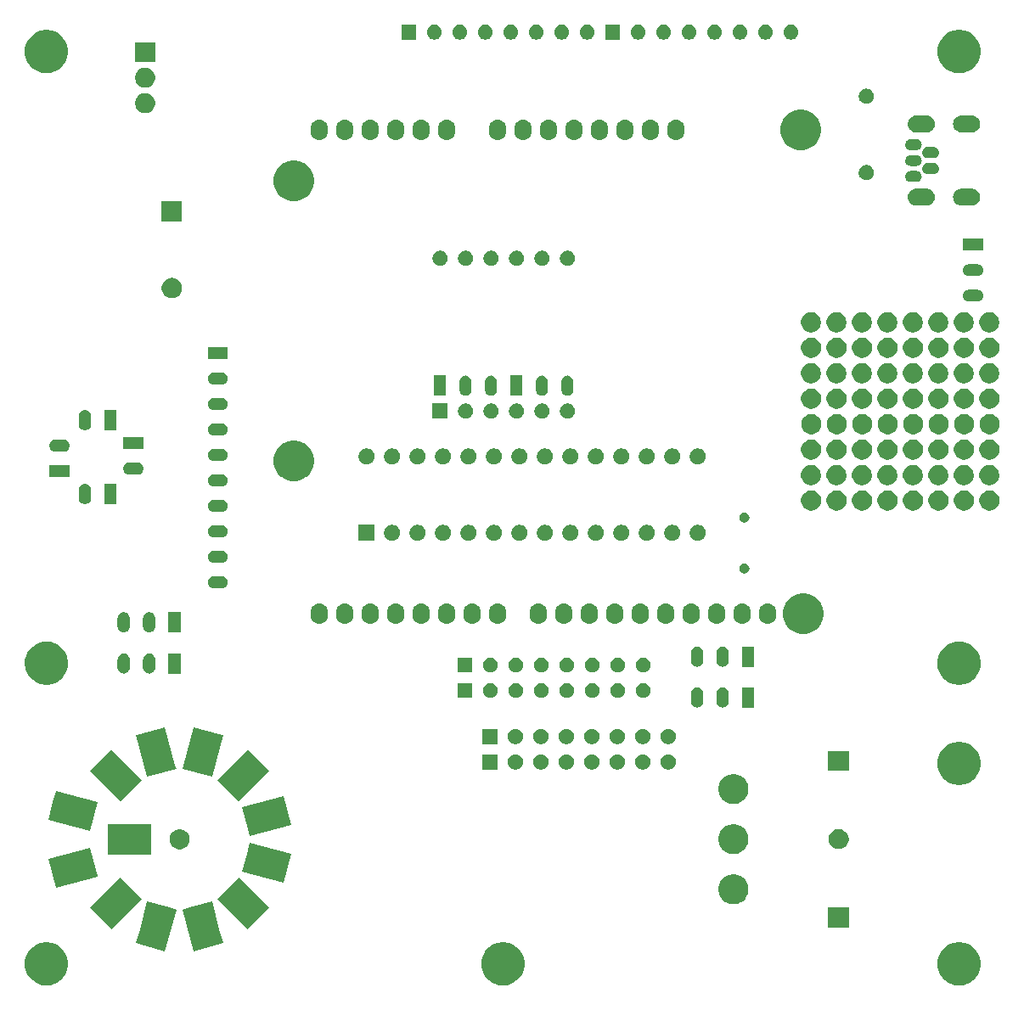
<source format=gbs>
G04 #@! TF.GenerationSoftware,KiCad,Pcbnew,(5.1.5)-3*
G04 #@! TF.CreationDate,2020-12-11T16:35:30-08:00*
G04 #@! TF.ProjectId,Luciebox_v3,4c756369-6562-46f7-985f-76332e6b6963,rev?*
G04 #@! TF.SameCoordinates,Original*
G04 #@! TF.FileFunction,Soldermask,Bot*
G04 #@! TF.FilePolarity,Negative*
%FSLAX46Y46*%
G04 Gerber Fmt 4.6, Leading zero omitted, Abs format (unit mm)*
G04 Created by KiCad (PCBNEW (5.1.5)-3) date 2020-12-11 16:35:30*
%MOMM*%
%LPD*%
G04 APERTURE LIST*
%ADD10C,0.100000*%
G04 APERTURE END LIST*
D10*
G36*
X4919445Y-93391312D02*
G01*
X5127132Y-93432623D01*
X5518407Y-93594695D01*
X5870545Y-93829986D01*
X6170014Y-94129455D01*
X6405305Y-94481593D01*
X6567377Y-94872868D01*
X6650000Y-95288243D01*
X6650000Y-95711757D01*
X6567377Y-96127132D01*
X6405305Y-96518407D01*
X6170014Y-96870545D01*
X5870545Y-97170014D01*
X5518407Y-97405305D01*
X5127132Y-97567377D01*
X4919444Y-97608689D01*
X4711758Y-97650000D01*
X4288242Y-97650000D01*
X4080556Y-97608689D01*
X3872868Y-97567377D01*
X3481593Y-97405305D01*
X3129455Y-97170014D01*
X2829986Y-96870545D01*
X2594695Y-96518407D01*
X2432623Y-96127132D01*
X2350000Y-95711757D01*
X2350000Y-95288243D01*
X2432623Y-94872868D01*
X2594695Y-94481593D01*
X2829986Y-94129455D01*
X3129455Y-93829986D01*
X3481593Y-93594695D01*
X3872868Y-93432623D01*
X4080555Y-93391312D01*
X4288242Y-93350000D01*
X4711758Y-93350000D01*
X4919445Y-93391312D01*
G37*
G36*
X50419445Y-93391312D02*
G01*
X50627132Y-93432623D01*
X51018407Y-93594695D01*
X51370545Y-93829986D01*
X51670014Y-94129455D01*
X51905305Y-94481593D01*
X52067377Y-94872868D01*
X52150000Y-95288243D01*
X52150000Y-95711757D01*
X52067377Y-96127132D01*
X51905305Y-96518407D01*
X51670014Y-96870545D01*
X51370545Y-97170014D01*
X51018407Y-97405305D01*
X50627132Y-97567377D01*
X50419445Y-97608688D01*
X50211758Y-97650000D01*
X49788242Y-97650000D01*
X49580556Y-97608689D01*
X49372868Y-97567377D01*
X48981593Y-97405305D01*
X48629455Y-97170014D01*
X48329986Y-96870545D01*
X48094695Y-96518407D01*
X47932623Y-96127132D01*
X47850000Y-95711757D01*
X47850000Y-95288243D01*
X47932623Y-94872868D01*
X48094695Y-94481593D01*
X48329986Y-94129455D01*
X48629455Y-93829986D01*
X48981593Y-93594695D01*
X49372868Y-93432623D01*
X49580555Y-93391312D01*
X49788242Y-93350000D01*
X50211758Y-93350000D01*
X50419445Y-93391312D01*
G37*
G36*
X95919445Y-93391312D02*
G01*
X96127132Y-93432623D01*
X96518407Y-93594695D01*
X96870545Y-93829986D01*
X97170014Y-94129455D01*
X97405305Y-94481593D01*
X97567377Y-94872868D01*
X97650000Y-95288243D01*
X97650000Y-95711757D01*
X97567377Y-96127132D01*
X97405305Y-96518407D01*
X97170014Y-96870545D01*
X96870545Y-97170014D01*
X96518407Y-97405305D01*
X96127132Y-97567377D01*
X95919445Y-97608688D01*
X95711758Y-97650000D01*
X95288242Y-97650000D01*
X95080556Y-97608689D01*
X94872868Y-97567377D01*
X94481593Y-97405305D01*
X94129455Y-97170014D01*
X93829986Y-96870545D01*
X93594695Y-96518407D01*
X93432623Y-96127132D01*
X93350000Y-95711757D01*
X93350000Y-95288243D01*
X93432623Y-94872868D01*
X93594695Y-94481593D01*
X93829986Y-94129455D01*
X94129455Y-93829986D01*
X94481593Y-93594695D01*
X94872868Y-93432623D01*
X95080555Y-93391312D01*
X95288242Y-93350000D01*
X95711758Y-93350000D01*
X95919445Y-93391312D01*
G37*
G36*
X21719693Y-92015900D02*
G01*
X22104721Y-93452844D01*
X19206944Y-94229301D01*
X19206943Y-94229301D01*
X18094021Y-90075820D01*
X18770422Y-89894579D01*
X20991798Y-89299363D01*
X20991799Y-89299363D01*
X21719693Y-92015900D01*
G37*
G36*
X16769578Y-89894579D02*
G01*
X17445979Y-90075820D01*
X16333057Y-94229301D01*
X16333056Y-94229301D01*
X13435279Y-93452844D01*
X13820307Y-92015900D01*
X14548201Y-89299363D01*
X14548202Y-89299363D01*
X16769578Y-89894579D01*
G37*
G36*
X26714900Y-89894579D02*
G01*
X24593579Y-92015900D01*
X21553020Y-88975341D01*
X23674341Y-86854020D01*
X26714900Y-89894579D01*
G37*
G36*
X13986980Y-88975341D02*
G01*
X10946421Y-92015900D01*
X8825100Y-89894579D01*
X11865659Y-86854020D01*
X13986980Y-88975341D01*
G37*
G36*
X84550000Y-91855000D02*
G01*
X82450000Y-91855000D01*
X82450000Y-89855000D01*
X84550000Y-89855000D01*
X84550000Y-91855000D01*
G37*
G36*
X73437534Y-86612643D02*
G01*
X73710515Y-86725716D01*
X73710517Y-86725717D01*
X73834190Y-86808353D01*
X73956193Y-86889873D01*
X74165127Y-87098807D01*
X74329284Y-87344485D01*
X74442357Y-87617466D01*
X74500000Y-87907262D01*
X74500000Y-88202738D01*
X74442357Y-88492534D01*
X74329284Y-88765515D01*
X74189083Y-88975341D01*
X74165126Y-89011194D01*
X73956194Y-89220126D01*
X73710517Y-89384283D01*
X73710516Y-89384284D01*
X73710515Y-89384284D01*
X73437534Y-89497357D01*
X73147738Y-89555000D01*
X72852262Y-89555000D01*
X72562466Y-89497357D01*
X72289485Y-89384284D01*
X72289484Y-89384284D01*
X72289483Y-89384283D01*
X72043806Y-89220126D01*
X71834874Y-89011194D01*
X71810918Y-88975341D01*
X71670716Y-88765515D01*
X71557643Y-88492534D01*
X71500000Y-88202738D01*
X71500000Y-87907262D01*
X71557643Y-87617466D01*
X71670716Y-87344485D01*
X71834873Y-87098807D01*
X72043807Y-86889873D01*
X72165810Y-86808353D01*
X72289483Y-86725717D01*
X72289485Y-86725716D01*
X72562466Y-86612643D01*
X72852262Y-86555000D01*
X73147738Y-86555000D01*
X73437534Y-86612643D01*
G37*
G36*
X9587085Y-86725717D02*
G01*
X9609785Y-86810437D01*
X5456304Y-87923359D01*
X4679847Y-85025582D01*
X4679847Y-85025581D01*
X8833328Y-83912659D01*
X9587085Y-86725717D01*
G37*
G36*
X28928301Y-84507943D02*
G01*
X28928301Y-84507944D01*
X28151844Y-87405721D01*
X23998363Y-86292799D01*
X24476614Y-84507943D01*
X24774820Y-83395021D01*
X28928301Y-84507943D01*
G37*
G36*
X14920000Y-84571000D02*
G01*
X10620000Y-84571000D01*
X10620000Y-81571000D01*
X14920000Y-81571000D01*
X14920000Y-84571000D01*
G37*
G36*
X73437534Y-81612643D02*
G01*
X73710515Y-81725716D01*
X73710517Y-81725717D01*
X73956194Y-81889874D01*
X74165126Y-82098806D01*
X74295718Y-82294249D01*
X74329284Y-82344485D01*
X74442357Y-82617466D01*
X74500000Y-82907262D01*
X74500000Y-83202738D01*
X74442357Y-83492534D01*
X74329284Y-83765515D01*
X74329283Y-83765517D01*
X74165126Y-84011194D01*
X73956194Y-84220126D01*
X73710517Y-84384283D01*
X73710516Y-84384284D01*
X73710515Y-84384284D01*
X73437534Y-84497357D01*
X73147738Y-84555000D01*
X72852262Y-84555000D01*
X72562466Y-84497357D01*
X72289485Y-84384284D01*
X72289484Y-84384284D01*
X72289483Y-84384283D01*
X72043806Y-84220126D01*
X71834874Y-84011194D01*
X71670717Y-83765517D01*
X71670716Y-83765515D01*
X71557643Y-83492534D01*
X71500000Y-83202738D01*
X71500000Y-82907262D01*
X71557643Y-82617466D01*
X71670716Y-82344485D01*
X71704283Y-82294249D01*
X71834874Y-82098806D01*
X72043806Y-81889874D01*
X72289483Y-81725717D01*
X72289485Y-81725716D01*
X72562466Y-81612643D01*
X72852262Y-81555000D01*
X73147738Y-81555000D01*
X73437534Y-81612643D01*
G37*
G36*
X17981251Y-82093429D02*
G01*
X18061689Y-82109429D01*
X18243678Y-82184811D01*
X18407463Y-82294249D01*
X18546751Y-82433537D01*
X18656189Y-82597322D01*
X18724944Y-82763312D01*
X18731571Y-82779312D01*
X18766818Y-82956509D01*
X18770000Y-82972509D01*
X18770000Y-83169491D01*
X18731571Y-83362689D01*
X18656189Y-83544678D01*
X18546751Y-83708463D01*
X18407463Y-83847751D01*
X18243678Y-83957189D01*
X18061689Y-84032571D01*
X17997290Y-84045381D01*
X17868493Y-84071000D01*
X17671507Y-84071000D01*
X17542710Y-84045381D01*
X17478311Y-84032571D01*
X17296322Y-83957189D01*
X17132537Y-83847751D01*
X16993249Y-83708463D01*
X16883811Y-83544678D01*
X16808429Y-83362689D01*
X16770000Y-83169491D01*
X16770000Y-82972509D01*
X16773183Y-82956509D01*
X16808429Y-82779312D01*
X16815056Y-82763312D01*
X16883811Y-82597322D01*
X16993249Y-82433537D01*
X17132537Y-82294249D01*
X17296322Y-82184811D01*
X17478311Y-82109429D01*
X17558749Y-82093429D01*
X17671507Y-82071000D01*
X17868493Y-82071000D01*
X17981251Y-82093429D01*
G37*
G36*
X83727290Y-82080619D02*
G01*
X83791689Y-82093429D01*
X83973678Y-82168811D01*
X84137463Y-82278249D01*
X84276751Y-82417537D01*
X84386189Y-82581322D01*
X84461571Y-82763311D01*
X84464754Y-82779312D01*
X84500000Y-82956507D01*
X84500000Y-83153493D01*
X84474381Y-83282290D01*
X84461571Y-83346689D01*
X84386189Y-83528678D01*
X84276751Y-83692463D01*
X84137463Y-83831751D01*
X83973678Y-83941189D01*
X83791689Y-84016571D01*
X83727290Y-84029381D01*
X83598493Y-84055000D01*
X83401507Y-84055000D01*
X83272710Y-84029381D01*
X83208311Y-84016571D01*
X83026322Y-83941189D01*
X82862537Y-83831751D01*
X82723249Y-83692463D01*
X82613811Y-83528678D01*
X82538429Y-83346689D01*
X82525619Y-83282290D01*
X82500000Y-83153493D01*
X82500000Y-82956507D01*
X82535246Y-82779312D01*
X82538429Y-82763311D01*
X82613811Y-82581322D01*
X82723249Y-82417537D01*
X82862537Y-82278249D01*
X83026322Y-82168811D01*
X83208311Y-82093429D01*
X83272710Y-82080619D01*
X83401507Y-82055000D01*
X83598493Y-82055000D01*
X83727290Y-82080619D01*
G37*
G36*
X28922564Y-81612644D02*
G01*
X28928301Y-81634057D01*
X24774820Y-82746979D01*
X24501174Y-81725717D01*
X23998363Y-79849202D01*
X23998363Y-79849201D01*
X28151844Y-78736279D01*
X28922564Y-81612644D01*
G37*
G36*
X9609785Y-79331563D02*
G01*
X9609785Y-79331564D01*
X8833328Y-82229341D01*
X4679847Y-81116419D01*
X5158098Y-79331563D01*
X5456304Y-78218641D01*
X9609785Y-79331563D01*
G37*
G36*
X73437534Y-76612643D02*
G01*
X73710515Y-76725716D01*
X73710517Y-76725717D01*
X73834190Y-76808353D01*
X73956193Y-76889873D01*
X74165127Y-77098807D01*
X74329284Y-77344485D01*
X74442357Y-77617466D01*
X74500000Y-77907262D01*
X74500000Y-78202738D01*
X74442357Y-78492534D01*
X74341394Y-78736279D01*
X74329283Y-78765517D01*
X74165126Y-79011194D01*
X73956194Y-79220126D01*
X73710517Y-79384283D01*
X73710516Y-79384284D01*
X73710515Y-79384284D01*
X73437534Y-79497357D01*
X73147738Y-79555000D01*
X72852262Y-79555000D01*
X72562466Y-79497357D01*
X72289485Y-79384284D01*
X72289484Y-79384284D01*
X72289483Y-79384283D01*
X72043806Y-79220126D01*
X71834874Y-79011194D01*
X71670717Y-78765517D01*
X71658606Y-78736279D01*
X71557643Y-78492534D01*
X71500000Y-78202738D01*
X71500000Y-77907262D01*
X71557643Y-77617466D01*
X71670716Y-77344485D01*
X71834873Y-77098807D01*
X72043807Y-76889873D01*
X72165810Y-76808353D01*
X72289483Y-76725717D01*
X72289485Y-76725716D01*
X72562466Y-76612643D01*
X72852262Y-76555000D01*
X73147738Y-76555000D01*
X73437534Y-76612643D01*
G37*
G36*
X26714900Y-76247421D02*
G01*
X23674341Y-79287980D01*
X21553020Y-77166659D01*
X24593579Y-74126100D01*
X26714900Y-76247421D01*
G37*
G36*
X13986980Y-77166659D02*
G01*
X11865659Y-79287980D01*
X8825100Y-76247421D01*
X10946421Y-74126100D01*
X13986980Y-77166659D01*
G37*
G36*
X95919444Y-73391311D02*
G01*
X96127132Y-73432623D01*
X96518407Y-73594695D01*
X96870545Y-73829986D01*
X97170014Y-74129455D01*
X97405305Y-74481593D01*
X97567377Y-74872868D01*
X97650000Y-75288243D01*
X97650000Y-75711757D01*
X97567377Y-76127132D01*
X97405305Y-76518407D01*
X97170014Y-76870545D01*
X96870545Y-77170014D01*
X96518407Y-77405305D01*
X96127132Y-77567377D01*
X95919445Y-77608688D01*
X95711758Y-77650000D01*
X95288242Y-77650000D01*
X95080555Y-77608688D01*
X94872868Y-77567377D01*
X94481593Y-77405305D01*
X94129455Y-77170014D01*
X93829986Y-76870545D01*
X93594695Y-76518407D01*
X93432623Y-76127132D01*
X93350000Y-75711757D01*
X93350000Y-75288243D01*
X93432623Y-74872868D01*
X93594695Y-74481593D01*
X93829986Y-74129455D01*
X94129455Y-73829986D01*
X94481593Y-73594695D01*
X94872868Y-73432623D01*
X95080556Y-73391311D01*
X95288242Y-73350000D01*
X95711758Y-73350000D01*
X95919444Y-73391311D01*
G37*
G36*
X17349270Y-75705257D02*
G01*
X17445979Y-76066180D01*
X14548202Y-76842637D01*
X14548201Y-76842637D01*
X13435279Y-72689156D01*
X13800733Y-72591233D01*
X16333056Y-71912699D01*
X16333057Y-71912699D01*
X17349270Y-75705257D01*
G37*
G36*
X21739267Y-72591233D02*
G01*
X22104721Y-72689156D01*
X20991799Y-76842637D01*
X20991798Y-76842637D01*
X18094021Y-76066180D01*
X18190730Y-75705257D01*
X19206943Y-71912699D01*
X19206944Y-71912699D01*
X21739267Y-72591233D01*
G37*
G36*
X84550000Y-76255000D02*
G01*
X82450000Y-76255000D01*
X82450000Y-74255000D01*
X84550000Y-74255000D01*
X84550000Y-76255000D01*
G37*
G36*
X66718766Y-74628821D02*
G01*
X66855257Y-74685358D01*
X66978097Y-74767437D01*
X67082563Y-74871903D01*
X67164642Y-74994743D01*
X67221179Y-75131234D01*
X67250000Y-75276130D01*
X67250000Y-75423870D01*
X67221179Y-75568766D01*
X67164642Y-75705257D01*
X67082563Y-75828097D01*
X66978097Y-75932563D01*
X66855257Y-76014642D01*
X66718766Y-76071179D01*
X66573870Y-76100000D01*
X66426130Y-76100000D01*
X66281234Y-76071179D01*
X66144743Y-76014642D01*
X66021903Y-75932563D01*
X65917437Y-75828097D01*
X65835358Y-75705257D01*
X65778821Y-75568766D01*
X65750000Y-75423870D01*
X65750000Y-75276130D01*
X65778821Y-75131234D01*
X65835358Y-74994743D01*
X65917437Y-74871903D01*
X66021903Y-74767437D01*
X66144743Y-74685358D01*
X66281234Y-74628821D01*
X66426130Y-74600000D01*
X66573870Y-74600000D01*
X66718766Y-74628821D01*
G37*
G36*
X61638766Y-74628821D02*
G01*
X61775257Y-74685358D01*
X61898097Y-74767437D01*
X62002563Y-74871903D01*
X62084642Y-74994743D01*
X62141179Y-75131234D01*
X62170000Y-75276130D01*
X62170000Y-75423870D01*
X62141179Y-75568766D01*
X62084642Y-75705257D01*
X62002563Y-75828097D01*
X61898097Y-75932563D01*
X61775257Y-76014642D01*
X61638766Y-76071179D01*
X61493870Y-76100000D01*
X61346130Y-76100000D01*
X61201234Y-76071179D01*
X61064743Y-76014642D01*
X60941903Y-75932563D01*
X60837437Y-75828097D01*
X60755358Y-75705257D01*
X60698821Y-75568766D01*
X60670000Y-75423870D01*
X60670000Y-75276130D01*
X60698821Y-75131234D01*
X60755358Y-74994743D01*
X60837437Y-74871903D01*
X60941903Y-74767437D01*
X61064743Y-74685358D01*
X61201234Y-74628821D01*
X61346130Y-74600000D01*
X61493870Y-74600000D01*
X61638766Y-74628821D01*
G37*
G36*
X59098766Y-74628821D02*
G01*
X59235257Y-74685358D01*
X59358097Y-74767437D01*
X59462563Y-74871903D01*
X59544642Y-74994743D01*
X59601179Y-75131234D01*
X59630000Y-75276130D01*
X59630000Y-75423870D01*
X59601179Y-75568766D01*
X59544642Y-75705257D01*
X59462563Y-75828097D01*
X59358097Y-75932563D01*
X59235257Y-76014642D01*
X59098766Y-76071179D01*
X58953870Y-76100000D01*
X58806130Y-76100000D01*
X58661234Y-76071179D01*
X58524743Y-76014642D01*
X58401903Y-75932563D01*
X58297437Y-75828097D01*
X58215358Y-75705257D01*
X58158821Y-75568766D01*
X58130000Y-75423870D01*
X58130000Y-75276130D01*
X58158821Y-75131234D01*
X58215358Y-74994743D01*
X58297437Y-74871903D01*
X58401903Y-74767437D01*
X58524743Y-74685358D01*
X58661234Y-74628821D01*
X58806130Y-74600000D01*
X58953870Y-74600000D01*
X59098766Y-74628821D01*
G37*
G36*
X56558766Y-74628821D02*
G01*
X56695257Y-74685358D01*
X56818097Y-74767437D01*
X56922563Y-74871903D01*
X57004642Y-74994743D01*
X57061179Y-75131234D01*
X57090000Y-75276130D01*
X57090000Y-75423870D01*
X57061179Y-75568766D01*
X57004642Y-75705257D01*
X56922563Y-75828097D01*
X56818097Y-75932563D01*
X56695257Y-76014642D01*
X56558766Y-76071179D01*
X56413870Y-76100000D01*
X56266130Y-76100000D01*
X56121234Y-76071179D01*
X55984743Y-76014642D01*
X55861903Y-75932563D01*
X55757437Y-75828097D01*
X55675358Y-75705257D01*
X55618821Y-75568766D01*
X55590000Y-75423870D01*
X55590000Y-75276130D01*
X55618821Y-75131234D01*
X55675358Y-74994743D01*
X55757437Y-74871903D01*
X55861903Y-74767437D01*
X55984743Y-74685358D01*
X56121234Y-74628821D01*
X56266130Y-74600000D01*
X56413870Y-74600000D01*
X56558766Y-74628821D01*
G37*
G36*
X54018766Y-74628821D02*
G01*
X54155257Y-74685358D01*
X54278097Y-74767437D01*
X54382563Y-74871903D01*
X54464642Y-74994743D01*
X54521179Y-75131234D01*
X54550000Y-75276130D01*
X54550000Y-75423870D01*
X54521179Y-75568766D01*
X54464642Y-75705257D01*
X54382563Y-75828097D01*
X54278097Y-75932563D01*
X54155257Y-76014642D01*
X54018766Y-76071179D01*
X53873870Y-76100000D01*
X53726130Y-76100000D01*
X53581234Y-76071179D01*
X53444743Y-76014642D01*
X53321903Y-75932563D01*
X53217437Y-75828097D01*
X53135358Y-75705257D01*
X53078821Y-75568766D01*
X53050000Y-75423870D01*
X53050000Y-75276130D01*
X53078821Y-75131234D01*
X53135358Y-74994743D01*
X53217437Y-74871903D01*
X53321903Y-74767437D01*
X53444743Y-74685358D01*
X53581234Y-74628821D01*
X53726130Y-74600000D01*
X53873870Y-74600000D01*
X54018766Y-74628821D01*
G37*
G36*
X51478766Y-74628821D02*
G01*
X51615257Y-74685358D01*
X51738097Y-74767437D01*
X51842563Y-74871903D01*
X51924642Y-74994743D01*
X51981179Y-75131234D01*
X52010000Y-75276130D01*
X52010000Y-75423870D01*
X51981179Y-75568766D01*
X51924642Y-75705257D01*
X51842563Y-75828097D01*
X51738097Y-75932563D01*
X51615257Y-76014642D01*
X51478766Y-76071179D01*
X51333870Y-76100000D01*
X51186130Y-76100000D01*
X51041234Y-76071179D01*
X50904743Y-76014642D01*
X50781903Y-75932563D01*
X50677437Y-75828097D01*
X50595358Y-75705257D01*
X50538821Y-75568766D01*
X50510000Y-75423870D01*
X50510000Y-75276130D01*
X50538821Y-75131234D01*
X50595358Y-74994743D01*
X50677437Y-74871903D01*
X50781903Y-74767437D01*
X50904743Y-74685358D01*
X51041234Y-74628821D01*
X51186130Y-74600000D01*
X51333870Y-74600000D01*
X51478766Y-74628821D01*
G37*
G36*
X49470000Y-76100000D02*
G01*
X47970000Y-76100000D01*
X47970000Y-74600000D01*
X49470000Y-74600000D01*
X49470000Y-76100000D01*
G37*
G36*
X64178766Y-74628821D02*
G01*
X64315257Y-74685358D01*
X64438097Y-74767437D01*
X64542563Y-74871903D01*
X64624642Y-74994743D01*
X64681179Y-75131234D01*
X64710000Y-75276130D01*
X64710000Y-75423870D01*
X64681179Y-75568766D01*
X64624642Y-75705257D01*
X64542563Y-75828097D01*
X64438097Y-75932563D01*
X64315257Y-76014642D01*
X64178766Y-76071179D01*
X64033870Y-76100000D01*
X63886130Y-76100000D01*
X63741234Y-76071179D01*
X63604743Y-76014642D01*
X63481903Y-75932563D01*
X63377437Y-75828097D01*
X63295358Y-75705257D01*
X63238821Y-75568766D01*
X63210000Y-75423870D01*
X63210000Y-75276130D01*
X63238821Y-75131234D01*
X63295358Y-74994743D01*
X63377437Y-74871903D01*
X63481903Y-74767437D01*
X63604743Y-74685358D01*
X63741234Y-74628821D01*
X63886130Y-74600000D01*
X64033870Y-74600000D01*
X64178766Y-74628821D01*
G37*
G36*
X49470000Y-73560000D02*
G01*
X47970000Y-73560000D01*
X47970000Y-72060000D01*
X49470000Y-72060000D01*
X49470000Y-73560000D01*
G37*
G36*
X51478766Y-72088821D02*
G01*
X51615257Y-72145358D01*
X51738097Y-72227437D01*
X51842563Y-72331903D01*
X51924642Y-72454743D01*
X51981179Y-72591234D01*
X52010000Y-72736130D01*
X52010000Y-72883870D01*
X51981179Y-73028766D01*
X51924642Y-73165257D01*
X51842563Y-73288097D01*
X51738097Y-73392563D01*
X51615257Y-73474642D01*
X51478766Y-73531179D01*
X51333870Y-73560000D01*
X51186130Y-73560000D01*
X51041234Y-73531179D01*
X50904743Y-73474642D01*
X50781903Y-73392563D01*
X50677437Y-73288097D01*
X50595358Y-73165257D01*
X50538821Y-73028766D01*
X50510000Y-72883870D01*
X50510000Y-72736130D01*
X50538821Y-72591234D01*
X50595358Y-72454743D01*
X50677437Y-72331903D01*
X50781903Y-72227437D01*
X50904743Y-72145358D01*
X51041234Y-72088821D01*
X51186130Y-72060000D01*
X51333870Y-72060000D01*
X51478766Y-72088821D01*
G37*
G36*
X54018766Y-72088821D02*
G01*
X54155257Y-72145358D01*
X54278097Y-72227437D01*
X54382563Y-72331903D01*
X54464642Y-72454743D01*
X54521179Y-72591234D01*
X54550000Y-72736130D01*
X54550000Y-72883870D01*
X54521179Y-73028766D01*
X54464642Y-73165257D01*
X54382563Y-73288097D01*
X54278097Y-73392563D01*
X54155257Y-73474642D01*
X54018766Y-73531179D01*
X53873870Y-73560000D01*
X53726130Y-73560000D01*
X53581234Y-73531179D01*
X53444743Y-73474642D01*
X53321903Y-73392563D01*
X53217437Y-73288097D01*
X53135358Y-73165257D01*
X53078821Y-73028766D01*
X53050000Y-72883870D01*
X53050000Y-72736130D01*
X53078821Y-72591234D01*
X53135358Y-72454743D01*
X53217437Y-72331903D01*
X53321903Y-72227437D01*
X53444743Y-72145358D01*
X53581234Y-72088821D01*
X53726130Y-72060000D01*
X53873870Y-72060000D01*
X54018766Y-72088821D01*
G37*
G36*
X61638766Y-72088821D02*
G01*
X61775257Y-72145358D01*
X61898097Y-72227437D01*
X62002563Y-72331903D01*
X62084642Y-72454743D01*
X62141179Y-72591234D01*
X62170000Y-72736130D01*
X62170000Y-72883870D01*
X62141179Y-73028766D01*
X62084642Y-73165257D01*
X62002563Y-73288097D01*
X61898097Y-73392563D01*
X61775257Y-73474642D01*
X61638766Y-73531179D01*
X61493870Y-73560000D01*
X61346130Y-73560000D01*
X61201234Y-73531179D01*
X61064743Y-73474642D01*
X60941903Y-73392563D01*
X60837437Y-73288097D01*
X60755358Y-73165257D01*
X60698821Y-73028766D01*
X60670000Y-72883870D01*
X60670000Y-72736130D01*
X60698821Y-72591234D01*
X60755358Y-72454743D01*
X60837437Y-72331903D01*
X60941903Y-72227437D01*
X61064743Y-72145358D01*
X61201234Y-72088821D01*
X61346130Y-72060000D01*
X61493870Y-72060000D01*
X61638766Y-72088821D01*
G37*
G36*
X64178766Y-72088821D02*
G01*
X64315257Y-72145358D01*
X64438097Y-72227437D01*
X64542563Y-72331903D01*
X64624642Y-72454743D01*
X64681179Y-72591234D01*
X64710000Y-72736130D01*
X64710000Y-72883870D01*
X64681179Y-73028766D01*
X64624642Y-73165257D01*
X64542563Y-73288097D01*
X64438097Y-73392563D01*
X64315257Y-73474642D01*
X64178766Y-73531179D01*
X64033870Y-73560000D01*
X63886130Y-73560000D01*
X63741234Y-73531179D01*
X63604743Y-73474642D01*
X63481903Y-73392563D01*
X63377437Y-73288097D01*
X63295358Y-73165257D01*
X63238821Y-73028766D01*
X63210000Y-72883870D01*
X63210000Y-72736130D01*
X63238821Y-72591234D01*
X63295358Y-72454743D01*
X63377437Y-72331903D01*
X63481903Y-72227437D01*
X63604743Y-72145358D01*
X63741234Y-72088821D01*
X63886130Y-72060000D01*
X64033870Y-72060000D01*
X64178766Y-72088821D01*
G37*
G36*
X66718766Y-72088821D02*
G01*
X66855257Y-72145358D01*
X66978097Y-72227437D01*
X67082563Y-72331903D01*
X67164642Y-72454743D01*
X67221179Y-72591234D01*
X67250000Y-72736130D01*
X67250000Y-72883870D01*
X67221179Y-73028766D01*
X67164642Y-73165257D01*
X67082563Y-73288097D01*
X66978097Y-73392563D01*
X66855257Y-73474642D01*
X66718766Y-73531179D01*
X66573870Y-73560000D01*
X66426130Y-73560000D01*
X66281234Y-73531179D01*
X66144743Y-73474642D01*
X66021903Y-73392563D01*
X65917437Y-73288097D01*
X65835358Y-73165257D01*
X65778821Y-73028766D01*
X65750000Y-72883870D01*
X65750000Y-72736130D01*
X65778821Y-72591234D01*
X65835358Y-72454743D01*
X65917437Y-72331903D01*
X66021903Y-72227437D01*
X66144743Y-72145358D01*
X66281234Y-72088821D01*
X66426130Y-72060000D01*
X66573870Y-72060000D01*
X66718766Y-72088821D01*
G37*
G36*
X56558766Y-72088821D02*
G01*
X56695257Y-72145358D01*
X56818097Y-72227437D01*
X56922563Y-72331903D01*
X57004642Y-72454743D01*
X57061179Y-72591234D01*
X57090000Y-72736130D01*
X57090000Y-72883870D01*
X57061179Y-73028766D01*
X57004642Y-73165257D01*
X56922563Y-73288097D01*
X56818097Y-73392563D01*
X56695257Y-73474642D01*
X56558766Y-73531179D01*
X56413870Y-73560000D01*
X56266130Y-73560000D01*
X56121234Y-73531179D01*
X55984743Y-73474642D01*
X55861903Y-73392563D01*
X55757437Y-73288097D01*
X55675358Y-73165257D01*
X55618821Y-73028766D01*
X55590000Y-72883870D01*
X55590000Y-72736130D01*
X55618821Y-72591234D01*
X55675358Y-72454743D01*
X55757437Y-72331903D01*
X55861903Y-72227437D01*
X55984743Y-72145358D01*
X56121234Y-72088821D01*
X56266130Y-72060000D01*
X56413870Y-72060000D01*
X56558766Y-72088821D01*
G37*
G36*
X59098766Y-72088821D02*
G01*
X59235257Y-72145358D01*
X59358097Y-72227437D01*
X59462563Y-72331903D01*
X59544642Y-72454743D01*
X59601179Y-72591234D01*
X59630000Y-72736130D01*
X59630000Y-72883870D01*
X59601179Y-73028766D01*
X59544642Y-73165257D01*
X59462563Y-73288097D01*
X59358097Y-73392563D01*
X59235257Y-73474642D01*
X59098766Y-73531179D01*
X58953870Y-73560000D01*
X58806130Y-73560000D01*
X58661234Y-73531179D01*
X58524743Y-73474642D01*
X58401903Y-73392563D01*
X58297437Y-73288097D01*
X58215358Y-73165257D01*
X58158821Y-73028766D01*
X58130000Y-72883870D01*
X58130000Y-72736130D01*
X58158821Y-72591234D01*
X58215358Y-72454743D01*
X58297437Y-72331903D01*
X58401903Y-72227437D01*
X58524743Y-72145358D01*
X58661234Y-72088821D01*
X58806130Y-72060000D01*
X58953870Y-72060000D01*
X59098766Y-72088821D01*
G37*
G36*
X72031621Y-67930682D02*
G01*
X72144721Y-67964990D01*
X72248955Y-68020704D01*
X72340317Y-68095683D01*
X72415296Y-68187045D01*
X72471010Y-68291279D01*
X72505318Y-68404379D01*
X72514000Y-68492526D01*
X72514000Y-69351474D01*
X72505318Y-69439621D01*
X72471010Y-69552721D01*
X72415296Y-69656955D01*
X72340317Y-69748317D01*
X72248954Y-69823296D01*
X72144720Y-69879010D01*
X72031620Y-69913318D01*
X71914000Y-69924903D01*
X71796379Y-69913318D01*
X71683279Y-69879010D01*
X71579045Y-69823296D01*
X71487683Y-69748317D01*
X71412704Y-69656954D01*
X71356990Y-69552720D01*
X71322682Y-69439620D01*
X71314000Y-69351473D01*
X71314000Y-68492526D01*
X71322682Y-68404379D01*
X71356991Y-68291279D01*
X71412705Y-68187045D01*
X71487684Y-68095683D01*
X71579046Y-68020704D01*
X71683280Y-67964990D01*
X71796380Y-67930682D01*
X71914000Y-67919097D01*
X72031621Y-67930682D01*
G37*
G36*
X69491621Y-67930682D02*
G01*
X69604721Y-67964990D01*
X69708955Y-68020704D01*
X69800317Y-68095683D01*
X69875296Y-68187045D01*
X69931010Y-68291279D01*
X69965318Y-68404379D01*
X69974000Y-68492526D01*
X69974000Y-69351474D01*
X69965318Y-69439621D01*
X69931010Y-69552721D01*
X69875296Y-69656955D01*
X69800317Y-69748317D01*
X69708954Y-69823296D01*
X69604720Y-69879010D01*
X69491620Y-69913318D01*
X69374000Y-69924903D01*
X69256379Y-69913318D01*
X69143279Y-69879010D01*
X69039045Y-69823296D01*
X68947683Y-69748317D01*
X68872704Y-69656954D01*
X68816990Y-69552720D01*
X68782682Y-69439620D01*
X68774000Y-69351473D01*
X68774000Y-68492526D01*
X68782682Y-68404379D01*
X68816991Y-68291279D01*
X68872705Y-68187045D01*
X68947684Y-68095683D01*
X69039046Y-68020704D01*
X69143280Y-67964990D01*
X69256380Y-67930682D01*
X69374000Y-67919097D01*
X69491621Y-67930682D01*
G37*
G36*
X75054000Y-69922000D02*
G01*
X73854000Y-69922000D01*
X73854000Y-67922000D01*
X75054000Y-67922000D01*
X75054000Y-69922000D01*
G37*
G36*
X61678766Y-67508821D02*
G01*
X61815257Y-67565358D01*
X61938097Y-67647437D01*
X62042563Y-67751903D01*
X62124642Y-67874743D01*
X62181179Y-68011234D01*
X62210000Y-68156130D01*
X62210000Y-68303870D01*
X62181179Y-68448766D01*
X62124642Y-68585257D01*
X62042563Y-68708097D01*
X61938097Y-68812563D01*
X61815257Y-68894642D01*
X61678766Y-68951179D01*
X61533870Y-68980000D01*
X61386130Y-68980000D01*
X61241234Y-68951179D01*
X61104743Y-68894642D01*
X60981903Y-68812563D01*
X60877437Y-68708097D01*
X60795358Y-68585257D01*
X60738821Y-68448766D01*
X60710000Y-68303870D01*
X60710000Y-68156130D01*
X60738821Y-68011234D01*
X60795358Y-67874743D01*
X60877437Y-67751903D01*
X60981903Y-67647437D01*
X61104743Y-67565358D01*
X61241234Y-67508821D01*
X61386130Y-67480000D01*
X61533870Y-67480000D01*
X61678766Y-67508821D01*
G37*
G36*
X59138766Y-67508821D02*
G01*
X59275257Y-67565358D01*
X59398097Y-67647437D01*
X59502563Y-67751903D01*
X59584642Y-67874743D01*
X59641179Y-68011234D01*
X59670000Y-68156130D01*
X59670000Y-68303870D01*
X59641179Y-68448766D01*
X59584642Y-68585257D01*
X59502563Y-68708097D01*
X59398097Y-68812563D01*
X59275257Y-68894642D01*
X59138766Y-68951179D01*
X58993870Y-68980000D01*
X58846130Y-68980000D01*
X58701234Y-68951179D01*
X58564743Y-68894642D01*
X58441903Y-68812563D01*
X58337437Y-68708097D01*
X58255358Y-68585257D01*
X58198821Y-68448766D01*
X58170000Y-68303870D01*
X58170000Y-68156130D01*
X58198821Y-68011234D01*
X58255358Y-67874743D01*
X58337437Y-67751903D01*
X58441903Y-67647437D01*
X58564743Y-67565358D01*
X58701234Y-67508821D01*
X58846130Y-67480000D01*
X58993870Y-67480000D01*
X59138766Y-67508821D01*
G37*
G36*
X56598766Y-67508821D02*
G01*
X56735257Y-67565358D01*
X56858097Y-67647437D01*
X56962563Y-67751903D01*
X57044642Y-67874743D01*
X57101179Y-68011234D01*
X57130000Y-68156130D01*
X57130000Y-68303870D01*
X57101179Y-68448766D01*
X57044642Y-68585257D01*
X56962563Y-68708097D01*
X56858097Y-68812563D01*
X56735257Y-68894642D01*
X56598766Y-68951179D01*
X56453870Y-68980000D01*
X56306130Y-68980000D01*
X56161234Y-68951179D01*
X56024743Y-68894642D01*
X55901903Y-68812563D01*
X55797437Y-68708097D01*
X55715358Y-68585257D01*
X55658821Y-68448766D01*
X55630000Y-68303870D01*
X55630000Y-68156130D01*
X55658821Y-68011234D01*
X55715358Y-67874743D01*
X55797437Y-67751903D01*
X55901903Y-67647437D01*
X56024743Y-67565358D01*
X56161234Y-67508821D01*
X56306130Y-67480000D01*
X56453870Y-67480000D01*
X56598766Y-67508821D01*
G37*
G36*
X54058766Y-67508821D02*
G01*
X54195257Y-67565358D01*
X54318097Y-67647437D01*
X54422563Y-67751903D01*
X54504642Y-67874743D01*
X54561179Y-68011234D01*
X54590000Y-68156130D01*
X54590000Y-68303870D01*
X54561179Y-68448766D01*
X54504642Y-68585257D01*
X54422563Y-68708097D01*
X54318097Y-68812563D01*
X54195257Y-68894642D01*
X54058766Y-68951179D01*
X53913870Y-68980000D01*
X53766130Y-68980000D01*
X53621234Y-68951179D01*
X53484743Y-68894642D01*
X53361903Y-68812563D01*
X53257437Y-68708097D01*
X53175358Y-68585257D01*
X53118821Y-68448766D01*
X53090000Y-68303870D01*
X53090000Y-68156130D01*
X53118821Y-68011234D01*
X53175358Y-67874743D01*
X53257437Y-67751903D01*
X53361903Y-67647437D01*
X53484743Y-67565358D01*
X53621234Y-67508821D01*
X53766130Y-67480000D01*
X53913870Y-67480000D01*
X54058766Y-67508821D01*
G37*
G36*
X51518766Y-67508821D02*
G01*
X51655257Y-67565358D01*
X51778097Y-67647437D01*
X51882563Y-67751903D01*
X51964642Y-67874743D01*
X52021179Y-68011234D01*
X52050000Y-68156130D01*
X52050000Y-68303870D01*
X52021179Y-68448766D01*
X51964642Y-68585257D01*
X51882563Y-68708097D01*
X51778097Y-68812563D01*
X51655257Y-68894642D01*
X51518766Y-68951179D01*
X51373870Y-68980000D01*
X51226130Y-68980000D01*
X51081234Y-68951179D01*
X50944743Y-68894642D01*
X50821903Y-68812563D01*
X50717437Y-68708097D01*
X50635358Y-68585257D01*
X50578821Y-68448766D01*
X50550000Y-68303870D01*
X50550000Y-68156130D01*
X50578821Y-68011234D01*
X50635358Y-67874743D01*
X50717437Y-67751903D01*
X50821903Y-67647437D01*
X50944743Y-67565358D01*
X51081234Y-67508821D01*
X51226130Y-67480000D01*
X51373870Y-67480000D01*
X51518766Y-67508821D01*
G37*
G36*
X48978766Y-67508821D02*
G01*
X49115257Y-67565358D01*
X49238097Y-67647437D01*
X49342563Y-67751903D01*
X49424642Y-67874743D01*
X49481179Y-68011234D01*
X49510000Y-68156130D01*
X49510000Y-68303870D01*
X49481179Y-68448766D01*
X49424642Y-68585257D01*
X49342563Y-68708097D01*
X49238097Y-68812563D01*
X49115257Y-68894642D01*
X48978766Y-68951179D01*
X48833870Y-68980000D01*
X48686130Y-68980000D01*
X48541234Y-68951179D01*
X48404743Y-68894642D01*
X48281903Y-68812563D01*
X48177437Y-68708097D01*
X48095358Y-68585257D01*
X48038821Y-68448766D01*
X48010000Y-68303870D01*
X48010000Y-68156130D01*
X48038821Y-68011234D01*
X48095358Y-67874743D01*
X48177437Y-67751903D01*
X48281903Y-67647437D01*
X48404743Y-67565358D01*
X48541234Y-67508821D01*
X48686130Y-67480000D01*
X48833870Y-67480000D01*
X48978766Y-67508821D01*
G37*
G36*
X46970000Y-68980000D02*
G01*
X45470000Y-68980000D01*
X45470000Y-67480000D01*
X46970000Y-67480000D01*
X46970000Y-68980000D01*
G37*
G36*
X64218766Y-67508821D02*
G01*
X64355257Y-67565358D01*
X64478097Y-67647437D01*
X64582563Y-67751903D01*
X64664642Y-67874743D01*
X64721179Y-68011234D01*
X64750000Y-68156130D01*
X64750000Y-68303870D01*
X64721179Y-68448766D01*
X64664642Y-68585257D01*
X64582563Y-68708097D01*
X64478097Y-68812563D01*
X64355257Y-68894642D01*
X64218766Y-68951179D01*
X64073870Y-68980000D01*
X63926130Y-68980000D01*
X63781234Y-68951179D01*
X63644743Y-68894642D01*
X63521903Y-68812563D01*
X63417437Y-68708097D01*
X63335358Y-68585257D01*
X63278821Y-68448766D01*
X63250000Y-68303870D01*
X63250000Y-68156130D01*
X63278821Y-68011234D01*
X63335358Y-67874743D01*
X63417437Y-67751903D01*
X63521903Y-67647437D01*
X63644743Y-67565358D01*
X63781234Y-67508821D01*
X63926130Y-67480000D01*
X64073870Y-67480000D01*
X64218766Y-67508821D01*
G37*
G36*
X4919444Y-63391311D02*
G01*
X5127132Y-63432623D01*
X5518407Y-63594695D01*
X5870545Y-63829986D01*
X6170014Y-64129455D01*
X6405305Y-64481593D01*
X6535971Y-64797047D01*
X6567377Y-64872869D01*
X6650000Y-65288242D01*
X6650000Y-65711758D01*
X6620911Y-65858000D01*
X6567377Y-66127132D01*
X6405305Y-66518407D01*
X6170014Y-66870545D01*
X5870545Y-67170014D01*
X5518407Y-67405305D01*
X5127132Y-67567377D01*
X4919445Y-67608688D01*
X4711758Y-67650000D01*
X4288242Y-67650000D01*
X4080555Y-67608688D01*
X3872868Y-67567377D01*
X3481593Y-67405305D01*
X3129455Y-67170014D01*
X2829986Y-66870545D01*
X2594695Y-66518407D01*
X2432623Y-66127132D01*
X2379089Y-65858000D01*
X2350000Y-65711758D01*
X2350000Y-65288242D01*
X2432623Y-64872869D01*
X2464030Y-64797047D01*
X2594695Y-64481593D01*
X2829986Y-64129455D01*
X3129455Y-63829986D01*
X3481593Y-63594695D01*
X3872868Y-63432623D01*
X4080556Y-63391311D01*
X4288242Y-63350000D01*
X4711758Y-63350000D01*
X4919444Y-63391311D01*
G37*
G36*
X95919444Y-63391311D02*
G01*
X96127132Y-63432623D01*
X96518407Y-63594695D01*
X96870545Y-63829986D01*
X97170014Y-64129455D01*
X97405305Y-64481593D01*
X97535971Y-64797047D01*
X97567377Y-64872869D01*
X97650000Y-65288242D01*
X97650000Y-65711758D01*
X97620911Y-65858000D01*
X97567377Y-66127132D01*
X97405305Y-66518407D01*
X97170014Y-66870545D01*
X96870545Y-67170014D01*
X96518407Y-67405305D01*
X96127132Y-67567377D01*
X95919445Y-67608688D01*
X95711758Y-67650000D01*
X95288242Y-67650000D01*
X95080555Y-67608688D01*
X94872868Y-67567377D01*
X94481593Y-67405305D01*
X94129455Y-67170014D01*
X93829986Y-66870545D01*
X93594695Y-66518407D01*
X93432623Y-66127132D01*
X93379089Y-65858000D01*
X93350000Y-65711758D01*
X93350000Y-65288242D01*
X93432623Y-64872869D01*
X93464030Y-64797047D01*
X93594695Y-64481593D01*
X93829986Y-64129455D01*
X94129455Y-63829986D01*
X94481593Y-63594695D01*
X94872868Y-63432623D01*
X95080556Y-63391311D01*
X95288242Y-63350000D01*
X95711758Y-63350000D01*
X95919444Y-63391311D01*
G37*
G36*
X14849621Y-64540682D02*
G01*
X14962721Y-64574990D01*
X15066955Y-64630704D01*
X15158317Y-64705683D01*
X15233296Y-64797045D01*
X15289010Y-64901279D01*
X15323318Y-65014379D01*
X15332000Y-65102526D01*
X15332000Y-65961474D01*
X15323318Y-66049621D01*
X15289010Y-66162721D01*
X15233296Y-66266955D01*
X15158317Y-66358317D01*
X15066954Y-66433296D01*
X14962720Y-66489010D01*
X14849620Y-66523318D01*
X14732000Y-66534903D01*
X14614379Y-66523318D01*
X14501279Y-66489010D01*
X14397045Y-66433296D01*
X14305683Y-66358317D01*
X14230704Y-66266954D01*
X14174990Y-66162720D01*
X14140682Y-66049620D01*
X14132000Y-65961473D01*
X14132000Y-65102526D01*
X14140682Y-65014379D01*
X14174991Y-64901279D01*
X14230705Y-64797045D01*
X14305684Y-64705683D01*
X14397046Y-64630704D01*
X14501280Y-64574990D01*
X14614380Y-64540682D01*
X14732000Y-64529097D01*
X14849621Y-64540682D01*
G37*
G36*
X12309621Y-64540682D02*
G01*
X12422721Y-64574990D01*
X12526955Y-64630704D01*
X12618317Y-64705683D01*
X12693296Y-64797045D01*
X12749010Y-64901279D01*
X12783318Y-65014379D01*
X12792000Y-65102526D01*
X12792000Y-65961474D01*
X12783318Y-66049621D01*
X12749010Y-66162721D01*
X12693296Y-66266955D01*
X12618317Y-66358317D01*
X12526954Y-66433296D01*
X12422720Y-66489010D01*
X12309620Y-66523318D01*
X12192000Y-66534903D01*
X12074379Y-66523318D01*
X11961279Y-66489010D01*
X11857045Y-66433296D01*
X11765683Y-66358317D01*
X11690704Y-66266954D01*
X11634990Y-66162720D01*
X11600682Y-66049620D01*
X11592000Y-65961473D01*
X11592000Y-65102526D01*
X11600682Y-65014379D01*
X11634991Y-64901279D01*
X11690705Y-64797045D01*
X11765684Y-64705683D01*
X11857046Y-64630704D01*
X11961280Y-64574990D01*
X12074380Y-64540682D01*
X12192000Y-64529097D01*
X12309621Y-64540682D01*
G37*
G36*
X17872000Y-66532000D02*
G01*
X16672000Y-66532000D01*
X16672000Y-64532000D01*
X17872000Y-64532000D01*
X17872000Y-66532000D01*
G37*
G36*
X46970000Y-66440000D02*
G01*
X45470000Y-66440000D01*
X45470000Y-64940000D01*
X46970000Y-64940000D01*
X46970000Y-66440000D01*
G37*
G36*
X64218766Y-64968821D02*
G01*
X64355257Y-65025358D01*
X64478097Y-65107437D01*
X64582563Y-65211903D01*
X64664642Y-65334743D01*
X64721179Y-65471234D01*
X64750000Y-65616130D01*
X64750000Y-65763870D01*
X64721179Y-65908766D01*
X64664642Y-66045257D01*
X64582563Y-66168097D01*
X64478097Y-66272563D01*
X64355257Y-66354642D01*
X64218766Y-66411179D01*
X64073870Y-66440000D01*
X63926130Y-66440000D01*
X63781234Y-66411179D01*
X63644743Y-66354642D01*
X63521903Y-66272563D01*
X63417437Y-66168097D01*
X63335358Y-66045257D01*
X63278821Y-65908766D01*
X63250000Y-65763870D01*
X63250000Y-65616130D01*
X63278821Y-65471234D01*
X63335358Y-65334743D01*
X63417437Y-65211903D01*
X63521903Y-65107437D01*
X63644743Y-65025358D01*
X63781234Y-64968821D01*
X63926130Y-64940000D01*
X64073870Y-64940000D01*
X64218766Y-64968821D01*
G37*
G36*
X61678766Y-64968821D02*
G01*
X61815257Y-65025358D01*
X61938097Y-65107437D01*
X62042563Y-65211903D01*
X62124642Y-65334743D01*
X62181179Y-65471234D01*
X62210000Y-65616130D01*
X62210000Y-65763870D01*
X62181179Y-65908766D01*
X62124642Y-66045257D01*
X62042563Y-66168097D01*
X61938097Y-66272563D01*
X61815257Y-66354642D01*
X61678766Y-66411179D01*
X61533870Y-66440000D01*
X61386130Y-66440000D01*
X61241234Y-66411179D01*
X61104743Y-66354642D01*
X60981903Y-66272563D01*
X60877437Y-66168097D01*
X60795358Y-66045257D01*
X60738821Y-65908766D01*
X60710000Y-65763870D01*
X60710000Y-65616130D01*
X60738821Y-65471234D01*
X60795358Y-65334743D01*
X60877437Y-65211903D01*
X60981903Y-65107437D01*
X61104743Y-65025358D01*
X61241234Y-64968821D01*
X61386130Y-64940000D01*
X61533870Y-64940000D01*
X61678766Y-64968821D01*
G37*
G36*
X59138766Y-64968821D02*
G01*
X59275257Y-65025358D01*
X59398097Y-65107437D01*
X59502563Y-65211903D01*
X59584642Y-65334743D01*
X59641179Y-65471234D01*
X59670000Y-65616130D01*
X59670000Y-65763870D01*
X59641179Y-65908766D01*
X59584642Y-66045257D01*
X59502563Y-66168097D01*
X59398097Y-66272563D01*
X59275257Y-66354642D01*
X59138766Y-66411179D01*
X58993870Y-66440000D01*
X58846130Y-66440000D01*
X58701234Y-66411179D01*
X58564743Y-66354642D01*
X58441903Y-66272563D01*
X58337437Y-66168097D01*
X58255358Y-66045257D01*
X58198821Y-65908766D01*
X58170000Y-65763870D01*
X58170000Y-65616130D01*
X58198821Y-65471234D01*
X58255358Y-65334743D01*
X58337437Y-65211903D01*
X58441903Y-65107437D01*
X58564743Y-65025358D01*
X58701234Y-64968821D01*
X58846130Y-64940000D01*
X58993870Y-64940000D01*
X59138766Y-64968821D01*
G37*
G36*
X48978766Y-64968821D02*
G01*
X49115257Y-65025358D01*
X49238097Y-65107437D01*
X49342563Y-65211903D01*
X49424642Y-65334743D01*
X49481179Y-65471234D01*
X49510000Y-65616130D01*
X49510000Y-65763870D01*
X49481179Y-65908766D01*
X49424642Y-66045257D01*
X49342563Y-66168097D01*
X49238097Y-66272563D01*
X49115257Y-66354642D01*
X48978766Y-66411179D01*
X48833870Y-66440000D01*
X48686130Y-66440000D01*
X48541234Y-66411179D01*
X48404743Y-66354642D01*
X48281903Y-66272563D01*
X48177437Y-66168097D01*
X48095358Y-66045257D01*
X48038821Y-65908766D01*
X48010000Y-65763870D01*
X48010000Y-65616130D01*
X48038821Y-65471234D01*
X48095358Y-65334743D01*
X48177437Y-65211903D01*
X48281903Y-65107437D01*
X48404743Y-65025358D01*
X48541234Y-64968821D01*
X48686130Y-64940000D01*
X48833870Y-64940000D01*
X48978766Y-64968821D01*
G37*
G36*
X51518766Y-64968821D02*
G01*
X51655257Y-65025358D01*
X51778097Y-65107437D01*
X51882563Y-65211903D01*
X51964642Y-65334743D01*
X52021179Y-65471234D01*
X52050000Y-65616130D01*
X52050000Y-65763870D01*
X52021179Y-65908766D01*
X51964642Y-66045257D01*
X51882563Y-66168097D01*
X51778097Y-66272563D01*
X51655257Y-66354642D01*
X51518766Y-66411179D01*
X51373870Y-66440000D01*
X51226130Y-66440000D01*
X51081234Y-66411179D01*
X50944743Y-66354642D01*
X50821903Y-66272563D01*
X50717437Y-66168097D01*
X50635358Y-66045257D01*
X50578821Y-65908766D01*
X50550000Y-65763870D01*
X50550000Y-65616130D01*
X50578821Y-65471234D01*
X50635358Y-65334743D01*
X50717437Y-65211903D01*
X50821903Y-65107437D01*
X50944743Y-65025358D01*
X51081234Y-64968821D01*
X51226130Y-64940000D01*
X51373870Y-64940000D01*
X51518766Y-64968821D01*
G37*
G36*
X54058766Y-64968821D02*
G01*
X54195257Y-65025358D01*
X54318097Y-65107437D01*
X54422563Y-65211903D01*
X54504642Y-65334743D01*
X54561179Y-65471234D01*
X54590000Y-65616130D01*
X54590000Y-65763870D01*
X54561179Y-65908766D01*
X54504642Y-66045257D01*
X54422563Y-66168097D01*
X54318097Y-66272563D01*
X54195257Y-66354642D01*
X54058766Y-66411179D01*
X53913870Y-66440000D01*
X53766130Y-66440000D01*
X53621234Y-66411179D01*
X53484743Y-66354642D01*
X53361903Y-66272563D01*
X53257437Y-66168097D01*
X53175358Y-66045257D01*
X53118821Y-65908766D01*
X53090000Y-65763870D01*
X53090000Y-65616130D01*
X53118821Y-65471234D01*
X53175358Y-65334743D01*
X53257437Y-65211903D01*
X53361903Y-65107437D01*
X53484743Y-65025358D01*
X53621234Y-64968821D01*
X53766130Y-64940000D01*
X53913870Y-64940000D01*
X54058766Y-64968821D01*
G37*
G36*
X56598766Y-64968821D02*
G01*
X56735257Y-65025358D01*
X56858097Y-65107437D01*
X56962563Y-65211903D01*
X57044642Y-65334743D01*
X57101179Y-65471234D01*
X57130000Y-65616130D01*
X57130000Y-65763870D01*
X57101179Y-65908766D01*
X57044642Y-66045257D01*
X56962563Y-66168097D01*
X56858097Y-66272563D01*
X56735257Y-66354642D01*
X56598766Y-66411179D01*
X56453870Y-66440000D01*
X56306130Y-66440000D01*
X56161234Y-66411179D01*
X56024743Y-66354642D01*
X55901903Y-66272563D01*
X55797437Y-66168097D01*
X55715358Y-66045257D01*
X55658821Y-65908766D01*
X55630000Y-65763870D01*
X55630000Y-65616130D01*
X55658821Y-65471234D01*
X55715358Y-65334743D01*
X55797437Y-65211903D01*
X55901903Y-65107437D01*
X56024743Y-65025358D01*
X56161234Y-64968821D01*
X56306130Y-64940000D01*
X56453870Y-64940000D01*
X56598766Y-64968821D01*
G37*
G36*
X72031621Y-63866682D02*
G01*
X72144721Y-63900990D01*
X72248955Y-63956704D01*
X72340317Y-64031683D01*
X72415296Y-64123045D01*
X72471010Y-64227279D01*
X72505318Y-64340379D01*
X72514000Y-64428526D01*
X72514000Y-65287474D01*
X72505318Y-65375621D01*
X72471010Y-65488721D01*
X72415296Y-65592955D01*
X72340317Y-65684317D01*
X72248954Y-65759296D01*
X72144720Y-65815010D01*
X72031620Y-65849318D01*
X71914000Y-65860903D01*
X71796379Y-65849318D01*
X71683279Y-65815010D01*
X71579045Y-65759296D01*
X71487683Y-65684317D01*
X71412704Y-65592954D01*
X71356990Y-65488720D01*
X71322682Y-65375620D01*
X71314000Y-65287473D01*
X71314000Y-64428526D01*
X71322682Y-64340379D01*
X71356991Y-64227279D01*
X71412705Y-64123045D01*
X71487684Y-64031683D01*
X71579046Y-63956704D01*
X71683280Y-63900990D01*
X71796380Y-63866682D01*
X71914000Y-63855097D01*
X72031621Y-63866682D01*
G37*
G36*
X69491621Y-63866682D02*
G01*
X69604721Y-63900990D01*
X69708955Y-63956704D01*
X69800317Y-64031683D01*
X69875296Y-64123045D01*
X69931010Y-64227279D01*
X69965318Y-64340379D01*
X69974000Y-64428526D01*
X69974000Y-65287474D01*
X69965318Y-65375621D01*
X69931010Y-65488721D01*
X69875296Y-65592955D01*
X69800317Y-65684317D01*
X69708954Y-65759296D01*
X69604720Y-65815010D01*
X69491620Y-65849318D01*
X69374000Y-65860903D01*
X69256379Y-65849318D01*
X69143279Y-65815010D01*
X69039045Y-65759296D01*
X68947683Y-65684317D01*
X68872704Y-65592954D01*
X68816990Y-65488720D01*
X68782682Y-65375620D01*
X68774000Y-65287473D01*
X68774000Y-64428526D01*
X68782682Y-64340379D01*
X68816991Y-64227279D01*
X68872705Y-64123045D01*
X68947684Y-64031683D01*
X69039046Y-63956704D01*
X69143280Y-63900990D01*
X69256380Y-63866682D01*
X69374000Y-63855097D01*
X69491621Y-63866682D01*
G37*
G36*
X75054000Y-65858000D02*
G01*
X73854000Y-65858000D01*
X73854000Y-63858000D01*
X75054000Y-63858000D01*
X75054000Y-65858000D01*
G37*
G36*
X80555511Y-58595488D02*
G01*
X80555514Y-58595489D01*
X80555513Y-58595489D01*
X80925313Y-58748665D01*
X81258125Y-58971043D01*
X81541157Y-59254075D01*
X81736146Y-59545896D01*
X81763536Y-59586889D01*
X81916712Y-59956689D01*
X81994800Y-60349264D01*
X81994800Y-60749536D01*
X81916712Y-61142111D01*
X81899398Y-61183911D01*
X81763535Y-61511913D01*
X81725004Y-61569578D01*
X81541158Y-61844724D01*
X81258124Y-62127758D01*
X81092847Y-62238192D01*
X80925313Y-62350135D01*
X80925312Y-62350136D01*
X80925311Y-62350136D01*
X80555511Y-62503312D01*
X80162936Y-62581400D01*
X79762664Y-62581400D01*
X79370089Y-62503312D01*
X79000289Y-62350136D01*
X79000288Y-62350136D01*
X79000287Y-62350135D01*
X78832753Y-62238192D01*
X78667476Y-62127758D01*
X78384442Y-61844724D01*
X78200596Y-61569578D01*
X78162065Y-61511913D01*
X78026202Y-61183911D01*
X78008888Y-61142111D01*
X77930800Y-60749536D01*
X77930800Y-60349264D01*
X78008888Y-59956689D01*
X78162064Y-59586889D01*
X78189455Y-59545896D01*
X78384443Y-59254075D01*
X78667475Y-58971043D01*
X79000287Y-58748665D01*
X79370087Y-58595489D01*
X79370086Y-58595489D01*
X79370089Y-58595488D01*
X79762664Y-58517400D01*
X80162936Y-58517400D01*
X80555511Y-58595488D01*
G37*
G36*
X14849621Y-60420682D02*
G01*
X14962721Y-60454990D01*
X15066955Y-60510704D01*
X15158317Y-60585683D01*
X15233296Y-60677045D01*
X15289010Y-60781279D01*
X15323318Y-60894379D01*
X15332000Y-60982526D01*
X15332000Y-61841474D01*
X15323318Y-61929621D01*
X15289010Y-62042721D01*
X15233296Y-62146955D01*
X15158317Y-62238317D01*
X15066954Y-62313296D01*
X14962720Y-62369010D01*
X14849620Y-62403318D01*
X14732000Y-62414903D01*
X14614379Y-62403318D01*
X14501279Y-62369010D01*
X14397045Y-62313296D01*
X14305683Y-62238317D01*
X14230704Y-62146954D01*
X14174990Y-62042720D01*
X14140682Y-61929620D01*
X14132000Y-61841473D01*
X14132000Y-60982526D01*
X14140682Y-60894379D01*
X14174991Y-60781279D01*
X14230705Y-60677045D01*
X14305684Y-60585683D01*
X14397046Y-60510704D01*
X14501280Y-60454990D01*
X14614380Y-60420682D01*
X14732000Y-60409097D01*
X14849621Y-60420682D01*
G37*
G36*
X12309621Y-60420682D02*
G01*
X12422721Y-60454990D01*
X12526955Y-60510704D01*
X12618317Y-60585683D01*
X12693296Y-60677045D01*
X12749010Y-60781279D01*
X12783318Y-60894379D01*
X12792000Y-60982526D01*
X12792000Y-61841474D01*
X12783318Y-61929621D01*
X12749010Y-62042721D01*
X12693296Y-62146955D01*
X12618317Y-62238317D01*
X12526954Y-62313296D01*
X12422720Y-62369010D01*
X12309620Y-62403318D01*
X12192000Y-62414903D01*
X12074379Y-62403318D01*
X11961279Y-62369010D01*
X11857045Y-62313296D01*
X11765683Y-62238317D01*
X11690704Y-62146954D01*
X11634990Y-62042720D01*
X11600682Y-61929620D01*
X11592000Y-61841473D01*
X11592000Y-60982526D01*
X11600682Y-60894379D01*
X11634991Y-60781279D01*
X11690705Y-60677045D01*
X11765684Y-60585683D01*
X11857046Y-60510704D01*
X11961280Y-60454990D01*
X12074380Y-60420682D01*
X12192000Y-60409097D01*
X12309621Y-60420682D01*
G37*
G36*
X17872000Y-62412000D02*
G01*
X16672000Y-62412000D01*
X16672000Y-60412000D01*
X17872000Y-60412000D01*
X17872000Y-62412000D01*
G37*
G36*
X66416095Y-59545896D02*
G01*
X66551229Y-59586889D01*
X66578887Y-59595279D01*
X66728907Y-59675466D01*
X66728908Y-59675467D01*
X66728912Y-59675469D01*
X66860412Y-59783388D01*
X66968331Y-59914888D01*
X66968332Y-59914890D01*
X66968334Y-59914893D01*
X67048521Y-60064912D01*
X67048522Y-60064916D01*
X67097904Y-60227706D01*
X67097904Y-60227708D01*
X67110400Y-60354580D01*
X67110400Y-60744221D01*
X67106750Y-60781276D01*
X67097904Y-60871095D01*
X67064101Y-60982526D01*
X67048521Y-61033887D01*
X66990674Y-61142111D01*
X66968331Y-61183912D01*
X66860412Y-61315412D01*
X66728911Y-61423331D01*
X66728907Y-61423334D01*
X66578887Y-61503521D01*
X66551222Y-61511913D01*
X66416094Y-61552904D01*
X66246800Y-61569578D01*
X66077505Y-61552904D01*
X65914716Y-61503522D01*
X65914713Y-61503521D01*
X65764693Y-61423334D01*
X65764692Y-61423333D01*
X65764688Y-61423331D01*
X65633188Y-61315412D01*
X65525269Y-61183911D01*
X65525268Y-61183910D01*
X65525266Y-61183907D01*
X65445079Y-61033887D01*
X65429499Y-60982526D01*
X65395696Y-60871094D01*
X65383724Y-60749536D01*
X65383200Y-60744220D01*
X65383200Y-60354579D01*
X65395696Y-60227707D01*
X65395696Y-60227705D01*
X65445078Y-60064916D01*
X65445079Y-60064913D01*
X65525268Y-59914890D01*
X65525269Y-59914888D01*
X65633188Y-59783388D01*
X65764689Y-59675469D01*
X65764693Y-59675467D01*
X65764694Y-59675466D01*
X65914714Y-59595279D01*
X65942372Y-59586889D01*
X66077506Y-59545896D01*
X66246800Y-59529222D01*
X66416095Y-59545896D01*
G37*
G36*
X56256095Y-59545896D02*
G01*
X56391229Y-59586889D01*
X56418887Y-59595279D01*
X56568907Y-59675466D01*
X56568908Y-59675467D01*
X56568912Y-59675469D01*
X56700412Y-59783388D01*
X56808331Y-59914888D01*
X56808332Y-59914890D01*
X56808334Y-59914893D01*
X56888521Y-60064912D01*
X56888522Y-60064916D01*
X56937904Y-60227706D01*
X56937904Y-60227708D01*
X56950400Y-60354580D01*
X56950400Y-60744221D01*
X56946750Y-60781276D01*
X56937904Y-60871095D01*
X56904101Y-60982526D01*
X56888521Y-61033887D01*
X56830674Y-61142111D01*
X56808331Y-61183912D01*
X56700412Y-61315412D01*
X56568911Y-61423331D01*
X56568907Y-61423334D01*
X56418887Y-61503521D01*
X56391222Y-61511913D01*
X56256094Y-61552904D01*
X56086800Y-61569578D01*
X55917505Y-61552904D01*
X55754716Y-61503522D01*
X55754713Y-61503521D01*
X55604693Y-61423334D01*
X55604692Y-61423333D01*
X55604688Y-61423331D01*
X55473188Y-61315412D01*
X55365269Y-61183911D01*
X55365268Y-61183910D01*
X55365266Y-61183907D01*
X55285079Y-61033887D01*
X55269499Y-60982526D01*
X55235696Y-60871094D01*
X55223724Y-60749536D01*
X55223200Y-60744220D01*
X55223200Y-60354579D01*
X55235696Y-60227707D01*
X55235696Y-60227705D01*
X55285078Y-60064916D01*
X55285079Y-60064913D01*
X55365268Y-59914890D01*
X55365269Y-59914888D01*
X55473188Y-59783388D01*
X55604689Y-59675469D01*
X55604693Y-59675467D01*
X55604694Y-59675466D01*
X55754714Y-59595279D01*
X55782372Y-59586889D01*
X55917506Y-59545896D01*
X56086800Y-59529222D01*
X56256095Y-59545896D01*
G37*
G36*
X76576095Y-59545896D02*
G01*
X76711229Y-59586889D01*
X76738887Y-59595279D01*
X76888907Y-59675466D01*
X76888908Y-59675467D01*
X76888912Y-59675469D01*
X77020412Y-59783388D01*
X77128331Y-59914888D01*
X77128332Y-59914890D01*
X77128334Y-59914893D01*
X77208521Y-60064912D01*
X77208522Y-60064916D01*
X77257904Y-60227706D01*
X77257904Y-60227708D01*
X77270400Y-60354580D01*
X77270400Y-60744221D01*
X77266750Y-60781276D01*
X77257904Y-60871095D01*
X77224101Y-60982526D01*
X77208521Y-61033887D01*
X77150674Y-61142111D01*
X77128331Y-61183912D01*
X77020412Y-61315412D01*
X76888911Y-61423331D01*
X76888907Y-61423334D01*
X76738887Y-61503521D01*
X76711222Y-61511913D01*
X76576094Y-61552904D01*
X76406800Y-61569578D01*
X76237505Y-61552904D01*
X76074716Y-61503522D01*
X76074713Y-61503521D01*
X75924693Y-61423334D01*
X75924692Y-61423333D01*
X75924688Y-61423331D01*
X75793188Y-61315412D01*
X75685269Y-61183911D01*
X75685268Y-61183910D01*
X75685266Y-61183907D01*
X75605079Y-61033887D01*
X75589499Y-60982526D01*
X75555696Y-60871094D01*
X75543724Y-60749536D01*
X75543200Y-60744220D01*
X75543200Y-60354579D01*
X75555696Y-60227707D01*
X75555696Y-60227705D01*
X75605078Y-60064916D01*
X75605079Y-60064913D01*
X75685268Y-59914890D01*
X75685269Y-59914888D01*
X75793188Y-59783388D01*
X75924689Y-59675469D01*
X75924693Y-59675467D01*
X75924694Y-59675466D01*
X76074714Y-59595279D01*
X76102372Y-59586889D01*
X76237506Y-59545896D01*
X76406800Y-59529222D01*
X76576095Y-59545896D01*
G37*
G36*
X74036095Y-59545896D02*
G01*
X74171229Y-59586889D01*
X74198887Y-59595279D01*
X74348907Y-59675466D01*
X74348908Y-59675467D01*
X74348912Y-59675469D01*
X74480412Y-59783388D01*
X74588331Y-59914888D01*
X74588332Y-59914890D01*
X74588334Y-59914893D01*
X74668521Y-60064912D01*
X74668522Y-60064916D01*
X74717904Y-60227706D01*
X74717904Y-60227708D01*
X74730400Y-60354580D01*
X74730400Y-60744221D01*
X74726750Y-60781276D01*
X74717904Y-60871095D01*
X74684101Y-60982526D01*
X74668521Y-61033887D01*
X74610674Y-61142111D01*
X74588331Y-61183912D01*
X74480412Y-61315412D01*
X74348911Y-61423331D01*
X74348907Y-61423334D01*
X74198887Y-61503521D01*
X74171222Y-61511913D01*
X74036094Y-61552904D01*
X73866800Y-61569578D01*
X73697505Y-61552904D01*
X73534716Y-61503522D01*
X73534713Y-61503521D01*
X73384693Y-61423334D01*
X73384692Y-61423333D01*
X73384688Y-61423331D01*
X73253188Y-61315412D01*
X73145269Y-61183911D01*
X73145268Y-61183910D01*
X73145266Y-61183907D01*
X73065079Y-61033887D01*
X73049499Y-60982526D01*
X73015696Y-60871094D01*
X73003724Y-60749536D01*
X73003200Y-60744220D01*
X73003200Y-60354579D01*
X73015696Y-60227707D01*
X73015696Y-60227705D01*
X73065078Y-60064916D01*
X73065079Y-60064913D01*
X73145268Y-59914890D01*
X73145269Y-59914888D01*
X73253188Y-59783388D01*
X73384689Y-59675469D01*
X73384693Y-59675467D01*
X73384694Y-59675466D01*
X73534714Y-59595279D01*
X73562372Y-59586889D01*
X73697506Y-59545896D01*
X73866800Y-59529222D01*
X74036095Y-59545896D01*
G37*
G36*
X68956095Y-59545896D02*
G01*
X69091229Y-59586889D01*
X69118887Y-59595279D01*
X69268907Y-59675466D01*
X69268908Y-59675467D01*
X69268912Y-59675469D01*
X69400412Y-59783388D01*
X69508331Y-59914888D01*
X69508332Y-59914890D01*
X69508334Y-59914893D01*
X69588521Y-60064912D01*
X69588522Y-60064916D01*
X69637904Y-60227706D01*
X69637904Y-60227708D01*
X69650400Y-60354580D01*
X69650400Y-60744221D01*
X69646750Y-60781276D01*
X69637904Y-60871095D01*
X69604101Y-60982526D01*
X69588521Y-61033887D01*
X69530674Y-61142111D01*
X69508331Y-61183912D01*
X69400412Y-61315412D01*
X69268911Y-61423331D01*
X69268907Y-61423334D01*
X69118887Y-61503521D01*
X69091222Y-61511913D01*
X68956094Y-61552904D01*
X68786800Y-61569578D01*
X68617505Y-61552904D01*
X68454716Y-61503522D01*
X68454713Y-61503521D01*
X68304693Y-61423334D01*
X68304692Y-61423333D01*
X68304688Y-61423331D01*
X68173188Y-61315412D01*
X68065269Y-61183911D01*
X68065268Y-61183910D01*
X68065266Y-61183907D01*
X67985079Y-61033887D01*
X67969499Y-60982526D01*
X67935696Y-60871094D01*
X67923724Y-60749536D01*
X67923200Y-60744220D01*
X67923200Y-60354579D01*
X67935696Y-60227707D01*
X67935696Y-60227705D01*
X67985078Y-60064916D01*
X67985079Y-60064913D01*
X68065268Y-59914890D01*
X68065269Y-59914888D01*
X68173188Y-59783388D01*
X68304689Y-59675469D01*
X68304693Y-59675467D01*
X68304694Y-59675466D01*
X68454714Y-59595279D01*
X68482372Y-59586889D01*
X68617506Y-59545896D01*
X68786800Y-59529222D01*
X68956095Y-59545896D01*
G37*
G36*
X49652095Y-59545896D02*
G01*
X49787229Y-59586889D01*
X49814887Y-59595279D01*
X49964907Y-59675466D01*
X49964908Y-59675467D01*
X49964912Y-59675469D01*
X50096412Y-59783388D01*
X50204331Y-59914888D01*
X50204332Y-59914890D01*
X50204334Y-59914893D01*
X50284521Y-60064912D01*
X50284522Y-60064916D01*
X50333904Y-60227706D01*
X50333904Y-60227708D01*
X50346400Y-60354580D01*
X50346400Y-60744221D01*
X50342750Y-60781276D01*
X50333904Y-60871095D01*
X50300101Y-60982526D01*
X50284521Y-61033887D01*
X50226674Y-61142111D01*
X50204331Y-61183912D01*
X50096412Y-61315412D01*
X49964911Y-61423331D01*
X49964907Y-61423334D01*
X49814887Y-61503521D01*
X49787222Y-61511913D01*
X49652094Y-61552904D01*
X49482800Y-61569578D01*
X49313505Y-61552904D01*
X49150716Y-61503522D01*
X49150713Y-61503521D01*
X49000693Y-61423334D01*
X49000692Y-61423333D01*
X49000688Y-61423331D01*
X48869188Y-61315412D01*
X48761269Y-61183911D01*
X48761268Y-61183910D01*
X48761266Y-61183907D01*
X48681079Y-61033887D01*
X48665499Y-60982526D01*
X48631696Y-60871094D01*
X48619724Y-60749536D01*
X48619200Y-60744220D01*
X48619200Y-60354579D01*
X48631696Y-60227707D01*
X48631696Y-60227705D01*
X48681078Y-60064916D01*
X48681079Y-60064913D01*
X48761268Y-59914890D01*
X48761269Y-59914888D01*
X48869188Y-59783388D01*
X49000689Y-59675469D01*
X49000693Y-59675467D01*
X49000694Y-59675466D01*
X49150714Y-59595279D01*
X49178372Y-59586889D01*
X49313506Y-59545896D01*
X49482800Y-59529222D01*
X49652095Y-59545896D01*
G37*
G36*
X47112095Y-59545896D02*
G01*
X47247229Y-59586889D01*
X47274887Y-59595279D01*
X47424907Y-59675466D01*
X47424908Y-59675467D01*
X47424912Y-59675469D01*
X47556412Y-59783388D01*
X47664331Y-59914888D01*
X47664332Y-59914890D01*
X47664334Y-59914893D01*
X47744521Y-60064912D01*
X47744522Y-60064916D01*
X47793904Y-60227706D01*
X47793904Y-60227708D01*
X47806400Y-60354580D01*
X47806400Y-60744221D01*
X47802750Y-60781276D01*
X47793904Y-60871095D01*
X47760101Y-60982526D01*
X47744521Y-61033887D01*
X47686674Y-61142111D01*
X47664331Y-61183912D01*
X47556412Y-61315412D01*
X47424911Y-61423331D01*
X47424907Y-61423334D01*
X47274887Y-61503521D01*
X47247222Y-61511913D01*
X47112094Y-61552904D01*
X46942800Y-61569578D01*
X46773505Y-61552904D01*
X46610716Y-61503522D01*
X46610713Y-61503521D01*
X46460693Y-61423334D01*
X46460692Y-61423333D01*
X46460688Y-61423331D01*
X46329188Y-61315412D01*
X46221269Y-61183911D01*
X46221268Y-61183910D01*
X46221266Y-61183907D01*
X46141079Y-61033887D01*
X46125499Y-60982526D01*
X46091696Y-60871094D01*
X46079724Y-60749536D01*
X46079200Y-60744220D01*
X46079200Y-60354579D01*
X46091696Y-60227707D01*
X46091696Y-60227705D01*
X46141078Y-60064916D01*
X46141079Y-60064913D01*
X46221268Y-59914890D01*
X46221269Y-59914888D01*
X46329188Y-59783388D01*
X46460689Y-59675469D01*
X46460693Y-59675467D01*
X46460694Y-59675466D01*
X46610714Y-59595279D01*
X46638372Y-59586889D01*
X46773506Y-59545896D01*
X46942800Y-59529222D01*
X47112095Y-59545896D01*
G37*
G36*
X44572095Y-59545896D02*
G01*
X44707229Y-59586889D01*
X44734887Y-59595279D01*
X44884907Y-59675466D01*
X44884908Y-59675467D01*
X44884912Y-59675469D01*
X45016412Y-59783388D01*
X45124331Y-59914888D01*
X45124332Y-59914890D01*
X45124334Y-59914893D01*
X45204521Y-60064912D01*
X45204522Y-60064916D01*
X45253904Y-60227706D01*
X45253904Y-60227708D01*
X45266400Y-60354580D01*
X45266400Y-60744221D01*
X45262750Y-60781276D01*
X45253904Y-60871095D01*
X45220101Y-60982526D01*
X45204521Y-61033887D01*
X45146674Y-61142111D01*
X45124331Y-61183912D01*
X45016412Y-61315412D01*
X44884911Y-61423331D01*
X44884907Y-61423334D01*
X44734887Y-61503521D01*
X44707222Y-61511913D01*
X44572094Y-61552904D01*
X44402800Y-61569578D01*
X44233505Y-61552904D01*
X44070716Y-61503522D01*
X44070713Y-61503521D01*
X43920693Y-61423334D01*
X43920692Y-61423333D01*
X43920688Y-61423331D01*
X43789188Y-61315412D01*
X43681269Y-61183911D01*
X43681268Y-61183910D01*
X43681266Y-61183907D01*
X43601079Y-61033887D01*
X43585499Y-60982526D01*
X43551696Y-60871094D01*
X43539724Y-60749536D01*
X43539200Y-60744220D01*
X43539200Y-60354579D01*
X43551696Y-60227707D01*
X43551696Y-60227705D01*
X43601078Y-60064916D01*
X43601079Y-60064913D01*
X43681268Y-59914890D01*
X43681269Y-59914888D01*
X43789188Y-59783388D01*
X43920689Y-59675469D01*
X43920693Y-59675467D01*
X43920694Y-59675466D01*
X44070714Y-59595279D01*
X44098372Y-59586889D01*
X44233506Y-59545896D01*
X44402800Y-59529222D01*
X44572095Y-59545896D01*
G37*
G36*
X42032095Y-59545896D02*
G01*
X42167229Y-59586889D01*
X42194887Y-59595279D01*
X42344907Y-59675466D01*
X42344908Y-59675467D01*
X42344912Y-59675469D01*
X42476412Y-59783388D01*
X42584331Y-59914888D01*
X42584332Y-59914890D01*
X42584334Y-59914893D01*
X42664521Y-60064912D01*
X42664522Y-60064916D01*
X42713904Y-60227706D01*
X42713904Y-60227708D01*
X42726400Y-60354580D01*
X42726400Y-60744221D01*
X42722750Y-60781276D01*
X42713904Y-60871095D01*
X42680101Y-60982526D01*
X42664521Y-61033887D01*
X42606674Y-61142111D01*
X42584331Y-61183912D01*
X42476412Y-61315412D01*
X42344911Y-61423331D01*
X42344907Y-61423334D01*
X42194887Y-61503521D01*
X42167222Y-61511913D01*
X42032094Y-61552904D01*
X41862800Y-61569578D01*
X41693505Y-61552904D01*
X41530716Y-61503522D01*
X41530713Y-61503521D01*
X41380693Y-61423334D01*
X41380692Y-61423333D01*
X41380688Y-61423331D01*
X41249188Y-61315412D01*
X41141269Y-61183911D01*
X41141268Y-61183910D01*
X41141266Y-61183907D01*
X41061079Y-61033887D01*
X41045499Y-60982526D01*
X41011696Y-60871094D01*
X40999724Y-60749536D01*
X40999200Y-60744220D01*
X40999200Y-60354579D01*
X41011696Y-60227707D01*
X41011696Y-60227705D01*
X41061078Y-60064916D01*
X41061079Y-60064913D01*
X41141268Y-59914890D01*
X41141269Y-59914888D01*
X41249188Y-59783388D01*
X41380689Y-59675469D01*
X41380693Y-59675467D01*
X41380694Y-59675466D01*
X41530714Y-59595279D01*
X41558372Y-59586889D01*
X41693506Y-59545896D01*
X41862800Y-59529222D01*
X42032095Y-59545896D01*
G37*
G36*
X61336095Y-59545896D02*
G01*
X61471229Y-59586889D01*
X61498887Y-59595279D01*
X61648907Y-59675466D01*
X61648908Y-59675467D01*
X61648912Y-59675469D01*
X61780412Y-59783388D01*
X61888331Y-59914888D01*
X61888332Y-59914890D01*
X61888334Y-59914893D01*
X61968521Y-60064912D01*
X61968522Y-60064916D01*
X62017904Y-60227706D01*
X62017904Y-60227708D01*
X62030400Y-60354580D01*
X62030400Y-60744221D01*
X62026750Y-60781276D01*
X62017904Y-60871095D01*
X61984101Y-60982526D01*
X61968521Y-61033887D01*
X61910674Y-61142111D01*
X61888331Y-61183912D01*
X61780412Y-61315412D01*
X61648911Y-61423331D01*
X61648907Y-61423334D01*
X61498887Y-61503521D01*
X61471222Y-61511913D01*
X61336094Y-61552904D01*
X61166800Y-61569578D01*
X60997505Y-61552904D01*
X60834716Y-61503522D01*
X60834713Y-61503521D01*
X60684693Y-61423334D01*
X60684692Y-61423333D01*
X60684688Y-61423331D01*
X60553188Y-61315412D01*
X60445269Y-61183911D01*
X60445268Y-61183910D01*
X60445266Y-61183907D01*
X60365079Y-61033887D01*
X60349499Y-60982526D01*
X60315696Y-60871094D01*
X60303724Y-60749536D01*
X60303200Y-60744220D01*
X60303200Y-60354579D01*
X60315696Y-60227707D01*
X60315696Y-60227705D01*
X60365078Y-60064916D01*
X60365079Y-60064913D01*
X60445268Y-59914890D01*
X60445269Y-59914888D01*
X60553188Y-59783388D01*
X60684689Y-59675469D01*
X60684693Y-59675467D01*
X60684694Y-59675466D01*
X60834714Y-59595279D01*
X60862372Y-59586889D01*
X60997506Y-59545896D01*
X61166800Y-59529222D01*
X61336095Y-59545896D01*
G37*
G36*
X58796095Y-59545896D02*
G01*
X58931229Y-59586889D01*
X58958887Y-59595279D01*
X59108907Y-59675466D01*
X59108908Y-59675467D01*
X59108912Y-59675469D01*
X59240412Y-59783388D01*
X59348331Y-59914888D01*
X59348332Y-59914890D01*
X59348334Y-59914893D01*
X59428521Y-60064912D01*
X59428522Y-60064916D01*
X59477904Y-60227706D01*
X59477904Y-60227708D01*
X59490400Y-60354580D01*
X59490400Y-60744221D01*
X59486750Y-60781276D01*
X59477904Y-60871095D01*
X59444101Y-60982526D01*
X59428521Y-61033887D01*
X59370674Y-61142111D01*
X59348331Y-61183912D01*
X59240412Y-61315412D01*
X59108911Y-61423331D01*
X59108907Y-61423334D01*
X58958887Y-61503521D01*
X58931222Y-61511913D01*
X58796094Y-61552904D01*
X58626800Y-61569578D01*
X58457505Y-61552904D01*
X58294716Y-61503522D01*
X58294713Y-61503521D01*
X58144693Y-61423334D01*
X58144692Y-61423333D01*
X58144688Y-61423331D01*
X58013188Y-61315412D01*
X57905269Y-61183911D01*
X57905268Y-61183910D01*
X57905266Y-61183907D01*
X57825079Y-61033887D01*
X57809499Y-60982526D01*
X57775696Y-60871094D01*
X57763724Y-60749536D01*
X57763200Y-60744220D01*
X57763200Y-60354579D01*
X57775696Y-60227707D01*
X57775696Y-60227705D01*
X57825078Y-60064916D01*
X57825079Y-60064913D01*
X57905268Y-59914890D01*
X57905269Y-59914888D01*
X58013188Y-59783388D01*
X58144689Y-59675469D01*
X58144693Y-59675467D01*
X58144694Y-59675466D01*
X58294714Y-59595279D01*
X58322372Y-59586889D01*
X58457506Y-59545896D01*
X58626800Y-59529222D01*
X58796095Y-59545896D01*
G37*
G36*
X31872095Y-59545896D02*
G01*
X32007229Y-59586889D01*
X32034887Y-59595279D01*
X32184907Y-59675466D01*
X32184908Y-59675467D01*
X32184912Y-59675469D01*
X32316412Y-59783388D01*
X32424331Y-59914888D01*
X32424332Y-59914890D01*
X32424334Y-59914893D01*
X32504521Y-60064912D01*
X32504522Y-60064916D01*
X32553904Y-60227706D01*
X32553904Y-60227708D01*
X32566400Y-60354580D01*
X32566400Y-60744221D01*
X32562750Y-60781276D01*
X32553904Y-60871095D01*
X32520101Y-60982526D01*
X32504521Y-61033887D01*
X32446674Y-61142111D01*
X32424331Y-61183912D01*
X32316412Y-61315412D01*
X32184911Y-61423331D01*
X32184907Y-61423334D01*
X32034887Y-61503521D01*
X32007222Y-61511913D01*
X31872094Y-61552904D01*
X31702800Y-61569578D01*
X31533505Y-61552904D01*
X31370716Y-61503522D01*
X31370713Y-61503521D01*
X31220693Y-61423334D01*
X31220692Y-61423333D01*
X31220688Y-61423331D01*
X31089188Y-61315412D01*
X30981269Y-61183911D01*
X30981268Y-61183910D01*
X30981266Y-61183907D01*
X30901079Y-61033887D01*
X30885499Y-60982526D01*
X30851696Y-60871094D01*
X30839724Y-60749536D01*
X30839200Y-60744220D01*
X30839200Y-60354579D01*
X30851696Y-60227707D01*
X30851696Y-60227705D01*
X30901078Y-60064916D01*
X30901079Y-60064913D01*
X30981268Y-59914890D01*
X30981269Y-59914888D01*
X31089188Y-59783388D01*
X31220689Y-59675469D01*
X31220693Y-59675467D01*
X31220694Y-59675466D01*
X31370714Y-59595279D01*
X31398372Y-59586889D01*
X31533506Y-59545896D01*
X31702800Y-59529222D01*
X31872095Y-59545896D01*
G37*
G36*
X53716095Y-59545896D02*
G01*
X53851229Y-59586889D01*
X53878887Y-59595279D01*
X54028907Y-59675466D01*
X54028908Y-59675467D01*
X54028912Y-59675469D01*
X54160412Y-59783388D01*
X54268331Y-59914888D01*
X54268332Y-59914890D01*
X54268334Y-59914893D01*
X54348521Y-60064912D01*
X54348522Y-60064916D01*
X54397904Y-60227706D01*
X54397904Y-60227708D01*
X54410400Y-60354580D01*
X54410400Y-60744221D01*
X54406750Y-60781276D01*
X54397904Y-60871095D01*
X54364101Y-60982526D01*
X54348521Y-61033887D01*
X54290674Y-61142111D01*
X54268331Y-61183912D01*
X54160412Y-61315412D01*
X54028911Y-61423331D01*
X54028907Y-61423334D01*
X53878887Y-61503521D01*
X53851222Y-61511913D01*
X53716094Y-61552904D01*
X53546800Y-61569578D01*
X53377505Y-61552904D01*
X53214716Y-61503522D01*
X53214713Y-61503521D01*
X53064693Y-61423334D01*
X53064692Y-61423333D01*
X53064688Y-61423331D01*
X52933188Y-61315412D01*
X52825269Y-61183911D01*
X52825268Y-61183910D01*
X52825266Y-61183907D01*
X52745079Y-61033887D01*
X52729499Y-60982526D01*
X52695696Y-60871094D01*
X52683724Y-60749536D01*
X52683200Y-60744220D01*
X52683200Y-60354579D01*
X52695696Y-60227707D01*
X52695696Y-60227705D01*
X52745078Y-60064916D01*
X52745079Y-60064913D01*
X52825268Y-59914890D01*
X52825269Y-59914888D01*
X52933188Y-59783388D01*
X53064689Y-59675469D01*
X53064693Y-59675467D01*
X53064694Y-59675466D01*
X53214714Y-59595279D01*
X53242372Y-59586889D01*
X53377506Y-59545896D01*
X53546800Y-59529222D01*
X53716095Y-59545896D01*
G37*
G36*
X63876095Y-59545896D02*
G01*
X64011229Y-59586889D01*
X64038887Y-59595279D01*
X64188907Y-59675466D01*
X64188908Y-59675467D01*
X64188912Y-59675469D01*
X64320412Y-59783388D01*
X64428331Y-59914888D01*
X64428332Y-59914890D01*
X64428334Y-59914893D01*
X64508521Y-60064912D01*
X64508522Y-60064916D01*
X64557904Y-60227706D01*
X64557904Y-60227708D01*
X64570400Y-60354580D01*
X64570400Y-60744221D01*
X64566750Y-60781276D01*
X64557904Y-60871095D01*
X64524101Y-60982526D01*
X64508521Y-61033887D01*
X64450674Y-61142111D01*
X64428331Y-61183912D01*
X64320412Y-61315412D01*
X64188911Y-61423331D01*
X64188907Y-61423334D01*
X64038887Y-61503521D01*
X64011222Y-61511913D01*
X63876094Y-61552904D01*
X63706800Y-61569578D01*
X63537505Y-61552904D01*
X63374716Y-61503522D01*
X63374713Y-61503521D01*
X63224693Y-61423334D01*
X63224692Y-61423333D01*
X63224688Y-61423331D01*
X63093188Y-61315412D01*
X62985269Y-61183911D01*
X62985268Y-61183910D01*
X62985266Y-61183907D01*
X62905079Y-61033887D01*
X62889499Y-60982526D01*
X62855696Y-60871094D01*
X62843724Y-60749536D01*
X62843200Y-60744220D01*
X62843200Y-60354579D01*
X62855696Y-60227707D01*
X62855696Y-60227705D01*
X62905078Y-60064916D01*
X62905079Y-60064913D01*
X62985268Y-59914890D01*
X62985269Y-59914888D01*
X63093188Y-59783388D01*
X63224689Y-59675469D01*
X63224693Y-59675467D01*
X63224694Y-59675466D01*
X63374714Y-59595279D01*
X63402372Y-59586889D01*
X63537506Y-59545896D01*
X63706800Y-59529222D01*
X63876095Y-59545896D01*
G37*
G36*
X34412095Y-59545896D02*
G01*
X34547229Y-59586889D01*
X34574887Y-59595279D01*
X34724907Y-59675466D01*
X34724908Y-59675467D01*
X34724912Y-59675469D01*
X34856412Y-59783388D01*
X34964331Y-59914888D01*
X34964332Y-59914890D01*
X34964334Y-59914893D01*
X35044521Y-60064912D01*
X35044522Y-60064916D01*
X35093904Y-60227706D01*
X35093904Y-60227708D01*
X35106400Y-60354580D01*
X35106400Y-60744221D01*
X35102750Y-60781276D01*
X35093904Y-60871095D01*
X35060101Y-60982526D01*
X35044521Y-61033887D01*
X34986674Y-61142111D01*
X34964331Y-61183912D01*
X34856412Y-61315412D01*
X34724911Y-61423331D01*
X34724907Y-61423334D01*
X34574887Y-61503521D01*
X34547222Y-61511913D01*
X34412094Y-61552904D01*
X34242800Y-61569578D01*
X34073505Y-61552904D01*
X33910716Y-61503522D01*
X33910713Y-61503521D01*
X33760693Y-61423334D01*
X33760692Y-61423333D01*
X33760688Y-61423331D01*
X33629188Y-61315412D01*
X33521269Y-61183911D01*
X33521268Y-61183910D01*
X33521266Y-61183907D01*
X33441079Y-61033887D01*
X33425499Y-60982526D01*
X33391696Y-60871094D01*
X33379724Y-60749536D01*
X33379200Y-60744220D01*
X33379200Y-60354579D01*
X33391696Y-60227707D01*
X33391696Y-60227705D01*
X33441078Y-60064916D01*
X33441079Y-60064913D01*
X33521268Y-59914890D01*
X33521269Y-59914888D01*
X33629188Y-59783388D01*
X33760689Y-59675469D01*
X33760693Y-59675467D01*
X33760694Y-59675466D01*
X33910714Y-59595279D01*
X33938372Y-59586889D01*
X34073506Y-59545896D01*
X34242800Y-59529222D01*
X34412095Y-59545896D01*
G37*
G36*
X36952095Y-59545896D02*
G01*
X37087229Y-59586889D01*
X37114887Y-59595279D01*
X37264907Y-59675466D01*
X37264908Y-59675467D01*
X37264912Y-59675469D01*
X37396412Y-59783388D01*
X37504331Y-59914888D01*
X37504332Y-59914890D01*
X37504334Y-59914893D01*
X37584521Y-60064912D01*
X37584522Y-60064916D01*
X37633904Y-60227706D01*
X37633904Y-60227708D01*
X37646400Y-60354580D01*
X37646400Y-60744221D01*
X37642750Y-60781276D01*
X37633904Y-60871095D01*
X37600101Y-60982526D01*
X37584521Y-61033887D01*
X37526674Y-61142111D01*
X37504331Y-61183912D01*
X37396412Y-61315412D01*
X37264911Y-61423331D01*
X37264907Y-61423334D01*
X37114887Y-61503521D01*
X37087222Y-61511913D01*
X36952094Y-61552904D01*
X36782800Y-61569578D01*
X36613505Y-61552904D01*
X36450716Y-61503522D01*
X36450713Y-61503521D01*
X36300693Y-61423334D01*
X36300692Y-61423333D01*
X36300688Y-61423331D01*
X36169188Y-61315412D01*
X36061269Y-61183911D01*
X36061268Y-61183910D01*
X36061266Y-61183907D01*
X35981079Y-61033887D01*
X35965499Y-60982526D01*
X35931696Y-60871094D01*
X35919724Y-60749536D01*
X35919200Y-60744220D01*
X35919200Y-60354579D01*
X35931696Y-60227707D01*
X35931696Y-60227705D01*
X35981078Y-60064916D01*
X35981079Y-60064913D01*
X36061268Y-59914890D01*
X36061269Y-59914888D01*
X36169188Y-59783388D01*
X36300689Y-59675469D01*
X36300693Y-59675467D01*
X36300694Y-59675466D01*
X36450714Y-59595279D01*
X36478372Y-59586889D01*
X36613506Y-59545896D01*
X36782800Y-59529222D01*
X36952095Y-59545896D01*
G37*
G36*
X39492095Y-59545896D02*
G01*
X39627229Y-59586889D01*
X39654887Y-59595279D01*
X39804907Y-59675466D01*
X39804908Y-59675467D01*
X39804912Y-59675469D01*
X39936412Y-59783388D01*
X40044331Y-59914888D01*
X40044332Y-59914890D01*
X40044334Y-59914893D01*
X40124521Y-60064912D01*
X40124522Y-60064916D01*
X40173904Y-60227706D01*
X40173904Y-60227708D01*
X40186400Y-60354580D01*
X40186400Y-60744221D01*
X40182750Y-60781276D01*
X40173904Y-60871095D01*
X40140101Y-60982526D01*
X40124521Y-61033887D01*
X40066674Y-61142111D01*
X40044331Y-61183912D01*
X39936412Y-61315412D01*
X39804911Y-61423331D01*
X39804907Y-61423334D01*
X39654887Y-61503521D01*
X39627222Y-61511913D01*
X39492094Y-61552904D01*
X39322800Y-61569578D01*
X39153505Y-61552904D01*
X38990716Y-61503522D01*
X38990713Y-61503521D01*
X38840693Y-61423334D01*
X38840692Y-61423333D01*
X38840688Y-61423331D01*
X38709188Y-61315412D01*
X38601269Y-61183911D01*
X38601268Y-61183910D01*
X38601266Y-61183907D01*
X38521079Y-61033887D01*
X38505499Y-60982526D01*
X38471696Y-60871094D01*
X38459724Y-60749536D01*
X38459200Y-60744220D01*
X38459200Y-60354579D01*
X38471696Y-60227707D01*
X38471696Y-60227705D01*
X38521078Y-60064916D01*
X38521079Y-60064913D01*
X38601268Y-59914890D01*
X38601269Y-59914888D01*
X38709188Y-59783388D01*
X38840689Y-59675469D01*
X38840693Y-59675467D01*
X38840694Y-59675466D01*
X38990714Y-59595279D01*
X39018372Y-59586889D01*
X39153506Y-59545896D01*
X39322800Y-59529222D01*
X39492095Y-59545896D01*
G37*
G36*
X71496095Y-59545896D02*
G01*
X71631229Y-59586889D01*
X71658887Y-59595279D01*
X71808907Y-59675466D01*
X71808908Y-59675467D01*
X71808912Y-59675469D01*
X71940412Y-59783388D01*
X72048331Y-59914888D01*
X72048332Y-59914890D01*
X72048334Y-59914893D01*
X72128521Y-60064912D01*
X72128522Y-60064916D01*
X72177904Y-60227706D01*
X72177904Y-60227708D01*
X72190400Y-60354580D01*
X72190400Y-60744221D01*
X72186750Y-60781276D01*
X72177904Y-60871095D01*
X72144101Y-60982526D01*
X72128521Y-61033887D01*
X72070674Y-61142111D01*
X72048331Y-61183912D01*
X71940412Y-61315412D01*
X71808911Y-61423331D01*
X71808907Y-61423334D01*
X71658887Y-61503521D01*
X71631222Y-61511913D01*
X71496094Y-61552904D01*
X71326800Y-61569578D01*
X71157505Y-61552904D01*
X70994716Y-61503522D01*
X70994713Y-61503521D01*
X70844693Y-61423334D01*
X70844692Y-61423333D01*
X70844688Y-61423331D01*
X70713188Y-61315412D01*
X70605269Y-61183911D01*
X70605268Y-61183910D01*
X70605266Y-61183907D01*
X70525079Y-61033887D01*
X70509499Y-60982526D01*
X70475696Y-60871094D01*
X70463724Y-60749536D01*
X70463200Y-60744220D01*
X70463200Y-60354579D01*
X70475696Y-60227707D01*
X70475696Y-60227705D01*
X70525078Y-60064916D01*
X70525079Y-60064913D01*
X70605268Y-59914890D01*
X70605269Y-59914888D01*
X70713188Y-59783388D01*
X70844689Y-59675469D01*
X70844693Y-59675467D01*
X70844694Y-59675466D01*
X70994714Y-59595279D01*
X71022372Y-59586889D01*
X71157506Y-59545896D01*
X71326800Y-59529222D01*
X71496095Y-59545896D01*
G37*
G36*
X22107621Y-56812682D02*
G01*
X22220721Y-56846990D01*
X22324955Y-56902704D01*
X22416317Y-56977683D01*
X22491296Y-57069045D01*
X22547010Y-57173279D01*
X22581318Y-57286379D01*
X22592903Y-57404000D01*
X22581318Y-57521621D01*
X22547010Y-57634721D01*
X22491296Y-57738955D01*
X22416317Y-57830317D01*
X22324955Y-57905296D01*
X22220721Y-57961010D01*
X22107621Y-57995318D01*
X22019474Y-58004000D01*
X21160526Y-58004000D01*
X21072379Y-57995318D01*
X20959279Y-57961010D01*
X20855045Y-57905296D01*
X20763683Y-57830317D01*
X20688704Y-57738955D01*
X20632990Y-57634721D01*
X20598682Y-57521621D01*
X20587097Y-57404000D01*
X20598682Y-57286379D01*
X20632990Y-57173279D01*
X20688704Y-57069045D01*
X20763683Y-56977683D01*
X20855045Y-56902704D01*
X20959279Y-56846990D01*
X21072379Y-56812682D01*
X21160526Y-56804000D01*
X22019474Y-56804000D01*
X22107621Y-56812682D01*
G37*
G36*
X74235843Y-55569214D02*
G01*
X74235846Y-55569215D01*
X74235845Y-55569215D01*
X74326839Y-55606906D01*
X74368063Y-55634451D01*
X74408730Y-55661624D01*
X74478376Y-55731270D01*
X74533095Y-55813163D01*
X74570786Y-55904157D01*
X74590000Y-56000753D01*
X74590000Y-56099247D01*
X74570786Y-56195843D01*
X74570785Y-56195845D01*
X74533094Y-56286839D01*
X74478375Y-56368731D01*
X74408731Y-56438375D01*
X74326839Y-56493094D01*
X74326838Y-56493095D01*
X74326837Y-56493095D01*
X74235843Y-56530786D01*
X74139247Y-56550000D01*
X74040753Y-56550000D01*
X73944157Y-56530786D01*
X73853163Y-56493095D01*
X73853162Y-56493095D01*
X73853161Y-56493094D01*
X73771269Y-56438375D01*
X73701625Y-56368731D01*
X73646906Y-56286839D01*
X73609215Y-56195845D01*
X73609214Y-56195843D01*
X73590000Y-56099247D01*
X73590000Y-56000753D01*
X73609214Y-55904157D01*
X73646905Y-55813163D01*
X73701624Y-55731270D01*
X73771270Y-55661624D01*
X73811937Y-55634451D01*
X73853161Y-55606906D01*
X73944155Y-55569215D01*
X73944154Y-55569215D01*
X73944157Y-55569214D01*
X74040753Y-55550000D01*
X74139247Y-55550000D01*
X74235843Y-55569214D01*
G37*
G36*
X22107621Y-54272682D02*
G01*
X22220721Y-54306990D01*
X22324955Y-54362704D01*
X22416317Y-54437683D01*
X22491296Y-54529045D01*
X22547010Y-54633279D01*
X22581318Y-54746379D01*
X22592903Y-54864000D01*
X22581318Y-54981621D01*
X22547010Y-55094721D01*
X22491296Y-55198955D01*
X22416317Y-55290317D01*
X22324955Y-55365296D01*
X22220721Y-55421010D01*
X22107621Y-55455318D01*
X22019474Y-55464000D01*
X21160526Y-55464000D01*
X21072379Y-55455318D01*
X20959279Y-55421010D01*
X20855045Y-55365296D01*
X20763683Y-55290317D01*
X20688704Y-55198955D01*
X20632990Y-55094721D01*
X20598682Y-54981621D01*
X20587097Y-54864000D01*
X20598682Y-54746379D01*
X20632990Y-54633279D01*
X20688704Y-54529045D01*
X20763683Y-54437683D01*
X20855045Y-54362704D01*
X20959279Y-54306990D01*
X21072379Y-54272682D01*
X21160526Y-54264000D01*
X22019474Y-54264000D01*
X22107621Y-54272682D01*
G37*
G36*
X64586951Y-51720143D02*
G01*
X64732541Y-51780448D01*
X64863570Y-51867999D01*
X64975001Y-51979430D01*
X65062552Y-52110459D01*
X65122857Y-52256049D01*
X65153600Y-52410606D01*
X65153600Y-52568194D01*
X65122857Y-52722751D01*
X65062552Y-52868341D01*
X64975001Y-52999370D01*
X64863570Y-53110801D01*
X64732541Y-53198352D01*
X64586951Y-53258657D01*
X64432394Y-53289400D01*
X64274806Y-53289400D01*
X64120249Y-53258657D01*
X63974659Y-53198352D01*
X63843630Y-53110801D01*
X63732199Y-52999370D01*
X63644648Y-52868341D01*
X63584343Y-52722751D01*
X63553600Y-52568194D01*
X63553600Y-52410606D01*
X63584343Y-52256049D01*
X63644648Y-52110459D01*
X63732199Y-51979430D01*
X63843630Y-51867999D01*
X63974659Y-51780448D01*
X64120249Y-51720143D01*
X64274806Y-51689400D01*
X64432394Y-51689400D01*
X64586951Y-51720143D01*
G37*
G36*
X69666951Y-51720143D02*
G01*
X69812541Y-51780448D01*
X69943570Y-51867999D01*
X70055001Y-51979430D01*
X70142552Y-52110459D01*
X70202857Y-52256049D01*
X70233600Y-52410606D01*
X70233600Y-52568194D01*
X70202857Y-52722751D01*
X70142552Y-52868341D01*
X70055001Y-52999370D01*
X69943570Y-53110801D01*
X69812541Y-53198352D01*
X69666951Y-53258657D01*
X69512394Y-53289400D01*
X69354806Y-53289400D01*
X69200249Y-53258657D01*
X69054659Y-53198352D01*
X68923630Y-53110801D01*
X68812199Y-52999370D01*
X68724648Y-52868341D01*
X68664343Y-52722751D01*
X68633600Y-52568194D01*
X68633600Y-52410606D01*
X68664343Y-52256049D01*
X68724648Y-52110459D01*
X68812199Y-51979430D01*
X68923630Y-51867999D01*
X69054659Y-51780448D01*
X69200249Y-51720143D01*
X69354806Y-51689400D01*
X69512394Y-51689400D01*
X69666951Y-51720143D01*
G37*
G36*
X67126951Y-51720143D02*
G01*
X67272541Y-51780448D01*
X67403570Y-51867999D01*
X67515001Y-51979430D01*
X67602552Y-52110459D01*
X67662857Y-52256049D01*
X67693600Y-52410606D01*
X67693600Y-52568194D01*
X67662857Y-52722751D01*
X67602552Y-52868341D01*
X67515001Y-52999370D01*
X67403570Y-53110801D01*
X67272541Y-53198352D01*
X67126951Y-53258657D01*
X66972394Y-53289400D01*
X66814806Y-53289400D01*
X66660249Y-53258657D01*
X66514659Y-53198352D01*
X66383630Y-53110801D01*
X66272199Y-52999370D01*
X66184648Y-52868341D01*
X66124343Y-52722751D01*
X66093600Y-52568194D01*
X66093600Y-52410606D01*
X66124343Y-52256049D01*
X66184648Y-52110459D01*
X66272199Y-51979430D01*
X66383630Y-51867999D01*
X66514659Y-51780448D01*
X66660249Y-51720143D01*
X66814806Y-51689400D01*
X66972394Y-51689400D01*
X67126951Y-51720143D01*
G37*
G36*
X62046951Y-51720143D02*
G01*
X62192541Y-51780448D01*
X62323570Y-51867999D01*
X62435001Y-51979430D01*
X62522552Y-52110459D01*
X62582857Y-52256049D01*
X62613600Y-52410606D01*
X62613600Y-52568194D01*
X62582857Y-52722751D01*
X62522552Y-52868341D01*
X62435001Y-52999370D01*
X62323570Y-53110801D01*
X62192541Y-53198352D01*
X62046951Y-53258657D01*
X61892394Y-53289400D01*
X61734806Y-53289400D01*
X61580249Y-53258657D01*
X61434659Y-53198352D01*
X61303630Y-53110801D01*
X61192199Y-52999370D01*
X61104648Y-52868341D01*
X61044343Y-52722751D01*
X61013600Y-52568194D01*
X61013600Y-52410606D01*
X61044343Y-52256049D01*
X61104648Y-52110459D01*
X61192199Y-51979430D01*
X61303630Y-51867999D01*
X61434659Y-51780448D01*
X61580249Y-51720143D01*
X61734806Y-51689400D01*
X61892394Y-51689400D01*
X62046951Y-51720143D01*
G37*
G36*
X56966951Y-51720143D02*
G01*
X57112541Y-51780448D01*
X57243570Y-51867999D01*
X57355001Y-51979430D01*
X57442552Y-52110459D01*
X57502857Y-52256049D01*
X57533600Y-52410606D01*
X57533600Y-52568194D01*
X57502857Y-52722751D01*
X57442552Y-52868341D01*
X57355001Y-52999370D01*
X57243570Y-53110801D01*
X57112541Y-53198352D01*
X56966951Y-53258657D01*
X56812394Y-53289400D01*
X56654806Y-53289400D01*
X56500249Y-53258657D01*
X56354659Y-53198352D01*
X56223630Y-53110801D01*
X56112199Y-52999370D01*
X56024648Y-52868341D01*
X55964343Y-52722751D01*
X55933600Y-52568194D01*
X55933600Y-52410606D01*
X55964343Y-52256049D01*
X56024648Y-52110459D01*
X56112199Y-51979430D01*
X56223630Y-51867999D01*
X56354659Y-51780448D01*
X56500249Y-51720143D01*
X56654806Y-51689400D01*
X56812394Y-51689400D01*
X56966951Y-51720143D01*
G37*
G36*
X59506951Y-51720143D02*
G01*
X59652541Y-51780448D01*
X59783570Y-51867999D01*
X59895001Y-51979430D01*
X59982552Y-52110459D01*
X60042857Y-52256049D01*
X60073600Y-52410606D01*
X60073600Y-52568194D01*
X60042857Y-52722751D01*
X59982552Y-52868341D01*
X59895001Y-52999370D01*
X59783570Y-53110801D01*
X59652541Y-53198352D01*
X59506951Y-53258657D01*
X59352394Y-53289400D01*
X59194806Y-53289400D01*
X59040249Y-53258657D01*
X58894659Y-53198352D01*
X58763630Y-53110801D01*
X58652199Y-52999370D01*
X58564648Y-52868341D01*
X58504343Y-52722751D01*
X58473600Y-52568194D01*
X58473600Y-52410606D01*
X58504343Y-52256049D01*
X58564648Y-52110459D01*
X58652199Y-51979430D01*
X58763630Y-51867999D01*
X58894659Y-51780448D01*
X59040249Y-51720143D01*
X59194806Y-51689400D01*
X59352394Y-51689400D01*
X59506951Y-51720143D01*
G37*
G36*
X54426951Y-51720143D02*
G01*
X54572541Y-51780448D01*
X54703570Y-51867999D01*
X54815001Y-51979430D01*
X54902552Y-52110459D01*
X54962857Y-52256049D01*
X54993600Y-52410606D01*
X54993600Y-52568194D01*
X54962857Y-52722751D01*
X54902552Y-52868341D01*
X54815001Y-52999370D01*
X54703570Y-53110801D01*
X54572541Y-53198352D01*
X54426951Y-53258657D01*
X54272394Y-53289400D01*
X54114806Y-53289400D01*
X53960249Y-53258657D01*
X53814659Y-53198352D01*
X53683630Y-53110801D01*
X53572199Y-52999370D01*
X53484648Y-52868341D01*
X53424343Y-52722751D01*
X53393600Y-52568194D01*
X53393600Y-52410606D01*
X53424343Y-52256049D01*
X53484648Y-52110459D01*
X53572199Y-51979430D01*
X53683630Y-51867999D01*
X53814659Y-51780448D01*
X53960249Y-51720143D01*
X54114806Y-51689400D01*
X54272394Y-51689400D01*
X54426951Y-51720143D01*
G37*
G36*
X49346951Y-51720143D02*
G01*
X49492541Y-51780448D01*
X49623570Y-51867999D01*
X49735001Y-51979430D01*
X49822552Y-52110459D01*
X49882857Y-52256049D01*
X49913600Y-52410606D01*
X49913600Y-52568194D01*
X49882857Y-52722751D01*
X49822552Y-52868341D01*
X49735001Y-52999370D01*
X49623570Y-53110801D01*
X49492541Y-53198352D01*
X49346951Y-53258657D01*
X49192394Y-53289400D01*
X49034806Y-53289400D01*
X48880249Y-53258657D01*
X48734659Y-53198352D01*
X48603630Y-53110801D01*
X48492199Y-52999370D01*
X48404648Y-52868341D01*
X48344343Y-52722751D01*
X48313600Y-52568194D01*
X48313600Y-52410606D01*
X48344343Y-52256049D01*
X48404648Y-52110459D01*
X48492199Y-51979430D01*
X48603630Y-51867999D01*
X48734659Y-51780448D01*
X48880249Y-51720143D01*
X49034806Y-51689400D01*
X49192394Y-51689400D01*
X49346951Y-51720143D01*
G37*
G36*
X51886951Y-51720143D02*
G01*
X52032541Y-51780448D01*
X52163570Y-51867999D01*
X52275001Y-51979430D01*
X52362552Y-52110459D01*
X52422857Y-52256049D01*
X52453600Y-52410606D01*
X52453600Y-52568194D01*
X52422857Y-52722751D01*
X52362552Y-52868341D01*
X52275001Y-52999370D01*
X52163570Y-53110801D01*
X52032541Y-53198352D01*
X51886951Y-53258657D01*
X51732394Y-53289400D01*
X51574806Y-53289400D01*
X51420249Y-53258657D01*
X51274659Y-53198352D01*
X51143630Y-53110801D01*
X51032199Y-52999370D01*
X50944648Y-52868341D01*
X50884343Y-52722751D01*
X50853600Y-52568194D01*
X50853600Y-52410606D01*
X50884343Y-52256049D01*
X50944648Y-52110459D01*
X51032199Y-51979430D01*
X51143630Y-51867999D01*
X51274659Y-51780448D01*
X51420249Y-51720143D01*
X51574806Y-51689400D01*
X51732394Y-51689400D01*
X51886951Y-51720143D01*
G37*
G36*
X41726951Y-51720143D02*
G01*
X41872541Y-51780448D01*
X42003570Y-51867999D01*
X42115001Y-51979430D01*
X42202552Y-52110459D01*
X42262857Y-52256049D01*
X42293600Y-52410606D01*
X42293600Y-52568194D01*
X42262857Y-52722751D01*
X42202552Y-52868341D01*
X42115001Y-52999370D01*
X42003570Y-53110801D01*
X41872541Y-53198352D01*
X41726951Y-53258657D01*
X41572394Y-53289400D01*
X41414806Y-53289400D01*
X41260249Y-53258657D01*
X41114659Y-53198352D01*
X40983630Y-53110801D01*
X40872199Y-52999370D01*
X40784648Y-52868341D01*
X40724343Y-52722751D01*
X40693600Y-52568194D01*
X40693600Y-52410606D01*
X40724343Y-52256049D01*
X40784648Y-52110459D01*
X40872199Y-51979430D01*
X40983630Y-51867999D01*
X41114659Y-51780448D01*
X41260249Y-51720143D01*
X41414806Y-51689400D01*
X41572394Y-51689400D01*
X41726951Y-51720143D01*
G37*
G36*
X44266951Y-51720143D02*
G01*
X44412541Y-51780448D01*
X44543570Y-51867999D01*
X44655001Y-51979430D01*
X44742552Y-52110459D01*
X44802857Y-52256049D01*
X44833600Y-52410606D01*
X44833600Y-52568194D01*
X44802857Y-52722751D01*
X44742552Y-52868341D01*
X44655001Y-52999370D01*
X44543570Y-53110801D01*
X44412541Y-53198352D01*
X44266951Y-53258657D01*
X44112394Y-53289400D01*
X43954806Y-53289400D01*
X43800249Y-53258657D01*
X43654659Y-53198352D01*
X43523630Y-53110801D01*
X43412199Y-52999370D01*
X43324648Y-52868341D01*
X43264343Y-52722751D01*
X43233600Y-52568194D01*
X43233600Y-52410606D01*
X43264343Y-52256049D01*
X43324648Y-52110459D01*
X43412199Y-51979430D01*
X43523630Y-51867999D01*
X43654659Y-51780448D01*
X43800249Y-51720143D01*
X43954806Y-51689400D01*
X44112394Y-51689400D01*
X44266951Y-51720143D01*
G37*
G36*
X39186951Y-51720143D02*
G01*
X39332541Y-51780448D01*
X39463570Y-51867999D01*
X39575001Y-51979430D01*
X39662552Y-52110459D01*
X39722857Y-52256049D01*
X39753600Y-52410606D01*
X39753600Y-52568194D01*
X39722857Y-52722751D01*
X39662552Y-52868341D01*
X39575001Y-52999370D01*
X39463570Y-53110801D01*
X39332541Y-53198352D01*
X39186951Y-53258657D01*
X39032394Y-53289400D01*
X38874806Y-53289400D01*
X38720249Y-53258657D01*
X38574659Y-53198352D01*
X38443630Y-53110801D01*
X38332199Y-52999370D01*
X38244648Y-52868341D01*
X38184343Y-52722751D01*
X38153600Y-52568194D01*
X38153600Y-52410606D01*
X38184343Y-52256049D01*
X38244648Y-52110459D01*
X38332199Y-51979430D01*
X38443630Y-51867999D01*
X38574659Y-51780448D01*
X38720249Y-51720143D01*
X38874806Y-51689400D01*
X39032394Y-51689400D01*
X39186951Y-51720143D01*
G37*
G36*
X46806951Y-51720143D02*
G01*
X46952541Y-51780448D01*
X47083570Y-51867999D01*
X47195001Y-51979430D01*
X47282552Y-52110459D01*
X47342857Y-52256049D01*
X47373600Y-52410606D01*
X47373600Y-52568194D01*
X47342857Y-52722751D01*
X47282552Y-52868341D01*
X47195001Y-52999370D01*
X47083570Y-53110801D01*
X46952541Y-53198352D01*
X46806951Y-53258657D01*
X46652394Y-53289400D01*
X46494806Y-53289400D01*
X46340249Y-53258657D01*
X46194659Y-53198352D01*
X46063630Y-53110801D01*
X45952199Y-52999370D01*
X45864648Y-52868341D01*
X45804343Y-52722751D01*
X45773600Y-52568194D01*
X45773600Y-52410606D01*
X45804343Y-52256049D01*
X45864648Y-52110459D01*
X45952199Y-51979430D01*
X46063630Y-51867999D01*
X46194659Y-51780448D01*
X46340249Y-51720143D01*
X46494806Y-51689400D01*
X46652394Y-51689400D01*
X46806951Y-51720143D01*
G37*
G36*
X37213600Y-53289400D02*
G01*
X35613600Y-53289400D01*
X35613600Y-51689400D01*
X37213600Y-51689400D01*
X37213600Y-53289400D01*
G37*
G36*
X22107621Y-51732682D02*
G01*
X22220721Y-51766990D01*
X22324955Y-51822704D01*
X22416317Y-51897683D01*
X22491296Y-51989045D01*
X22547010Y-52093279D01*
X22581318Y-52206379D01*
X22592903Y-52324000D01*
X22581318Y-52441621D01*
X22547010Y-52554721D01*
X22491296Y-52658955D01*
X22416317Y-52750317D01*
X22324955Y-52825296D01*
X22220721Y-52881010D01*
X22107621Y-52915318D01*
X22019474Y-52924000D01*
X21160526Y-52924000D01*
X21072379Y-52915318D01*
X20959279Y-52881010D01*
X20855045Y-52825296D01*
X20763683Y-52750317D01*
X20688704Y-52658955D01*
X20632990Y-52554721D01*
X20598682Y-52441621D01*
X20587097Y-52324000D01*
X20598682Y-52206379D01*
X20632990Y-52093279D01*
X20688704Y-51989045D01*
X20763683Y-51897683D01*
X20855045Y-51822704D01*
X20959279Y-51766990D01*
X21072379Y-51732682D01*
X21160526Y-51724000D01*
X22019474Y-51724000D01*
X22107621Y-51732682D01*
G37*
G36*
X74235843Y-50489214D02*
G01*
X74235846Y-50489215D01*
X74235845Y-50489215D01*
X74326839Y-50526906D01*
X74368063Y-50554451D01*
X74408730Y-50581624D01*
X74478376Y-50651270D01*
X74533095Y-50733163D01*
X74570786Y-50824157D01*
X74590000Y-50920753D01*
X74590000Y-51019247D01*
X74570786Y-51115843D01*
X74570785Y-51115845D01*
X74533094Y-51206839D01*
X74478375Y-51288731D01*
X74408731Y-51358375D01*
X74326839Y-51413094D01*
X74326838Y-51413095D01*
X74326837Y-51413095D01*
X74235843Y-51450786D01*
X74139247Y-51470000D01*
X74040753Y-51470000D01*
X73944157Y-51450786D01*
X73853163Y-51413095D01*
X73853162Y-51413095D01*
X73853161Y-51413094D01*
X73771269Y-51358375D01*
X73701625Y-51288731D01*
X73646906Y-51206839D01*
X73609215Y-51115845D01*
X73609214Y-51115843D01*
X73590000Y-51019247D01*
X73590000Y-50920753D01*
X73609214Y-50824157D01*
X73646905Y-50733163D01*
X73701624Y-50651270D01*
X73771270Y-50581624D01*
X73811937Y-50554451D01*
X73853161Y-50526906D01*
X73944155Y-50489215D01*
X73944154Y-50489215D01*
X73944157Y-50489214D01*
X74040753Y-50470000D01*
X74139247Y-50470000D01*
X74235843Y-50489214D01*
G37*
G36*
X22107621Y-49192682D02*
G01*
X22220721Y-49226990D01*
X22324955Y-49282704D01*
X22416317Y-49357683D01*
X22491296Y-49449045D01*
X22547010Y-49553279D01*
X22581318Y-49666379D01*
X22592903Y-49784000D01*
X22581318Y-49901621D01*
X22547010Y-50014721D01*
X22491296Y-50118955D01*
X22416317Y-50210317D01*
X22324955Y-50285296D01*
X22220721Y-50341010D01*
X22107621Y-50375318D01*
X22019474Y-50384000D01*
X21160526Y-50384000D01*
X21072379Y-50375318D01*
X20959279Y-50341010D01*
X20855045Y-50285296D01*
X20763683Y-50210317D01*
X20688704Y-50118955D01*
X20632990Y-50014721D01*
X20598682Y-49901621D01*
X20587097Y-49784000D01*
X20598682Y-49666379D01*
X20632990Y-49553279D01*
X20688704Y-49449045D01*
X20763683Y-49357683D01*
X20855045Y-49282704D01*
X20959279Y-49226990D01*
X21072379Y-49192682D01*
X21160526Y-49184000D01*
X22019474Y-49184000D01*
X22107621Y-49192682D01*
G37*
G36*
X98749290Y-48305619D02*
G01*
X98813689Y-48318429D01*
X98995678Y-48393811D01*
X99159463Y-48503249D01*
X99298751Y-48642537D01*
X99408189Y-48806322D01*
X99483571Y-48988311D01*
X99483571Y-48988312D01*
X99522000Y-49181507D01*
X99522000Y-49378493D01*
X99496381Y-49507290D01*
X99483571Y-49571689D01*
X99408189Y-49753678D01*
X99298751Y-49917463D01*
X99159463Y-50056751D01*
X98995678Y-50166189D01*
X98813689Y-50241571D01*
X98749290Y-50254381D01*
X98620493Y-50280000D01*
X98423507Y-50280000D01*
X98294710Y-50254381D01*
X98230311Y-50241571D01*
X98048322Y-50166189D01*
X97884537Y-50056751D01*
X97745249Y-49917463D01*
X97635811Y-49753678D01*
X97560429Y-49571689D01*
X97547619Y-49507290D01*
X97522000Y-49378493D01*
X97522000Y-49181507D01*
X97560429Y-48988312D01*
X97560429Y-48988311D01*
X97635811Y-48806322D01*
X97745249Y-48642537D01*
X97884537Y-48503249D01*
X98048322Y-48393811D01*
X98230311Y-48318429D01*
X98294710Y-48305619D01*
X98423507Y-48280000D01*
X98620493Y-48280000D01*
X98749290Y-48305619D01*
G37*
G36*
X96209290Y-48305619D02*
G01*
X96273689Y-48318429D01*
X96455678Y-48393811D01*
X96619463Y-48503249D01*
X96758751Y-48642537D01*
X96868189Y-48806322D01*
X96943571Y-48988311D01*
X96943571Y-48988312D01*
X96982000Y-49181507D01*
X96982000Y-49378493D01*
X96956381Y-49507290D01*
X96943571Y-49571689D01*
X96868189Y-49753678D01*
X96758751Y-49917463D01*
X96619463Y-50056751D01*
X96455678Y-50166189D01*
X96273689Y-50241571D01*
X96209290Y-50254381D01*
X96080493Y-50280000D01*
X95883507Y-50280000D01*
X95754710Y-50254381D01*
X95690311Y-50241571D01*
X95508322Y-50166189D01*
X95344537Y-50056751D01*
X95205249Y-49917463D01*
X95095811Y-49753678D01*
X95020429Y-49571689D01*
X95007619Y-49507290D01*
X94982000Y-49378493D01*
X94982000Y-49181507D01*
X95020429Y-48988312D01*
X95020429Y-48988311D01*
X95095811Y-48806322D01*
X95205249Y-48642537D01*
X95344537Y-48503249D01*
X95508322Y-48393811D01*
X95690311Y-48318429D01*
X95754710Y-48305619D01*
X95883507Y-48280000D01*
X96080493Y-48280000D01*
X96209290Y-48305619D01*
G37*
G36*
X93669290Y-48305619D02*
G01*
X93733689Y-48318429D01*
X93915678Y-48393811D01*
X94079463Y-48503249D01*
X94218751Y-48642537D01*
X94328189Y-48806322D01*
X94403571Y-48988311D01*
X94403571Y-48988312D01*
X94442000Y-49181507D01*
X94442000Y-49378493D01*
X94416381Y-49507290D01*
X94403571Y-49571689D01*
X94328189Y-49753678D01*
X94218751Y-49917463D01*
X94079463Y-50056751D01*
X93915678Y-50166189D01*
X93733689Y-50241571D01*
X93669290Y-50254381D01*
X93540493Y-50280000D01*
X93343507Y-50280000D01*
X93214710Y-50254381D01*
X93150311Y-50241571D01*
X92968322Y-50166189D01*
X92804537Y-50056751D01*
X92665249Y-49917463D01*
X92555811Y-49753678D01*
X92480429Y-49571689D01*
X92467619Y-49507290D01*
X92442000Y-49378493D01*
X92442000Y-49181507D01*
X92480429Y-48988312D01*
X92480429Y-48988311D01*
X92555811Y-48806322D01*
X92665249Y-48642537D01*
X92804537Y-48503249D01*
X92968322Y-48393811D01*
X93150311Y-48318429D01*
X93214710Y-48305619D01*
X93343507Y-48280000D01*
X93540493Y-48280000D01*
X93669290Y-48305619D01*
G37*
G36*
X91129290Y-48305619D02*
G01*
X91193689Y-48318429D01*
X91375678Y-48393811D01*
X91539463Y-48503249D01*
X91678751Y-48642537D01*
X91788189Y-48806322D01*
X91863571Y-48988311D01*
X91863571Y-48988312D01*
X91902000Y-49181507D01*
X91902000Y-49378493D01*
X91876381Y-49507290D01*
X91863571Y-49571689D01*
X91788189Y-49753678D01*
X91678751Y-49917463D01*
X91539463Y-50056751D01*
X91375678Y-50166189D01*
X91193689Y-50241571D01*
X91129290Y-50254381D01*
X91000493Y-50280000D01*
X90803507Y-50280000D01*
X90674710Y-50254381D01*
X90610311Y-50241571D01*
X90428322Y-50166189D01*
X90264537Y-50056751D01*
X90125249Y-49917463D01*
X90015811Y-49753678D01*
X89940429Y-49571689D01*
X89927619Y-49507290D01*
X89902000Y-49378493D01*
X89902000Y-49181507D01*
X89940429Y-48988312D01*
X89940429Y-48988311D01*
X90015811Y-48806322D01*
X90125249Y-48642537D01*
X90264537Y-48503249D01*
X90428322Y-48393811D01*
X90610311Y-48318429D01*
X90674710Y-48305619D01*
X90803507Y-48280000D01*
X91000493Y-48280000D01*
X91129290Y-48305619D01*
G37*
G36*
X88589290Y-48305619D02*
G01*
X88653689Y-48318429D01*
X88835678Y-48393811D01*
X88999463Y-48503249D01*
X89138751Y-48642537D01*
X89248189Y-48806322D01*
X89323571Y-48988311D01*
X89323571Y-48988312D01*
X89362000Y-49181507D01*
X89362000Y-49378493D01*
X89336381Y-49507290D01*
X89323571Y-49571689D01*
X89248189Y-49753678D01*
X89138751Y-49917463D01*
X88999463Y-50056751D01*
X88835678Y-50166189D01*
X88653689Y-50241571D01*
X88589290Y-50254381D01*
X88460493Y-50280000D01*
X88263507Y-50280000D01*
X88134710Y-50254381D01*
X88070311Y-50241571D01*
X87888322Y-50166189D01*
X87724537Y-50056751D01*
X87585249Y-49917463D01*
X87475811Y-49753678D01*
X87400429Y-49571689D01*
X87387619Y-49507290D01*
X87362000Y-49378493D01*
X87362000Y-49181507D01*
X87400429Y-48988312D01*
X87400429Y-48988311D01*
X87475811Y-48806322D01*
X87585249Y-48642537D01*
X87724537Y-48503249D01*
X87888322Y-48393811D01*
X88070311Y-48318429D01*
X88134710Y-48305619D01*
X88263507Y-48280000D01*
X88460493Y-48280000D01*
X88589290Y-48305619D01*
G37*
G36*
X86049290Y-48305619D02*
G01*
X86113689Y-48318429D01*
X86295678Y-48393811D01*
X86459463Y-48503249D01*
X86598751Y-48642537D01*
X86708189Y-48806322D01*
X86783571Y-48988311D01*
X86783571Y-48988312D01*
X86822000Y-49181507D01*
X86822000Y-49378493D01*
X86796381Y-49507290D01*
X86783571Y-49571689D01*
X86708189Y-49753678D01*
X86598751Y-49917463D01*
X86459463Y-50056751D01*
X86295678Y-50166189D01*
X86113689Y-50241571D01*
X86049290Y-50254381D01*
X85920493Y-50280000D01*
X85723507Y-50280000D01*
X85594710Y-50254381D01*
X85530311Y-50241571D01*
X85348322Y-50166189D01*
X85184537Y-50056751D01*
X85045249Y-49917463D01*
X84935811Y-49753678D01*
X84860429Y-49571689D01*
X84847619Y-49507290D01*
X84822000Y-49378493D01*
X84822000Y-49181507D01*
X84860429Y-48988312D01*
X84860429Y-48988311D01*
X84935811Y-48806322D01*
X85045249Y-48642537D01*
X85184537Y-48503249D01*
X85348322Y-48393811D01*
X85530311Y-48318429D01*
X85594710Y-48305619D01*
X85723507Y-48280000D01*
X85920493Y-48280000D01*
X86049290Y-48305619D01*
G37*
G36*
X83509290Y-48305619D02*
G01*
X83573689Y-48318429D01*
X83755678Y-48393811D01*
X83919463Y-48503249D01*
X84058751Y-48642537D01*
X84168189Y-48806322D01*
X84243571Y-48988311D01*
X84243571Y-48988312D01*
X84282000Y-49181507D01*
X84282000Y-49378493D01*
X84256381Y-49507290D01*
X84243571Y-49571689D01*
X84168189Y-49753678D01*
X84058751Y-49917463D01*
X83919463Y-50056751D01*
X83755678Y-50166189D01*
X83573689Y-50241571D01*
X83509290Y-50254381D01*
X83380493Y-50280000D01*
X83183507Y-50280000D01*
X83054710Y-50254381D01*
X82990311Y-50241571D01*
X82808322Y-50166189D01*
X82644537Y-50056751D01*
X82505249Y-49917463D01*
X82395811Y-49753678D01*
X82320429Y-49571689D01*
X82307619Y-49507290D01*
X82282000Y-49378493D01*
X82282000Y-49181507D01*
X82320429Y-48988312D01*
X82320429Y-48988311D01*
X82395811Y-48806322D01*
X82505249Y-48642537D01*
X82644537Y-48503249D01*
X82808322Y-48393811D01*
X82990311Y-48318429D01*
X83054710Y-48305619D01*
X83183507Y-48280000D01*
X83380493Y-48280000D01*
X83509290Y-48305619D01*
G37*
G36*
X80969290Y-48305619D02*
G01*
X81033689Y-48318429D01*
X81215678Y-48393811D01*
X81379463Y-48503249D01*
X81518751Y-48642537D01*
X81628189Y-48806322D01*
X81703571Y-48988311D01*
X81703571Y-48988312D01*
X81742000Y-49181507D01*
X81742000Y-49378493D01*
X81716381Y-49507290D01*
X81703571Y-49571689D01*
X81628189Y-49753678D01*
X81518751Y-49917463D01*
X81379463Y-50056751D01*
X81215678Y-50166189D01*
X81033689Y-50241571D01*
X80969290Y-50254381D01*
X80840493Y-50280000D01*
X80643507Y-50280000D01*
X80514710Y-50254381D01*
X80450311Y-50241571D01*
X80268322Y-50166189D01*
X80104537Y-50056751D01*
X79965249Y-49917463D01*
X79855811Y-49753678D01*
X79780429Y-49571689D01*
X79767619Y-49507290D01*
X79742000Y-49378493D01*
X79742000Y-49181507D01*
X79780429Y-48988312D01*
X79780429Y-48988311D01*
X79855811Y-48806322D01*
X79965249Y-48642537D01*
X80104537Y-48503249D01*
X80268322Y-48393811D01*
X80450311Y-48318429D01*
X80514710Y-48305619D01*
X80643507Y-48280000D01*
X80840493Y-48280000D01*
X80969290Y-48305619D01*
G37*
G36*
X8457621Y-47636682D02*
G01*
X8570721Y-47670990D01*
X8674955Y-47726704D01*
X8766317Y-47801683D01*
X8841296Y-47893045D01*
X8897010Y-47997279D01*
X8931318Y-48110379D01*
X8940000Y-48198526D01*
X8940000Y-49057474D01*
X8931318Y-49145621D01*
X8897010Y-49258721D01*
X8841296Y-49362955D01*
X8766317Y-49454317D01*
X8674954Y-49529296D01*
X8570720Y-49585010D01*
X8457620Y-49619318D01*
X8340000Y-49630903D01*
X8222379Y-49619318D01*
X8109279Y-49585010D01*
X8005045Y-49529296D01*
X7913683Y-49454317D01*
X7838704Y-49362954D01*
X7782990Y-49258720D01*
X7748682Y-49145620D01*
X7740000Y-49057473D01*
X7740000Y-48198526D01*
X7748682Y-48110379D01*
X7782991Y-47997279D01*
X7838705Y-47893045D01*
X7913684Y-47801683D01*
X8005046Y-47726704D01*
X8109280Y-47670990D01*
X8222380Y-47636682D01*
X8340000Y-47625097D01*
X8457621Y-47636682D01*
G37*
G36*
X11480000Y-49628000D02*
G01*
X10280000Y-49628000D01*
X10280000Y-47628000D01*
X11480000Y-47628000D01*
X11480000Y-49628000D01*
G37*
G36*
X22107621Y-46652682D02*
G01*
X22220721Y-46686990D01*
X22324955Y-46742704D01*
X22416317Y-46817683D01*
X22491296Y-46909045D01*
X22547010Y-47013279D01*
X22581318Y-47126379D01*
X22592903Y-47244000D01*
X22581318Y-47361621D01*
X22547010Y-47474721D01*
X22491296Y-47578955D01*
X22416317Y-47670317D01*
X22324955Y-47745296D01*
X22220721Y-47801010D01*
X22107621Y-47835318D01*
X22019474Y-47844000D01*
X21160526Y-47844000D01*
X21072379Y-47835318D01*
X20959279Y-47801010D01*
X20855045Y-47745296D01*
X20763683Y-47670317D01*
X20688704Y-47578955D01*
X20632990Y-47474721D01*
X20598682Y-47361621D01*
X20587097Y-47244000D01*
X20598682Y-47126379D01*
X20632990Y-47013279D01*
X20688704Y-46909045D01*
X20763683Y-46817683D01*
X20855045Y-46742704D01*
X20959279Y-46686990D01*
X21072379Y-46652682D01*
X21160526Y-46644000D01*
X22019474Y-46644000D01*
X22107621Y-46652682D01*
G37*
G36*
X96133384Y-45753047D02*
G01*
X96260989Y-45778429D01*
X96442978Y-45853811D01*
X96606763Y-45963249D01*
X96746051Y-46102537D01*
X96855489Y-46266322D01*
X96920367Y-46422953D01*
X96930871Y-46448312D01*
X96969300Y-46641507D01*
X96969300Y-46838493D01*
X96955266Y-46909045D01*
X96930871Y-47031689D01*
X96855489Y-47213678D01*
X96746051Y-47377463D01*
X96606763Y-47516751D01*
X96442978Y-47626189D01*
X96260989Y-47701571D01*
X96196590Y-47714381D01*
X96067793Y-47740000D01*
X95870807Y-47740000D01*
X95742010Y-47714381D01*
X95677611Y-47701571D01*
X95495622Y-47626189D01*
X95331837Y-47516751D01*
X95192549Y-47377463D01*
X95083111Y-47213678D01*
X95007729Y-47031689D01*
X94983334Y-46909045D01*
X94969300Y-46838493D01*
X94969300Y-46641507D01*
X95007729Y-46448312D01*
X95018233Y-46422953D01*
X95083111Y-46266322D01*
X95192549Y-46102537D01*
X95331837Y-45963249D01*
X95495622Y-45853811D01*
X95677611Y-45778429D01*
X95805216Y-45753047D01*
X95870807Y-45740000D01*
X96067793Y-45740000D01*
X96133384Y-45753047D01*
G37*
G36*
X98673384Y-45753047D02*
G01*
X98800989Y-45778429D01*
X98982978Y-45853811D01*
X99146763Y-45963249D01*
X99286051Y-46102537D01*
X99395489Y-46266322D01*
X99460367Y-46422953D01*
X99470871Y-46448312D01*
X99509300Y-46641507D01*
X99509300Y-46838493D01*
X99495266Y-46909045D01*
X99470871Y-47031689D01*
X99395489Y-47213678D01*
X99286051Y-47377463D01*
X99146763Y-47516751D01*
X98982978Y-47626189D01*
X98800989Y-47701571D01*
X98736590Y-47714381D01*
X98607793Y-47740000D01*
X98410807Y-47740000D01*
X98282010Y-47714381D01*
X98217611Y-47701571D01*
X98035622Y-47626189D01*
X97871837Y-47516751D01*
X97732549Y-47377463D01*
X97623111Y-47213678D01*
X97547729Y-47031689D01*
X97523334Y-46909045D01*
X97509300Y-46838493D01*
X97509300Y-46641507D01*
X97547729Y-46448312D01*
X97558233Y-46422953D01*
X97623111Y-46266322D01*
X97732549Y-46102537D01*
X97871837Y-45963249D01*
X98035622Y-45853811D01*
X98217611Y-45778429D01*
X98345216Y-45753047D01*
X98410807Y-45740000D01*
X98607793Y-45740000D01*
X98673384Y-45753047D01*
G37*
G36*
X93593384Y-45753047D02*
G01*
X93720989Y-45778429D01*
X93902978Y-45853811D01*
X94066763Y-45963249D01*
X94206051Y-46102537D01*
X94315489Y-46266322D01*
X94380367Y-46422953D01*
X94390871Y-46448312D01*
X94429300Y-46641507D01*
X94429300Y-46838493D01*
X94415266Y-46909045D01*
X94390871Y-47031689D01*
X94315489Y-47213678D01*
X94206051Y-47377463D01*
X94066763Y-47516751D01*
X93902978Y-47626189D01*
X93720989Y-47701571D01*
X93656590Y-47714381D01*
X93527793Y-47740000D01*
X93330807Y-47740000D01*
X93202010Y-47714381D01*
X93137611Y-47701571D01*
X92955622Y-47626189D01*
X92791837Y-47516751D01*
X92652549Y-47377463D01*
X92543111Y-47213678D01*
X92467729Y-47031689D01*
X92443334Y-46909045D01*
X92429300Y-46838493D01*
X92429300Y-46641507D01*
X92467729Y-46448312D01*
X92478233Y-46422953D01*
X92543111Y-46266322D01*
X92652549Y-46102537D01*
X92791837Y-45963249D01*
X92955622Y-45853811D01*
X93137611Y-45778429D01*
X93265216Y-45753047D01*
X93330807Y-45740000D01*
X93527793Y-45740000D01*
X93593384Y-45753047D01*
G37*
G36*
X88513384Y-45753047D02*
G01*
X88640989Y-45778429D01*
X88822978Y-45853811D01*
X88986763Y-45963249D01*
X89126051Y-46102537D01*
X89235489Y-46266322D01*
X89300367Y-46422953D01*
X89310871Y-46448312D01*
X89349300Y-46641507D01*
X89349300Y-46838493D01*
X89335266Y-46909045D01*
X89310871Y-47031689D01*
X89235489Y-47213678D01*
X89126051Y-47377463D01*
X88986763Y-47516751D01*
X88822978Y-47626189D01*
X88640989Y-47701571D01*
X88576590Y-47714381D01*
X88447793Y-47740000D01*
X88250807Y-47740000D01*
X88122010Y-47714381D01*
X88057611Y-47701571D01*
X87875622Y-47626189D01*
X87711837Y-47516751D01*
X87572549Y-47377463D01*
X87463111Y-47213678D01*
X87387729Y-47031689D01*
X87363334Y-46909045D01*
X87349300Y-46838493D01*
X87349300Y-46641507D01*
X87387729Y-46448312D01*
X87398233Y-46422953D01*
X87463111Y-46266322D01*
X87572549Y-46102537D01*
X87711837Y-45963249D01*
X87875622Y-45853811D01*
X88057611Y-45778429D01*
X88185216Y-45753047D01*
X88250807Y-45740000D01*
X88447793Y-45740000D01*
X88513384Y-45753047D01*
G37*
G36*
X91053384Y-45753047D02*
G01*
X91180989Y-45778429D01*
X91362978Y-45853811D01*
X91526763Y-45963249D01*
X91666051Y-46102537D01*
X91775489Y-46266322D01*
X91840367Y-46422953D01*
X91850871Y-46448312D01*
X91889300Y-46641507D01*
X91889300Y-46838493D01*
X91875266Y-46909045D01*
X91850871Y-47031689D01*
X91775489Y-47213678D01*
X91666051Y-47377463D01*
X91526763Y-47516751D01*
X91362978Y-47626189D01*
X91180989Y-47701571D01*
X91116590Y-47714381D01*
X90987793Y-47740000D01*
X90790807Y-47740000D01*
X90662010Y-47714381D01*
X90597611Y-47701571D01*
X90415622Y-47626189D01*
X90251837Y-47516751D01*
X90112549Y-47377463D01*
X90003111Y-47213678D01*
X89927729Y-47031689D01*
X89903334Y-46909045D01*
X89889300Y-46838493D01*
X89889300Y-46641507D01*
X89927729Y-46448312D01*
X89938233Y-46422953D01*
X90003111Y-46266322D01*
X90112549Y-46102537D01*
X90251837Y-45963249D01*
X90415622Y-45853811D01*
X90597611Y-45778429D01*
X90725216Y-45753047D01*
X90790807Y-45740000D01*
X90987793Y-45740000D01*
X91053384Y-45753047D01*
G37*
G36*
X85973384Y-45753047D02*
G01*
X86100989Y-45778429D01*
X86282978Y-45853811D01*
X86446763Y-45963249D01*
X86586051Y-46102537D01*
X86695489Y-46266322D01*
X86760367Y-46422953D01*
X86770871Y-46448312D01*
X86809300Y-46641507D01*
X86809300Y-46838493D01*
X86795266Y-46909045D01*
X86770871Y-47031689D01*
X86695489Y-47213678D01*
X86586051Y-47377463D01*
X86446763Y-47516751D01*
X86282978Y-47626189D01*
X86100989Y-47701571D01*
X86036590Y-47714381D01*
X85907793Y-47740000D01*
X85710807Y-47740000D01*
X85582010Y-47714381D01*
X85517611Y-47701571D01*
X85335622Y-47626189D01*
X85171837Y-47516751D01*
X85032549Y-47377463D01*
X84923111Y-47213678D01*
X84847729Y-47031689D01*
X84823334Y-46909045D01*
X84809300Y-46838493D01*
X84809300Y-46641507D01*
X84847729Y-46448312D01*
X84858233Y-46422953D01*
X84923111Y-46266322D01*
X85032549Y-46102537D01*
X85171837Y-45963249D01*
X85335622Y-45853811D01*
X85517611Y-45778429D01*
X85645216Y-45753047D01*
X85710807Y-45740000D01*
X85907793Y-45740000D01*
X85973384Y-45753047D01*
G37*
G36*
X83433384Y-45753047D02*
G01*
X83560989Y-45778429D01*
X83742978Y-45853811D01*
X83906763Y-45963249D01*
X84046051Y-46102537D01*
X84155489Y-46266322D01*
X84220367Y-46422953D01*
X84230871Y-46448312D01*
X84269300Y-46641507D01*
X84269300Y-46838493D01*
X84255266Y-46909045D01*
X84230871Y-47031689D01*
X84155489Y-47213678D01*
X84046051Y-47377463D01*
X83906763Y-47516751D01*
X83742978Y-47626189D01*
X83560989Y-47701571D01*
X83496590Y-47714381D01*
X83367793Y-47740000D01*
X83170807Y-47740000D01*
X83042010Y-47714381D01*
X82977611Y-47701571D01*
X82795622Y-47626189D01*
X82631837Y-47516751D01*
X82492549Y-47377463D01*
X82383111Y-47213678D01*
X82307729Y-47031689D01*
X82283334Y-46909045D01*
X82269300Y-46838493D01*
X82269300Y-46641507D01*
X82307729Y-46448312D01*
X82318233Y-46422953D01*
X82383111Y-46266322D01*
X82492549Y-46102537D01*
X82631837Y-45963249D01*
X82795622Y-45853811D01*
X82977611Y-45778429D01*
X83105216Y-45753047D01*
X83170807Y-45740000D01*
X83367793Y-45740000D01*
X83433384Y-45753047D01*
G37*
G36*
X80893384Y-45753047D02*
G01*
X81020989Y-45778429D01*
X81202978Y-45853811D01*
X81366763Y-45963249D01*
X81506051Y-46102537D01*
X81615489Y-46266322D01*
X81680367Y-46422953D01*
X81690871Y-46448312D01*
X81729300Y-46641507D01*
X81729300Y-46838493D01*
X81715266Y-46909045D01*
X81690871Y-47031689D01*
X81615489Y-47213678D01*
X81506051Y-47377463D01*
X81366763Y-47516751D01*
X81202978Y-47626189D01*
X81020989Y-47701571D01*
X80956590Y-47714381D01*
X80827793Y-47740000D01*
X80630807Y-47740000D01*
X80502010Y-47714381D01*
X80437611Y-47701571D01*
X80255622Y-47626189D01*
X80091837Y-47516751D01*
X79952549Y-47377463D01*
X79843111Y-47213678D01*
X79767729Y-47031689D01*
X79743334Y-46909045D01*
X79729300Y-46838493D01*
X79729300Y-46641507D01*
X79767729Y-46448312D01*
X79778233Y-46422953D01*
X79843111Y-46266322D01*
X79952549Y-46102537D01*
X80091837Y-45963249D01*
X80255622Y-45853811D01*
X80437611Y-45778429D01*
X80565216Y-45753047D01*
X80630807Y-45740000D01*
X80827793Y-45740000D01*
X80893384Y-45753047D01*
G37*
G36*
X29755511Y-43355488D02*
G01*
X30125311Y-43508664D01*
X30125313Y-43508665D01*
X30205938Y-43562537D01*
X30458124Y-43731042D01*
X30741158Y-44014076D01*
X30963536Y-44346889D01*
X31116712Y-44716689D01*
X31194800Y-45109264D01*
X31194800Y-45509536D01*
X31116712Y-45902111D01*
X30963536Y-46271911D01*
X30741158Y-46604724D01*
X30458124Y-46887758D01*
X30376945Y-46942000D01*
X30125313Y-47110135D01*
X30125312Y-47110136D01*
X30125311Y-47110136D01*
X29755511Y-47263312D01*
X29362936Y-47341400D01*
X28962664Y-47341400D01*
X28570089Y-47263312D01*
X28200289Y-47110136D01*
X28200288Y-47110136D01*
X28200287Y-47110135D01*
X27948655Y-46942000D01*
X27867476Y-46887758D01*
X27584442Y-46604724D01*
X27362064Y-46271911D01*
X27208888Y-45902111D01*
X27130800Y-45509536D01*
X27130800Y-45109264D01*
X27208888Y-44716689D01*
X27362064Y-44346889D01*
X27584442Y-44014076D01*
X27867476Y-43731042D01*
X28119662Y-43562537D01*
X28200287Y-43508665D01*
X28200289Y-43508664D01*
X28570089Y-43355488D01*
X28962664Y-43277400D01*
X29362936Y-43277400D01*
X29755511Y-43355488D01*
G37*
G36*
X6800000Y-46942000D02*
G01*
X4800000Y-46942000D01*
X4800000Y-45742000D01*
X6800000Y-45742000D01*
X6800000Y-46942000D01*
G37*
G36*
X13683621Y-45496682D02*
G01*
X13796721Y-45530990D01*
X13900955Y-45586704D01*
X13992317Y-45661683D01*
X14067296Y-45753045D01*
X14123010Y-45857279D01*
X14157318Y-45970379D01*
X14168903Y-46088000D01*
X14157318Y-46205621D01*
X14123010Y-46318721D01*
X14067296Y-46422955D01*
X13992317Y-46514317D01*
X13900955Y-46589296D01*
X13796721Y-46645010D01*
X13683621Y-46679318D01*
X13595474Y-46688000D01*
X12736526Y-46688000D01*
X12648379Y-46679318D01*
X12535279Y-46645010D01*
X12431045Y-46589296D01*
X12339683Y-46514317D01*
X12264704Y-46422955D01*
X12208990Y-46318721D01*
X12174682Y-46205621D01*
X12163097Y-46088000D01*
X12174682Y-45970379D01*
X12208990Y-45857279D01*
X12264704Y-45753045D01*
X12339683Y-45661683D01*
X12431045Y-45586704D01*
X12535279Y-45530990D01*
X12648379Y-45496682D01*
X12736526Y-45488000D01*
X13595474Y-45488000D01*
X13683621Y-45496682D01*
G37*
G36*
X49346951Y-44100143D02*
G01*
X49492541Y-44160448D01*
X49623570Y-44247999D01*
X49735001Y-44359430D01*
X49822552Y-44490459D01*
X49882857Y-44636049D01*
X49913600Y-44790606D01*
X49913600Y-44948194D01*
X49882857Y-45102751D01*
X49822552Y-45248341D01*
X49735001Y-45379370D01*
X49623570Y-45490801D01*
X49492541Y-45578352D01*
X49346951Y-45638657D01*
X49192394Y-45669400D01*
X49034806Y-45669400D01*
X48880249Y-45638657D01*
X48734659Y-45578352D01*
X48603630Y-45490801D01*
X48492199Y-45379370D01*
X48404648Y-45248341D01*
X48344343Y-45102751D01*
X48313600Y-44948194D01*
X48313600Y-44790606D01*
X48344343Y-44636049D01*
X48404648Y-44490459D01*
X48492199Y-44359430D01*
X48603630Y-44247999D01*
X48734659Y-44160448D01*
X48880249Y-44100143D01*
X49034806Y-44069400D01*
X49192394Y-44069400D01*
X49346951Y-44100143D01*
G37*
G36*
X51886951Y-44100143D02*
G01*
X52032541Y-44160448D01*
X52163570Y-44247999D01*
X52275001Y-44359430D01*
X52362552Y-44490459D01*
X52422857Y-44636049D01*
X52453600Y-44790606D01*
X52453600Y-44948194D01*
X52422857Y-45102751D01*
X52362552Y-45248341D01*
X52275001Y-45379370D01*
X52163570Y-45490801D01*
X52032541Y-45578352D01*
X51886951Y-45638657D01*
X51732394Y-45669400D01*
X51574806Y-45669400D01*
X51420249Y-45638657D01*
X51274659Y-45578352D01*
X51143630Y-45490801D01*
X51032199Y-45379370D01*
X50944648Y-45248341D01*
X50884343Y-45102751D01*
X50853600Y-44948194D01*
X50853600Y-44790606D01*
X50884343Y-44636049D01*
X50944648Y-44490459D01*
X51032199Y-44359430D01*
X51143630Y-44247999D01*
X51274659Y-44160448D01*
X51420249Y-44100143D01*
X51574806Y-44069400D01*
X51732394Y-44069400D01*
X51886951Y-44100143D01*
G37*
G36*
X54426951Y-44100143D02*
G01*
X54572541Y-44160448D01*
X54703570Y-44247999D01*
X54815001Y-44359430D01*
X54902552Y-44490459D01*
X54962857Y-44636049D01*
X54993600Y-44790606D01*
X54993600Y-44948194D01*
X54962857Y-45102751D01*
X54902552Y-45248341D01*
X54815001Y-45379370D01*
X54703570Y-45490801D01*
X54572541Y-45578352D01*
X54426951Y-45638657D01*
X54272394Y-45669400D01*
X54114806Y-45669400D01*
X53960249Y-45638657D01*
X53814659Y-45578352D01*
X53683630Y-45490801D01*
X53572199Y-45379370D01*
X53484648Y-45248341D01*
X53424343Y-45102751D01*
X53393600Y-44948194D01*
X53393600Y-44790606D01*
X53424343Y-44636049D01*
X53484648Y-44490459D01*
X53572199Y-44359430D01*
X53683630Y-44247999D01*
X53814659Y-44160448D01*
X53960249Y-44100143D01*
X54114806Y-44069400D01*
X54272394Y-44069400D01*
X54426951Y-44100143D01*
G37*
G36*
X56966951Y-44100143D02*
G01*
X57112541Y-44160448D01*
X57243570Y-44247999D01*
X57355001Y-44359430D01*
X57442552Y-44490459D01*
X57502857Y-44636049D01*
X57533600Y-44790606D01*
X57533600Y-44948194D01*
X57502857Y-45102751D01*
X57442552Y-45248341D01*
X57355001Y-45379370D01*
X57243570Y-45490801D01*
X57112541Y-45578352D01*
X56966951Y-45638657D01*
X56812394Y-45669400D01*
X56654806Y-45669400D01*
X56500249Y-45638657D01*
X56354659Y-45578352D01*
X56223630Y-45490801D01*
X56112199Y-45379370D01*
X56024648Y-45248341D01*
X55964343Y-45102751D01*
X55933600Y-44948194D01*
X55933600Y-44790606D01*
X55964343Y-44636049D01*
X56024648Y-44490459D01*
X56112199Y-44359430D01*
X56223630Y-44247999D01*
X56354659Y-44160448D01*
X56500249Y-44100143D01*
X56654806Y-44069400D01*
X56812394Y-44069400D01*
X56966951Y-44100143D01*
G37*
G36*
X62046951Y-44100143D02*
G01*
X62192541Y-44160448D01*
X62323570Y-44247999D01*
X62435001Y-44359430D01*
X62522552Y-44490459D01*
X62582857Y-44636049D01*
X62613600Y-44790606D01*
X62613600Y-44948194D01*
X62582857Y-45102751D01*
X62522552Y-45248341D01*
X62435001Y-45379370D01*
X62323570Y-45490801D01*
X62192541Y-45578352D01*
X62046951Y-45638657D01*
X61892394Y-45669400D01*
X61734806Y-45669400D01*
X61580249Y-45638657D01*
X61434659Y-45578352D01*
X61303630Y-45490801D01*
X61192199Y-45379370D01*
X61104648Y-45248341D01*
X61044343Y-45102751D01*
X61013600Y-44948194D01*
X61013600Y-44790606D01*
X61044343Y-44636049D01*
X61104648Y-44490459D01*
X61192199Y-44359430D01*
X61303630Y-44247999D01*
X61434659Y-44160448D01*
X61580249Y-44100143D01*
X61734806Y-44069400D01*
X61892394Y-44069400D01*
X62046951Y-44100143D01*
G37*
G36*
X39186951Y-44100143D02*
G01*
X39332541Y-44160448D01*
X39463570Y-44247999D01*
X39575001Y-44359430D01*
X39662552Y-44490459D01*
X39722857Y-44636049D01*
X39753600Y-44790606D01*
X39753600Y-44948194D01*
X39722857Y-45102751D01*
X39662552Y-45248341D01*
X39575001Y-45379370D01*
X39463570Y-45490801D01*
X39332541Y-45578352D01*
X39186951Y-45638657D01*
X39032394Y-45669400D01*
X38874806Y-45669400D01*
X38720249Y-45638657D01*
X38574659Y-45578352D01*
X38443630Y-45490801D01*
X38332199Y-45379370D01*
X38244648Y-45248341D01*
X38184343Y-45102751D01*
X38153600Y-44948194D01*
X38153600Y-44790606D01*
X38184343Y-44636049D01*
X38244648Y-44490459D01*
X38332199Y-44359430D01*
X38443630Y-44247999D01*
X38574659Y-44160448D01*
X38720249Y-44100143D01*
X38874806Y-44069400D01*
X39032394Y-44069400D01*
X39186951Y-44100143D01*
G37*
G36*
X69666951Y-44100143D02*
G01*
X69812541Y-44160448D01*
X69943570Y-44247999D01*
X70055001Y-44359430D01*
X70142552Y-44490459D01*
X70202857Y-44636049D01*
X70233600Y-44790606D01*
X70233600Y-44948194D01*
X70202857Y-45102751D01*
X70142552Y-45248341D01*
X70055001Y-45379370D01*
X69943570Y-45490801D01*
X69812541Y-45578352D01*
X69666951Y-45638657D01*
X69512394Y-45669400D01*
X69354806Y-45669400D01*
X69200249Y-45638657D01*
X69054659Y-45578352D01*
X68923630Y-45490801D01*
X68812199Y-45379370D01*
X68724648Y-45248341D01*
X68664343Y-45102751D01*
X68633600Y-44948194D01*
X68633600Y-44790606D01*
X68664343Y-44636049D01*
X68724648Y-44490459D01*
X68812199Y-44359430D01*
X68923630Y-44247999D01*
X69054659Y-44160448D01*
X69200249Y-44100143D01*
X69354806Y-44069400D01*
X69512394Y-44069400D01*
X69666951Y-44100143D01*
G37*
G36*
X36646951Y-44100143D02*
G01*
X36792541Y-44160448D01*
X36923570Y-44247999D01*
X37035001Y-44359430D01*
X37122552Y-44490459D01*
X37182857Y-44636049D01*
X37213600Y-44790606D01*
X37213600Y-44948194D01*
X37182857Y-45102751D01*
X37122552Y-45248341D01*
X37035001Y-45379370D01*
X36923570Y-45490801D01*
X36792541Y-45578352D01*
X36646951Y-45638657D01*
X36492394Y-45669400D01*
X36334806Y-45669400D01*
X36180249Y-45638657D01*
X36034659Y-45578352D01*
X35903630Y-45490801D01*
X35792199Y-45379370D01*
X35704648Y-45248341D01*
X35644343Y-45102751D01*
X35613600Y-44948194D01*
X35613600Y-44790606D01*
X35644343Y-44636049D01*
X35704648Y-44490459D01*
X35792199Y-44359430D01*
X35903630Y-44247999D01*
X36034659Y-44160448D01*
X36180249Y-44100143D01*
X36334806Y-44069400D01*
X36492394Y-44069400D01*
X36646951Y-44100143D01*
G37*
G36*
X64586951Y-44100143D02*
G01*
X64732541Y-44160448D01*
X64863570Y-44247999D01*
X64975001Y-44359430D01*
X65062552Y-44490459D01*
X65122857Y-44636049D01*
X65153600Y-44790606D01*
X65153600Y-44948194D01*
X65122857Y-45102751D01*
X65062552Y-45248341D01*
X64975001Y-45379370D01*
X64863570Y-45490801D01*
X64732541Y-45578352D01*
X64586951Y-45638657D01*
X64432394Y-45669400D01*
X64274806Y-45669400D01*
X64120249Y-45638657D01*
X63974659Y-45578352D01*
X63843630Y-45490801D01*
X63732199Y-45379370D01*
X63644648Y-45248341D01*
X63584343Y-45102751D01*
X63553600Y-44948194D01*
X63553600Y-44790606D01*
X63584343Y-44636049D01*
X63644648Y-44490459D01*
X63732199Y-44359430D01*
X63843630Y-44247999D01*
X63974659Y-44160448D01*
X64120249Y-44100143D01*
X64274806Y-44069400D01*
X64432394Y-44069400D01*
X64586951Y-44100143D01*
G37*
G36*
X46806951Y-44100143D02*
G01*
X46952541Y-44160448D01*
X47083570Y-44247999D01*
X47195001Y-44359430D01*
X47282552Y-44490459D01*
X47342857Y-44636049D01*
X47373600Y-44790606D01*
X47373600Y-44948194D01*
X47342857Y-45102751D01*
X47282552Y-45248341D01*
X47195001Y-45379370D01*
X47083570Y-45490801D01*
X46952541Y-45578352D01*
X46806951Y-45638657D01*
X46652394Y-45669400D01*
X46494806Y-45669400D01*
X46340249Y-45638657D01*
X46194659Y-45578352D01*
X46063630Y-45490801D01*
X45952199Y-45379370D01*
X45864648Y-45248341D01*
X45804343Y-45102751D01*
X45773600Y-44948194D01*
X45773600Y-44790606D01*
X45804343Y-44636049D01*
X45864648Y-44490459D01*
X45952199Y-44359430D01*
X46063630Y-44247999D01*
X46194659Y-44160448D01*
X46340249Y-44100143D01*
X46494806Y-44069400D01*
X46652394Y-44069400D01*
X46806951Y-44100143D01*
G37*
G36*
X67126951Y-44100143D02*
G01*
X67272541Y-44160448D01*
X67403570Y-44247999D01*
X67515001Y-44359430D01*
X67602552Y-44490459D01*
X67662857Y-44636049D01*
X67693600Y-44790606D01*
X67693600Y-44948194D01*
X67662857Y-45102751D01*
X67602552Y-45248341D01*
X67515001Y-45379370D01*
X67403570Y-45490801D01*
X67272541Y-45578352D01*
X67126951Y-45638657D01*
X66972394Y-45669400D01*
X66814806Y-45669400D01*
X66660249Y-45638657D01*
X66514659Y-45578352D01*
X66383630Y-45490801D01*
X66272199Y-45379370D01*
X66184648Y-45248341D01*
X66124343Y-45102751D01*
X66093600Y-44948194D01*
X66093600Y-44790606D01*
X66124343Y-44636049D01*
X66184648Y-44490459D01*
X66272199Y-44359430D01*
X66383630Y-44247999D01*
X66514659Y-44160448D01*
X66660249Y-44100143D01*
X66814806Y-44069400D01*
X66972394Y-44069400D01*
X67126951Y-44100143D01*
G37*
G36*
X59506951Y-44100143D02*
G01*
X59652541Y-44160448D01*
X59783570Y-44247999D01*
X59895001Y-44359430D01*
X59982552Y-44490459D01*
X60042857Y-44636049D01*
X60073600Y-44790606D01*
X60073600Y-44948194D01*
X60042857Y-45102751D01*
X59982552Y-45248341D01*
X59895001Y-45379370D01*
X59783570Y-45490801D01*
X59652541Y-45578352D01*
X59506951Y-45638657D01*
X59352394Y-45669400D01*
X59194806Y-45669400D01*
X59040249Y-45638657D01*
X58894659Y-45578352D01*
X58763630Y-45490801D01*
X58652199Y-45379370D01*
X58564648Y-45248341D01*
X58504343Y-45102751D01*
X58473600Y-44948194D01*
X58473600Y-44790606D01*
X58504343Y-44636049D01*
X58564648Y-44490459D01*
X58652199Y-44359430D01*
X58763630Y-44247999D01*
X58894659Y-44160448D01*
X59040249Y-44100143D01*
X59194806Y-44069400D01*
X59352394Y-44069400D01*
X59506951Y-44100143D01*
G37*
G36*
X44266951Y-44100143D02*
G01*
X44412541Y-44160448D01*
X44543570Y-44247999D01*
X44655001Y-44359430D01*
X44742552Y-44490459D01*
X44802857Y-44636049D01*
X44833600Y-44790606D01*
X44833600Y-44948194D01*
X44802857Y-45102751D01*
X44742552Y-45248341D01*
X44655001Y-45379370D01*
X44543570Y-45490801D01*
X44412541Y-45578352D01*
X44266951Y-45638657D01*
X44112394Y-45669400D01*
X43954806Y-45669400D01*
X43800249Y-45638657D01*
X43654659Y-45578352D01*
X43523630Y-45490801D01*
X43412199Y-45379370D01*
X43324648Y-45248341D01*
X43264343Y-45102751D01*
X43233600Y-44948194D01*
X43233600Y-44790606D01*
X43264343Y-44636049D01*
X43324648Y-44490459D01*
X43412199Y-44359430D01*
X43523630Y-44247999D01*
X43654659Y-44160448D01*
X43800249Y-44100143D01*
X43954806Y-44069400D01*
X44112394Y-44069400D01*
X44266951Y-44100143D01*
G37*
G36*
X41726951Y-44100143D02*
G01*
X41872541Y-44160448D01*
X42003570Y-44247999D01*
X42115001Y-44359430D01*
X42202552Y-44490459D01*
X42262857Y-44636049D01*
X42293600Y-44790606D01*
X42293600Y-44948194D01*
X42262857Y-45102751D01*
X42202552Y-45248341D01*
X42115001Y-45379370D01*
X42003570Y-45490801D01*
X41872541Y-45578352D01*
X41726951Y-45638657D01*
X41572394Y-45669400D01*
X41414806Y-45669400D01*
X41260249Y-45638657D01*
X41114659Y-45578352D01*
X40983630Y-45490801D01*
X40872199Y-45379370D01*
X40784648Y-45248341D01*
X40724343Y-45102751D01*
X40693600Y-44948194D01*
X40693600Y-44790606D01*
X40724343Y-44636049D01*
X40784648Y-44490459D01*
X40872199Y-44359430D01*
X40983630Y-44247999D01*
X41114659Y-44160448D01*
X41260249Y-44100143D01*
X41414806Y-44069400D01*
X41572394Y-44069400D01*
X41726951Y-44100143D01*
G37*
G36*
X22107621Y-44112682D02*
G01*
X22220721Y-44146990D01*
X22324955Y-44202704D01*
X22416317Y-44277683D01*
X22491296Y-44369045D01*
X22547010Y-44473279D01*
X22581318Y-44586379D01*
X22592903Y-44704000D01*
X22581318Y-44821621D01*
X22547010Y-44934721D01*
X22491296Y-45038955D01*
X22416317Y-45130317D01*
X22324955Y-45205296D01*
X22220721Y-45261010D01*
X22107621Y-45295318D01*
X22019474Y-45304000D01*
X21160526Y-45304000D01*
X21072379Y-45295318D01*
X20959279Y-45261010D01*
X20855045Y-45205296D01*
X20763683Y-45130317D01*
X20688704Y-45038955D01*
X20632990Y-44934721D01*
X20598682Y-44821621D01*
X20587097Y-44704000D01*
X20598682Y-44586379D01*
X20632990Y-44473279D01*
X20688704Y-44369045D01*
X20763683Y-44277683D01*
X20855045Y-44202704D01*
X20959279Y-44146990D01*
X21072379Y-44112682D01*
X21160526Y-44104000D01*
X22019474Y-44104000D01*
X22107621Y-44112682D01*
G37*
G36*
X91129290Y-43225619D02*
G01*
X91193689Y-43238429D01*
X91375678Y-43313811D01*
X91539463Y-43423249D01*
X91678751Y-43562537D01*
X91788189Y-43726322D01*
X91863571Y-43908311D01*
X91863571Y-43908312D01*
X91902000Y-44101507D01*
X91902000Y-44298493D01*
X91892374Y-44346887D01*
X91863571Y-44491689D01*
X91788189Y-44673678D01*
X91678751Y-44837463D01*
X91539463Y-44976751D01*
X91375678Y-45086189D01*
X91193689Y-45161571D01*
X91129290Y-45174381D01*
X91000493Y-45200000D01*
X90803507Y-45200000D01*
X90674710Y-45174381D01*
X90610311Y-45161571D01*
X90428322Y-45086189D01*
X90264537Y-44976751D01*
X90125249Y-44837463D01*
X90015811Y-44673678D01*
X89940429Y-44491689D01*
X89911626Y-44346887D01*
X89902000Y-44298493D01*
X89902000Y-44101507D01*
X89940429Y-43908312D01*
X89940429Y-43908311D01*
X90015811Y-43726322D01*
X90125249Y-43562537D01*
X90264537Y-43423249D01*
X90428322Y-43313811D01*
X90610311Y-43238429D01*
X90674710Y-43225619D01*
X90803507Y-43200000D01*
X91000493Y-43200000D01*
X91129290Y-43225619D01*
G37*
G36*
X93669290Y-43225619D02*
G01*
X93733689Y-43238429D01*
X93915678Y-43313811D01*
X94079463Y-43423249D01*
X94218751Y-43562537D01*
X94328189Y-43726322D01*
X94403571Y-43908311D01*
X94403571Y-43908312D01*
X94442000Y-44101507D01*
X94442000Y-44298493D01*
X94432374Y-44346887D01*
X94403571Y-44491689D01*
X94328189Y-44673678D01*
X94218751Y-44837463D01*
X94079463Y-44976751D01*
X93915678Y-45086189D01*
X93733689Y-45161571D01*
X93669290Y-45174381D01*
X93540493Y-45200000D01*
X93343507Y-45200000D01*
X93214710Y-45174381D01*
X93150311Y-45161571D01*
X92968322Y-45086189D01*
X92804537Y-44976751D01*
X92665249Y-44837463D01*
X92555811Y-44673678D01*
X92480429Y-44491689D01*
X92451626Y-44346887D01*
X92442000Y-44298493D01*
X92442000Y-44101507D01*
X92480429Y-43908312D01*
X92480429Y-43908311D01*
X92555811Y-43726322D01*
X92665249Y-43562537D01*
X92804537Y-43423249D01*
X92968322Y-43313811D01*
X93150311Y-43238429D01*
X93214710Y-43225619D01*
X93343507Y-43200000D01*
X93540493Y-43200000D01*
X93669290Y-43225619D01*
G37*
G36*
X88589290Y-43225619D02*
G01*
X88653689Y-43238429D01*
X88835678Y-43313811D01*
X88999463Y-43423249D01*
X89138751Y-43562537D01*
X89248189Y-43726322D01*
X89323571Y-43908311D01*
X89323571Y-43908312D01*
X89362000Y-44101507D01*
X89362000Y-44298493D01*
X89352374Y-44346887D01*
X89323571Y-44491689D01*
X89248189Y-44673678D01*
X89138751Y-44837463D01*
X88999463Y-44976751D01*
X88835678Y-45086189D01*
X88653689Y-45161571D01*
X88589290Y-45174381D01*
X88460493Y-45200000D01*
X88263507Y-45200000D01*
X88134710Y-45174381D01*
X88070311Y-45161571D01*
X87888322Y-45086189D01*
X87724537Y-44976751D01*
X87585249Y-44837463D01*
X87475811Y-44673678D01*
X87400429Y-44491689D01*
X87371626Y-44346887D01*
X87362000Y-44298493D01*
X87362000Y-44101507D01*
X87400429Y-43908312D01*
X87400429Y-43908311D01*
X87475811Y-43726322D01*
X87585249Y-43562537D01*
X87724537Y-43423249D01*
X87888322Y-43313811D01*
X88070311Y-43238429D01*
X88134710Y-43225619D01*
X88263507Y-43200000D01*
X88460493Y-43200000D01*
X88589290Y-43225619D01*
G37*
G36*
X86049290Y-43225619D02*
G01*
X86113689Y-43238429D01*
X86295678Y-43313811D01*
X86459463Y-43423249D01*
X86598751Y-43562537D01*
X86708189Y-43726322D01*
X86783571Y-43908311D01*
X86783571Y-43908312D01*
X86822000Y-44101507D01*
X86822000Y-44298493D01*
X86812374Y-44346887D01*
X86783571Y-44491689D01*
X86708189Y-44673678D01*
X86598751Y-44837463D01*
X86459463Y-44976751D01*
X86295678Y-45086189D01*
X86113689Y-45161571D01*
X86049290Y-45174381D01*
X85920493Y-45200000D01*
X85723507Y-45200000D01*
X85594710Y-45174381D01*
X85530311Y-45161571D01*
X85348322Y-45086189D01*
X85184537Y-44976751D01*
X85045249Y-44837463D01*
X84935811Y-44673678D01*
X84860429Y-44491689D01*
X84831626Y-44346887D01*
X84822000Y-44298493D01*
X84822000Y-44101507D01*
X84860429Y-43908312D01*
X84860429Y-43908311D01*
X84935811Y-43726322D01*
X85045249Y-43562537D01*
X85184537Y-43423249D01*
X85348322Y-43313811D01*
X85530311Y-43238429D01*
X85594710Y-43225619D01*
X85723507Y-43200000D01*
X85920493Y-43200000D01*
X86049290Y-43225619D01*
G37*
G36*
X83509290Y-43225619D02*
G01*
X83573689Y-43238429D01*
X83755678Y-43313811D01*
X83919463Y-43423249D01*
X84058751Y-43562537D01*
X84168189Y-43726322D01*
X84243571Y-43908311D01*
X84243571Y-43908312D01*
X84282000Y-44101507D01*
X84282000Y-44298493D01*
X84272374Y-44346887D01*
X84243571Y-44491689D01*
X84168189Y-44673678D01*
X84058751Y-44837463D01*
X83919463Y-44976751D01*
X83755678Y-45086189D01*
X83573689Y-45161571D01*
X83509290Y-45174381D01*
X83380493Y-45200000D01*
X83183507Y-45200000D01*
X83054710Y-45174381D01*
X82990311Y-45161571D01*
X82808322Y-45086189D01*
X82644537Y-44976751D01*
X82505249Y-44837463D01*
X82395811Y-44673678D01*
X82320429Y-44491689D01*
X82291626Y-44346887D01*
X82282000Y-44298493D01*
X82282000Y-44101507D01*
X82320429Y-43908312D01*
X82320429Y-43908311D01*
X82395811Y-43726322D01*
X82505249Y-43562537D01*
X82644537Y-43423249D01*
X82808322Y-43313811D01*
X82990311Y-43238429D01*
X83054710Y-43225619D01*
X83183507Y-43200000D01*
X83380493Y-43200000D01*
X83509290Y-43225619D01*
G37*
G36*
X80969290Y-43225619D02*
G01*
X81033689Y-43238429D01*
X81215678Y-43313811D01*
X81379463Y-43423249D01*
X81518751Y-43562537D01*
X81628189Y-43726322D01*
X81703571Y-43908311D01*
X81703571Y-43908312D01*
X81742000Y-44101507D01*
X81742000Y-44298493D01*
X81732374Y-44346887D01*
X81703571Y-44491689D01*
X81628189Y-44673678D01*
X81518751Y-44837463D01*
X81379463Y-44976751D01*
X81215678Y-45086189D01*
X81033689Y-45161571D01*
X80969290Y-45174381D01*
X80840493Y-45200000D01*
X80643507Y-45200000D01*
X80514710Y-45174381D01*
X80450311Y-45161571D01*
X80268322Y-45086189D01*
X80104537Y-44976751D01*
X79965249Y-44837463D01*
X79855811Y-44673678D01*
X79780429Y-44491689D01*
X79751626Y-44346887D01*
X79742000Y-44298493D01*
X79742000Y-44101507D01*
X79780429Y-43908312D01*
X79780429Y-43908311D01*
X79855811Y-43726322D01*
X79965249Y-43562537D01*
X80104537Y-43423249D01*
X80268322Y-43313811D01*
X80450311Y-43238429D01*
X80514710Y-43225619D01*
X80643507Y-43200000D01*
X80840493Y-43200000D01*
X80969290Y-43225619D01*
G37*
G36*
X98749290Y-43225619D02*
G01*
X98813689Y-43238429D01*
X98995678Y-43313811D01*
X99159463Y-43423249D01*
X99298751Y-43562537D01*
X99408189Y-43726322D01*
X99483571Y-43908311D01*
X99483571Y-43908312D01*
X99522000Y-44101507D01*
X99522000Y-44298493D01*
X99512374Y-44346887D01*
X99483571Y-44491689D01*
X99408189Y-44673678D01*
X99298751Y-44837463D01*
X99159463Y-44976751D01*
X98995678Y-45086189D01*
X98813689Y-45161571D01*
X98749290Y-45174381D01*
X98620493Y-45200000D01*
X98423507Y-45200000D01*
X98294710Y-45174381D01*
X98230311Y-45161571D01*
X98048322Y-45086189D01*
X97884537Y-44976751D01*
X97745249Y-44837463D01*
X97635811Y-44673678D01*
X97560429Y-44491689D01*
X97531626Y-44346887D01*
X97522000Y-44298493D01*
X97522000Y-44101507D01*
X97560429Y-43908312D01*
X97560429Y-43908311D01*
X97635811Y-43726322D01*
X97745249Y-43562537D01*
X97884537Y-43423249D01*
X98048322Y-43313811D01*
X98230311Y-43238429D01*
X98294710Y-43225619D01*
X98423507Y-43200000D01*
X98620493Y-43200000D01*
X98749290Y-43225619D01*
G37*
G36*
X96209290Y-43225619D02*
G01*
X96273689Y-43238429D01*
X96455678Y-43313811D01*
X96619463Y-43423249D01*
X96758751Y-43562537D01*
X96868189Y-43726322D01*
X96943571Y-43908311D01*
X96943571Y-43908312D01*
X96982000Y-44101507D01*
X96982000Y-44298493D01*
X96972374Y-44346887D01*
X96943571Y-44491689D01*
X96868189Y-44673678D01*
X96758751Y-44837463D01*
X96619463Y-44976751D01*
X96455678Y-45086189D01*
X96273689Y-45161571D01*
X96209290Y-45174381D01*
X96080493Y-45200000D01*
X95883507Y-45200000D01*
X95754710Y-45174381D01*
X95690311Y-45161571D01*
X95508322Y-45086189D01*
X95344537Y-44976751D01*
X95205249Y-44837463D01*
X95095811Y-44673678D01*
X95020429Y-44491689D01*
X94991626Y-44346887D01*
X94982000Y-44298493D01*
X94982000Y-44101507D01*
X95020429Y-43908312D01*
X95020429Y-43908311D01*
X95095811Y-43726322D01*
X95205249Y-43562537D01*
X95344537Y-43423249D01*
X95508322Y-43313811D01*
X95690311Y-43238429D01*
X95754710Y-43225619D01*
X95883507Y-43200000D01*
X96080493Y-43200000D01*
X96209290Y-43225619D01*
G37*
G36*
X6317621Y-43210682D02*
G01*
X6430721Y-43244990D01*
X6534955Y-43300704D01*
X6626317Y-43375683D01*
X6701296Y-43467045D01*
X6757010Y-43571279D01*
X6791318Y-43684379D01*
X6802903Y-43802000D01*
X6791318Y-43919621D01*
X6757010Y-44032721D01*
X6701296Y-44136955D01*
X6626317Y-44228317D01*
X6534955Y-44303296D01*
X6430721Y-44359010D01*
X6317621Y-44393318D01*
X6229474Y-44402000D01*
X5370526Y-44402000D01*
X5282379Y-44393318D01*
X5169279Y-44359010D01*
X5065045Y-44303296D01*
X4973683Y-44228317D01*
X4898704Y-44136955D01*
X4842990Y-44032721D01*
X4808682Y-43919621D01*
X4797097Y-43802000D01*
X4808682Y-43684379D01*
X4842990Y-43571279D01*
X4898704Y-43467045D01*
X4973683Y-43375683D01*
X5065045Y-43300704D01*
X5169279Y-43244990D01*
X5282379Y-43210682D01*
X5370526Y-43202000D01*
X6229474Y-43202000D01*
X6317621Y-43210682D01*
G37*
G36*
X14166000Y-44148000D02*
G01*
X12166000Y-44148000D01*
X12166000Y-42948000D01*
X14166000Y-42948000D01*
X14166000Y-44148000D01*
G37*
G36*
X22107621Y-41572682D02*
G01*
X22220721Y-41606990D01*
X22324955Y-41662704D01*
X22416317Y-41737683D01*
X22491296Y-41829045D01*
X22547010Y-41933279D01*
X22581318Y-42046379D01*
X22592903Y-42164000D01*
X22581318Y-42281621D01*
X22547010Y-42394721D01*
X22491296Y-42498955D01*
X22416317Y-42590317D01*
X22324955Y-42665296D01*
X22220721Y-42721010D01*
X22107621Y-42755318D01*
X22019474Y-42764000D01*
X21160526Y-42764000D01*
X21072379Y-42755318D01*
X20959279Y-42721010D01*
X20855045Y-42665296D01*
X20763683Y-42590317D01*
X20688704Y-42498955D01*
X20632990Y-42394721D01*
X20598682Y-42281621D01*
X20587097Y-42164000D01*
X20598682Y-42046379D01*
X20632990Y-41933279D01*
X20688704Y-41829045D01*
X20763683Y-41737683D01*
X20855045Y-41662704D01*
X20959279Y-41606990D01*
X21072379Y-41572682D01*
X21160526Y-41564000D01*
X22019474Y-41564000D01*
X22107621Y-41572682D01*
G37*
G36*
X83521990Y-40685619D02*
G01*
X83586389Y-40698429D01*
X83768378Y-40773811D01*
X83932163Y-40883249D01*
X84071451Y-41022537D01*
X84180889Y-41186322D01*
X84256271Y-41368311D01*
X84256271Y-41368312D01*
X84294700Y-41561507D01*
X84294700Y-41758493D01*
X84290497Y-41779621D01*
X84256271Y-41951689D01*
X84180889Y-42133678D01*
X84071451Y-42297463D01*
X83932163Y-42436751D01*
X83768378Y-42546189D01*
X83586389Y-42621571D01*
X83521990Y-42634381D01*
X83393193Y-42660000D01*
X83196207Y-42660000D01*
X83067410Y-42634381D01*
X83003011Y-42621571D01*
X82821022Y-42546189D01*
X82657237Y-42436751D01*
X82517949Y-42297463D01*
X82408511Y-42133678D01*
X82333129Y-41951689D01*
X82298903Y-41779621D01*
X82294700Y-41758493D01*
X82294700Y-41561507D01*
X82333129Y-41368312D01*
X82333129Y-41368311D01*
X82408511Y-41186322D01*
X82517949Y-41022537D01*
X82657237Y-40883249D01*
X82821022Y-40773811D01*
X83003011Y-40698429D01*
X83067410Y-40685619D01*
X83196207Y-40660000D01*
X83393193Y-40660000D01*
X83521990Y-40685619D01*
G37*
G36*
X91141990Y-40685619D02*
G01*
X91206389Y-40698429D01*
X91388378Y-40773811D01*
X91552163Y-40883249D01*
X91691451Y-41022537D01*
X91800889Y-41186322D01*
X91876271Y-41368311D01*
X91876271Y-41368312D01*
X91914700Y-41561507D01*
X91914700Y-41758493D01*
X91910497Y-41779621D01*
X91876271Y-41951689D01*
X91800889Y-42133678D01*
X91691451Y-42297463D01*
X91552163Y-42436751D01*
X91388378Y-42546189D01*
X91206389Y-42621571D01*
X91141990Y-42634381D01*
X91013193Y-42660000D01*
X90816207Y-42660000D01*
X90687410Y-42634381D01*
X90623011Y-42621571D01*
X90441022Y-42546189D01*
X90277237Y-42436751D01*
X90137949Y-42297463D01*
X90028511Y-42133678D01*
X89953129Y-41951689D01*
X89918903Y-41779621D01*
X89914700Y-41758493D01*
X89914700Y-41561507D01*
X89953129Y-41368312D01*
X89953129Y-41368311D01*
X90028511Y-41186322D01*
X90137949Y-41022537D01*
X90277237Y-40883249D01*
X90441022Y-40773811D01*
X90623011Y-40698429D01*
X90687410Y-40685619D01*
X90816207Y-40660000D01*
X91013193Y-40660000D01*
X91141990Y-40685619D01*
G37*
G36*
X86061990Y-40685619D02*
G01*
X86126389Y-40698429D01*
X86308378Y-40773811D01*
X86472163Y-40883249D01*
X86611451Y-41022537D01*
X86720889Y-41186322D01*
X86796271Y-41368311D01*
X86796271Y-41368312D01*
X86834700Y-41561507D01*
X86834700Y-41758493D01*
X86830497Y-41779621D01*
X86796271Y-41951689D01*
X86720889Y-42133678D01*
X86611451Y-42297463D01*
X86472163Y-42436751D01*
X86308378Y-42546189D01*
X86126389Y-42621571D01*
X86061990Y-42634381D01*
X85933193Y-42660000D01*
X85736207Y-42660000D01*
X85607410Y-42634381D01*
X85543011Y-42621571D01*
X85361022Y-42546189D01*
X85197237Y-42436751D01*
X85057949Y-42297463D01*
X84948511Y-42133678D01*
X84873129Y-41951689D01*
X84838903Y-41779621D01*
X84834700Y-41758493D01*
X84834700Y-41561507D01*
X84873129Y-41368312D01*
X84873129Y-41368311D01*
X84948511Y-41186322D01*
X85057949Y-41022537D01*
X85197237Y-40883249D01*
X85361022Y-40773811D01*
X85543011Y-40698429D01*
X85607410Y-40685619D01*
X85736207Y-40660000D01*
X85933193Y-40660000D01*
X86061990Y-40685619D01*
G37*
G36*
X98761990Y-40685619D02*
G01*
X98826389Y-40698429D01*
X99008378Y-40773811D01*
X99172163Y-40883249D01*
X99311451Y-41022537D01*
X99420889Y-41186322D01*
X99496271Y-41368311D01*
X99496271Y-41368312D01*
X99534700Y-41561507D01*
X99534700Y-41758493D01*
X99530497Y-41779621D01*
X99496271Y-41951689D01*
X99420889Y-42133678D01*
X99311451Y-42297463D01*
X99172163Y-42436751D01*
X99008378Y-42546189D01*
X98826389Y-42621571D01*
X98761990Y-42634381D01*
X98633193Y-42660000D01*
X98436207Y-42660000D01*
X98307410Y-42634381D01*
X98243011Y-42621571D01*
X98061022Y-42546189D01*
X97897237Y-42436751D01*
X97757949Y-42297463D01*
X97648511Y-42133678D01*
X97573129Y-41951689D01*
X97538903Y-41779621D01*
X97534700Y-41758493D01*
X97534700Y-41561507D01*
X97573129Y-41368312D01*
X97573129Y-41368311D01*
X97648511Y-41186322D01*
X97757949Y-41022537D01*
X97897237Y-40883249D01*
X98061022Y-40773811D01*
X98243011Y-40698429D01*
X98307410Y-40685619D01*
X98436207Y-40660000D01*
X98633193Y-40660000D01*
X98761990Y-40685619D01*
G37*
G36*
X88601990Y-40685619D02*
G01*
X88666389Y-40698429D01*
X88848378Y-40773811D01*
X89012163Y-40883249D01*
X89151451Y-41022537D01*
X89260889Y-41186322D01*
X89336271Y-41368311D01*
X89336271Y-41368312D01*
X89374700Y-41561507D01*
X89374700Y-41758493D01*
X89370497Y-41779621D01*
X89336271Y-41951689D01*
X89260889Y-42133678D01*
X89151451Y-42297463D01*
X89012163Y-42436751D01*
X88848378Y-42546189D01*
X88666389Y-42621571D01*
X88601990Y-42634381D01*
X88473193Y-42660000D01*
X88276207Y-42660000D01*
X88147410Y-42634381D01*
X88083011Y-42621571D01*
X87901022Y-42546189D01*
X87737237Y-42436751D01*
X87597949Y-42297463D01*
X87488511Y-42133678D01*
X87413129Y-41951689D01*
X87378903Y-41779621D01*
X87374700Y-41758493D01*
X87374700Y-41561507D01*
X87413129Y-41368312D01*
X87413129Y-41368311D01*
X87488511Y-41186322D01*
X87597949Y-41022537D01*
X87737237Y-40883249D01*
X87901022Y-40773811D01*
X88083011Y-40698429D01*
X88147410Y-40685619D01*
X88276207Y-40660000D01*
X88473193Y-40660000D01*
X88601990Y-40685619D01*
G37*
G36*
X96221990Y-40685619D02*
G01*
X96286389Y-40698429D01*
X96468378Y-40773811D01*
X96632163Y-40883249D01*
X96771451Y-41022537D01*
X96880889Y-41186322D01*
X96956271Y-41368311D01*
X96956271Y-41368312D01*
X96994700Y-41561507D01*
X96994700Y-41758493D01*
X96990497Y-41779621D01*
X96956271Y-41951689D01*
X96880889Y-42133678D01*
X96771451Y-42297463D01*
X96632163Y-42436751D01*
X96468378Y-42546189D01*
X96286389Y-42621571D01*
X96221990Y-42634381D01*
X96093193Y-42660000D01*
X95896207Y-42660000D01*
X95767410Y-42634381D01*
X95703011Y-42621571D01*
X95521022Y-42546189D01*
X95357237Y-42436751D01*
X95217949Y-42297463D01*
X95108511Y-42133678D01*
X95033129Y-41951689D01*
X94998903Y-41779621D01*
X94994700Y-41758493D01*
X94994700Y-41561507D01*
X95033129Y-41368312D01*
X95033129Y-41368311D01*
X95108511Y-41186322D01*
X95217949Y-41022537D01*
X95357237Y-40883249D01*
X95521022Y-40773811D01*
X95703011Y-40698429D01*
X95767410Y-40685619D01*
X95896207Y-40660000D01*
X96093193Y-40660000D01*
X96221990Y-40685619D01*
G37*
G36*
X80981990Y-40685619D02*
G01*
X81046389Y-40698429D01*
X81228378Y-40773811D01*
X81392163Y-40883249D01*
X81531451Y-41022537D01*
X81640889Y-41186322D01*
X81716271Y-41368311D01*
X81716271Y-41368312D01*
X81754700Y-41561507D01*
X81754700Y-41758493D01*
X81750497Y-41779621D01*
X81716271Y-41951689D01*
X81640889Y-42133678D01*
X81531451Y-42297463D01*
X81392163Y-42436751D01*
X81228378Y-42546189D01*
X81046389Y-42621571D01*
X80981990Y-42634381D01*
X80853193Y-42660000D01*
X80656207Y-42660000D01*
X80527410Y-42634381D01*
X80463011Y-42621571D01*
X80281022Y-42546189D01*
X80117237Y-42436751D01*
X79977949Y-42297463D01*
X79868511Y-42133678D01*
X79793129Y-41951689D01*
X79758903Y-41779621D01*
X79754700Y-41758493D01*
X79754700Y-41561507D01*
X79793129Y-41368312D01*
X79793129Y-41368311D01*
X79868511Y-41186322D01*
X79977949Y-41022537D01*
X80117237Y-40883249D01*
X80281022Y-40773811D01*
X80463011Y-40698429D01*
X80527410Y-40685619D01*
X80656207Y-40660000D01*
X80853193Y-40660000D01*
X80981990Y-40685619D01*
G37*
G36*
X93681990Y-40685619D02*
G01*
X93746389Y-40698429D01*
X93928378Y-40773811D01*
X94092163Y-40883249D01*
X94231451Y-41022537D01*
X94340889Y-41186322D01*
X94416271Y-41368311D01*
X94416271Y-41368312D01*
X94454700Y-41561507D01*
X94454700Y-41758493D01*
X94450497Y-41779621D01*
X94416271Y-41951689D01*
X94340889Y-42133678D01*
X94231451Y-42297463D01*
X94092163Y-42436751D01*
X93928378Y-42546189D01*
X93746389Y-42621571D01*
X93681990Y-42634381D01*
X93553193Y-42660000D01*
X93356207Y-42660000D01*
X93227410Y-42634381D01*
X93163011Y-42621571D01*
X92981022Y-42546189D01*
X92817237Y-42436751D01*
X92677949Y-42297463D01*
X92568511Y-42133678D01*
X92493129Y-41951689D01*
X92458903Y-41779621D01*
X92454700Y-41758493D01*
X92454700Y-41561507D01*
X92493129Y-41368312D01*
X92493129Y-41368311D01*
X92568511Y-41186322D01*
X92677949Y-41022537D01*
X92817237Y-40883249D01*
X92981022Y-40773811D01*
X93163011Y-40698429D01*
X93227410Y-40685619D01*
X93356207Y-40660000D01*
X93553193Y-40660000D01*
X93681990Y-40685619D01*
G37*
G36*
X8457621Y-40270682D02*
G01*
X8570721Y-40304990D01*
X8674955Y-40360704D01*
X8766317Y-40435683D01*
X8841296Y-40527045D01*
X8897010Y-40631279D01*
X8931318Y-40744379D01*
X8940000Y-40832526D01*
X8940000Y-41691474D01*
X8931318Y-41779621D01*
X8897010Y-41892721D01*
X8841296Y-41996955D01*
X8766317Y-42088317D01*
X8674954Y-42163296D01*
X8570720Y-42219010D01*
X8457620Y-42253318D01*
X8340000Y-42264903D01*
X8222379Y-42253318D01*
X8109279Y-42219010D01*
X8005045Y-42163296D01*
X7913683Y-42088317D01*
X7838704Y-41996954D01*
X7782990Y-41892720D01*
X7748682Y-41779620D01*
X7740000Y-41691473D01*
X7740000Y-40832526D01*
X7748682Y-40744379D01*
X7782991Y-40631279D01*
X7838705Y-40527045D01*
X7913684Y-40435683D01*
X8005046Y-40360704D01*
X8109280Y-40304990D01*
X8222380Y-40270682D01*
X8340000Y-40259097D01*
X8457621Y-40270682D01*
G37*
G36*
X11480000Y-42262000D02*
G01*
X10280000Y-42262000D01*
X10280000Y-40262000D01*
X11480000Y-40262000D01*
X11480000Y-42262000D01*
G37*
G36*
X51592966Y-39627021D02*
G01*
X51729457Y-39683558D01*
X51852297Y-39765637D01*
X51956763Y-39870103D01*
X52038842Y-39992943D01*
X52095379Y-40129434D01*
X52124200Y-40274330D01*
X52124200Y-40422070D01*
X52095379Y-40566966D01*
X52038842Y-40703457D01*
X51956763Y-40826297D01*
X51852297Y-40930763D01*
X51729457Y-41012842D01*
X51592966Y-41069379D01*
X51448070Y-41098200D01*
X51300330Y-41098200D01*
X51155434Y-41069379D01*
X51018943Y-41012842D01*
X50896103Y-40930763D01*
X50791637Y-40826297D01*
X50709558Y-40703457D01*
X50653021Y-40566966D01*
X50624200Y-40422070D01*
X50624200Y-40274330D01*
X50653021Y-40129434D01*
X50709558Y-39992943D01*
X50791637Y-39870103D01*
X50896103Y-39765637D01*
X51018943Y-39683558D01*
X51155434Y-39627021D01*
X51300330Y-39598200D01*
X51448070Y-39598200D01*
X51592966Y-39627021D01*
G37*
G36*
X46512966Y-39627021D02*
G01*
X46649457Y-39683558D01*
X46772297Y-39765637D01*
X46876763Y-39870103D01*
X46958842Y-39992943D01*
X47015379Y-40129434D01*
X47044200Y-40274330D01*
X47044200Y-40422070D01*
X47015379Y-40566966D01*
X46958842Y-40703457D01*
X46876763Y-40826297D01*
X46772297Y-40930763D01*
X46649457Y-41012842D01*
X46512966Y-41069379D01*
X46368070Y-41098200D01*
X46220330Y-41098200D01*
X46075434Y-41069379D01*
X45938943Y-41012842D01*
X45816103Y-40930763D01*
X45711637Y-40826297D01*
X45629558Y-40703457D01*
X45573021Y-40566966D01*
X45544200Y-40422070D01*
X45544200Y-40274330D01*
X45573021Y-40129434D01*
X45629558Y-39992943D01*
X45711637Y-39870103D01*
X45816103Y-39765637D01*
X45938943Y-39683558D01*
X46075434Y-39627021D01*
X46220330Y-39598200D01*
X46368070Y-39598200D01*
X46512966Y-39627021D01*
G37*
G36*
X49052966Y-39627021D02*
G01*
X49189457Y-39683558D01*
X49312297Y-39765637D01*
X49416763Y-39870103D01*
X49498842Y-39992943D01*
X49555379Y-40129434D01*
X49584200Y-40274330D01*
X49584200Y-40422070D01*
X49555379Y-40566966D01*
X49498842Y-40703457D01*
X49416763Y-40826297D01*
X49312297Y-40930763D01*
X49189457Y-41012842D01*
X49052966Y-41069379D01*
X48908070Y-41098200D01*
X48760330Y-41098200D01*
X48615434Y-41069379D01*
X48478943Y-41012842D01*
X48356103Y-40930763D01*
X48251637Y-40826297D01*
X48169558Y-40703457D01*
X48113021Y-40566966D01*
X48084200Y-40422070D01*
X48084200Y-40274330D01*
X48113021Y-40129434D01*
X48169558Y-39992943D01*
X48251637Y-39870103D01*
X48356103Y-39765637D01*
X48478943Y-39683558D01*
X48615434Y-39627021D01*
X48760330Y-39598200D01*
X48908070Y-39598200D01*
X49052966Y-39627021D01*
G37*
G36*
X56672966Y-39627021D02*
G01*
X56809457Y-39683558D01*
X56932297Y-39765637D01*
X57036763Y-39870103D01*
X57118842Y-39992943D01*
X57175379Y-40129434D01*
X57204200Y-40274330D01*
X57204200Y-40422070D01*
X57175379Y-40566966D01*
X57118842Y-40703457D01*
X57036763Y-40826297D01*
X56932297Y-40930763D01*
X56809457Y-41012842D01*
X56672966Y-41069379D01*
X56528070Y-41098200D01*
X56380330Y-41098200D01*
X56235434Y-41069379D01*
X56098943Y-41012842D01*
X55976103Y-40930763D01*
X55871637Y-40826297D01*
X55789558Y-40703457D01*
X55733021Y-40566966D01*
X55704200Y-40422070D01*
X55704200Y-40274330D01*
X55733021Y-40129434D01*
X55789558Y-39992943D01*
X55871637Y-39870103D01*
X55976103Y-39765637D01*
X56098943Y-39683558D01*
X56235434Y-39627021D01*
X56380330Y-39598200D01*
X56528070Y-39598200D01*
X56672966Y-39627021D01*
G37*
G36*
X44504200Y-41098200D02*
G01*
X43004200Y-41098200D01*
X43004200Y-39598200D01*
X44504200Y-39598200D01*
X44504200Y-41098200D01*
G37*
G36*
X54132966Y-39627021D02*
G01*
X54269457Y-39683558D01*
X54392297Y-39765637D01*
X54496763Y-39870103D01*
X54578842Y-39992943D01*
X54635379Y-40129434D01*
X54664200Y-40274330D01*
X54664200Y-40422070D01*
X54635379Y-40566966D01*
X54578842Y-40703457D01*
X54496763Y-40826297D01*
X54392297Y-40930763D01*
X54269457Y-41012842D01*
X54132966Y-41069379D01*
X53988070Y-41098200D01*
X53840330Y-41098200D01*
X53695434Y-41069379D01*
X53558943Y-41012842D01*
X53436103Y-40930763D01*
X53331637Y-40826297D01*
X53249558Y-40703457D01*
X53193021Y-40566966D01*
X53164200Y-40422070D01*
X53164200Y-40274330D01*
X53193021Y-40129434D01*
X53249558Y-39992943D01*
X53331637Y-39870103D01*
X53436103Y-39765637D01*
X53558943Y-39683558D01*
X53695434Y-39627021D01*
X53840330Y-39598200D01*
X53988070Y-39598200D01*
X54132966Y-39627021D01*
G37*
G36*
X22107621Y-39032682D02*
G01*
X22220721Y-39066990D01*
X22324955Y-39122704D01*
X22416317Y-39197683D01*
X22491296Y-39289045D01*
X22547010Y-39393279D01*
X22581318Y-39506379D01*
X22592903Y-39624000D01*
X22581318Y-39741621D01*
X22547010Y-39854721D01*
X22491296Y-39958955D01*
X22416317Y-40050317D01*
X22324955Y-40125296D01*
X22220721Y-40181010D01*
X22107621Y-40215318D01*
X22019474Y-40224000D01*
X21160526Y-40224000D01*
X21072379Y-40215318D01*
X20959279Y-40181010D01*
X20855045Y-40125296D01*
X20763683Y-40050317D01*
X20688704Y-39958955D01*
X20632990Y-39854721D01*
X20598682Y-39741621D01*
X20587097Y-39624000D01*
X20598682Y-39506379D01*
X20632990Y-39393279D01*
X20688704Y-39289045D01*
X20763683Y-39197683D01*
X20855045Y-39122704D01*
X20959279Y-39066990D01*
X21072379Y-39032682D01*
X21160526Y-39024000D01*
X22019474Y-39024000D01*
X22107621Y-39032682D01*
G37*
G36*
X96209290Y-38145619D02*
G01*
X96273689Y-38158429D01*
X96455678Y-38233811D01*
X96619463Y-38343249D01*
X96758751Y-38482537D01*
X96868189Y-38646322D01*
X96943571Y-38828311D01*
X96982000Y-39021509D01*
X96982000Y-39218491D01*
X96943571Y-39411689D01*
X96868189Y-39593678D01*
X96758751Y-39757463D01*
X96619463Y-39896751D01*
X96455678Y-40006189D01*
X96273689Y-40081571D01*
X96209290Y-40094381D01*
X96080493Y-40120000D01*
X95883507Y-40120000D01*
X95754710Y-40094381D01*
X95690311Y-40081571D01*
X95508322Y-40006189D01*
X95344537Y-39896751D01*
X95205249Y-39757463D01*
X95095811Y-39593678D01*
X95020429Y-39411689D01*
X94982000Y-39218491D01*
X94982000Y-39021509D01*
X95020429Y-38828311D01*
X95095811Y-38646322D01*
X95205249Y-38482537D01*
X95344537Y-38343249D01*
X95508322Y-38233811D01*
X95690311Y-38158429D01*
X95754710Y-38145619D01*
X95883507Y-38120000D01*
X96080493Y-38120000D01*
X96209290Y-38145619D01*
G37*
G36*
X98749290Y-38145619D02*
G01*
X98813689Y-38158429D01*
X98995678Y-38233811D01*
X99159463Y-38343249D01*
X99298751Y-38482537D01*
X99408189Y-38646322D01*
X99483571Y-38828311D01*
X99522000Y-39021509D01*
X99522000Y-39218491D01*
X99483571Y-39411689D01*
X99408189Y-39593678D01*
X99298751Y-39757463D01*
X99159463Y-39896751D01*
X98995678Y-40006189D01*
X98813689Y-40081571D01*
X98749290Y-40094381D01*
X98620493Y-40120000D01*
X98423507Y-40120000D01*
X98294710Y-40094381D01*
X98230311Y-40081571D01*
X98048322Y-40006189D01*
X97884537Y-39896751D01*
X97745249Y-39757463D01*
X97635811Y-39593678D01*
X97560429Y-39411689D01*
X97522000Y-39218491D01*
X97522000Y-39021509D01*
X97560429Y-38828311D01*
X97635811Y-38646322D01*
X97745249Y-38482537D01*
X97884537Y-38343249D01*
X98048322Y-38233811D01*
X98230311Y-38158429D01*
X98294710Y-38145619D01*
X98423507Y-38120000D01*
X98620493Y-38120000D01*
X98749290Y-38145619D01*
G37*
G36*
X86049290Y-38145619D02*
G01*
X86113689Y-38158429D01*
X86295678Y-38233811D01*
X86459463Y-38343249D01*
X86598751Y-38482537D01*
X86708189Y-38646322D01*
X86783571Y-38828311D01*
X86822000Y-39021509D01*
X86822000Y-39218491D01*
X86783571Y-39411689D01*
X86708189Y-39593678D01*
X86598751Y-39757463D01*
X86459463Y-39896751D01*
X86295678Y-40006189D01*
X86113689Y-40081571D01*
X86049290Y-40094381D01*
X85920493Y-40120000D01*
X85723507Y-40120000D01*
X85594710Y-40094381D01*
X85530311Y-40081571D01*
X85348322Y-40006189D01*
X85184537Y-39896751D01*
X85045249Y-39757463D01*
X84935811Y-39593678D01*
X84860429Y-39411689D01*
X84822000Y-39218491D01*
X84822000Y-39021509D01*
X84860429Y-38828311D01*
X84935811Y-38646322D01*
X85045249Y-38482537D01*
X85184537Y-38343249D01*
X85348322Y-38233811D01*
X85530311Y-38158429D01*
X85594710Y-38145619D01*
X85723507Y-38120000D01*
X85920493Y-38120000D01*
X86049290Y-38145619D01*
G37*
G36*
X93669290Y-38145619D02*
G01*
X93733689Y-38158429D01*
X93915678Y-38233811D01*
X94079463Y-38343249D01*
X94218751Y-38482537D01*
X94328189Y-38646322D01*
X94403571Y-38828311D01*
X94442000Y-39021509D01*
X94442000Y-39218491D01*
X94403571Y-39411689D01*
X94328189Y-39593678D01*
X94218751Y-39757463D01*
X94079463Y-39896751D01*
X93915678Y-40006189D01*
X93733689Y-40081571D01*
X93669290Y-40094381D01*
X93540493Y-40120000D01*
X93343507Y-40120000D01*
X93214710Y-40094381D01*
X93150311Y-40081571D01*
X92968322Y-40006189D01*
X92804537Y-39896751D01*
X92665249Y-39757463D01*
X92555811Y-39593678D01*
X92480429Y-39411689D01*
X92442000Y-39218491D01*
X92442000Y-39021509D01*
X92480429Y-38828311D01*
X92555811Y-38646322D01*
X92665249Y-38482537D01*
X92804537Y-38343249D01*
X92968322Y-38233811D01*
X93150311Y-38158429D01*
X93214710Y-38145619D01*
X93343507Y-38120000D01*
X93540493Y-38120000D01*
X93669290Y-38145619D01*
G37*
G36*
X91129290Y-38145619D02*
G01*
X91193689Y-38158429D01*
X91375678Y-38233811D01*
X91539463Y-38343249D01*
X91678751Y-38482537D01*
X91788189Y-38646322D01*
X91863571Y-38828311D01*
X91902000Y-39021509D01*
X91902000Y-39218491D01*
X91863571Y-39411689D01*
X91788189Y-39593678D01*
X91678751Y-39757463D01*
X91539463Y-39896751D01*
X91375678Y-40006189D01*
X91193689Y-40081571D01*
X91129290Y-40094381D01*
X91000493Y-40120000D01*
X90803507Y-40120000D01*
X90674710Y-40094381D01*
X90610311Y-40081571D01*
X90428322Y-40006189D01*
X90264537Y-39896751D01*
X90125249Y-39757463D01*
X90015811Y-39593678D01*
X89940429Y-39411689D01*
X89902000Y-39218491D01*
X89902000Y-39021509D01*
X89940429Y-38828311D01*
X90015811Y-38646322D01*
X90125249Y-38482537D01*
X90264537Y-38343249D01*
X90428322Y-38233811D01*
X90610311Y-38158429D01*
X90674710Y-38145619D01*
X90803507Y-38120000D01*
X91000493Y-38120000D01*
X91129290Y-38145619D01*
G37*
G36*
X80969290Y-38145619D02*
G01*
X81033689Y-38158429D01*
X81215678Y-38233811D01*
X81379463Y-38343249D01*
X81518751Y-38482537D01*
X81628189Y-38646322D01*
X81703571Y-38828311D01*
X81742000Y-39021509D01*
X81742000Y-39218491D01*
X81703571Y-39411689D01*
X81628189Y-39593678D01*
X81518751Y-39757463D01*
X81379463Y-39896751D01*
X81215678Y-40006189D01*
X81033689Y-40081571D01*
X80969290Y-40094381D01*
X80840493Y-40120000D01*
X80643507Y-40120000D01*
X80514710Y-40094381D01*
X80450311Y-40081571D01*
X80268322Y-40006189D01*
X80104537Y-39896751D01*
X79965249Y-39757463D01*
X79855811Y-39593678D01*
X79780429Y-39411689D01*
X79742000Y-39218491D01*
X79742000Y-39021509D01*
X79780429Y-38828311D01*
X79855811Y-38646322D01*
X79965249Y-38482537D01*
X80104537Y-38343249D01*
X80268322Y-38233811D01*
X80450311Y-38158429D01*
X80514710Y-38145619D01*
X80643507Y-38120000D01*
X80840493Y-38120000D01*
X80969290Y-38145619D01*
G37*
G36*
X88589290Y-38145619D02*
G01*
X88653689Y-38158429D01*
X88835678Y-38233811D01*
X88999463Y-38343249D01*
X89138751Y-38482537D01*
X89248189Y-38646322D01*
X89323571Y-38828311D01*
X89362000Y-39021509D01*
X89362000Y-39218491D01*
X89323571Y-39411689D01*
X89248189Y-39593678D01*
X89138751Y-39757463D01*
X88999463Y-39896751D01*
X88835678Y-40006189D01*
X88653689Y-40081571D01*
X88589290Y-40094381D01*
X88460493Y-40120000D01*
X88263507Y-40120000D01*
X88134710Y-40094381D01*
X88070311Y-40081571D01*
X87888322Y-40006189D01*
X87724537Y-39896751D01*
X87585249Y-39757463D01*
X87475811Y-39593678D01*
X87400429Y-39411689D01*
X87362000Y-39218491D01*
X87362000Y-39021509D01*
X87400429Y-38828311D01*
X87475811Y-38646322D01*
X87585249Y-38482537D01*
X87724537Y-38343249D01*
X87888322Y-38233811D01*
X88070311Y-38158429D01*
X88134710Y-38145619D01*
X88263507Y-38120000D01*
X88460493Y-38120000D01*
X88589290Y-38145619D01*
G37*
G36*
X83509290Y-38145619D02*
G01*
X83573689Y-38158429D01*
X83755678Y-38233811D01*
X83919463Y-38343249D01*
X84058751Y-38482537D01*
X84168189Y-38646322D01*
X84243571Y-38828311D01*
X84282000Y-39021509D01*
X84282000Y-39218491D01*
X84243571Y-39411689D01*
X84168189Y-39593678D01*
X84058751Y-39757463D01*
X83919463Y-39896751D01*
X83755678Y-40006189D01*
X83573689Y-40081571D01*
X83509290Y-40094381D01*
X83380493Y-40120000D01*
X83183507Y-40120000D01*
X83054710Y-40094381D01*
X82990311Y-40081571D01*
X82808322Y-40006189D01*
X82644537Y-39896751D01*
X82505249Y-39757463D01*
X82395811Y-39593678D01*
X82320429Y-39411689D01*
X82282000Y-39218491D01*
X82282000Y-39021509D01*
X82320429Y-38828311D01*
X82395811Y-38646322D01*
X82505249Y-38482537D01*
X82644537Y-38343249D01*
X82808322Y-38233811D01*
X82990311Y-38158429D01*
X83054710Y-38145619D01*
X83183507Y-38120000D01*
X83380493Y-38120000D01*
X83509290Y-38145619D01*
G37*
G36*
X54031820Y-36816882D02*
G01*
X54144920Y-36851190D01*
X54249154Y-36906904D01*
X54340517Y-36981883D01*
X54415496Y-37073245D01*
X54471210Y-37177479D01*
X54505518Y-37290579D01*
X54514200Y-37378726D01*
X54514200Y-38237674D01*
X54505518Y-38325821D01*
X54471210Y-38438921D01*
X54415496Y-38543155D01*
X54340517Y-38634517D01*
X54249155Y-38709496D01*
X54144921Y-38765210D01*
X54031821Y-38799518D01*
X53914200Y-38811103D01*
X53796580Y-38799518D01*
X53683480Y-38765210D01*
X53579246Y-38709496D01*
X53487884Y-38634517D01*
X53412905Y-38543155D01*
X53357191Y-38438921D01*
X53322882Y-38325821D01*
X53314200Y-38237674D01*
X53314200Y-37378727D01*
X53322882Y-37290580D01*
X53357190Y-37177480D01*
X53412904Y-37073246D01*
X53487883Y-36981883D01*
X53579245Y-36906904D01*
X53683479Y-36851190D01*
X53796579Y-36816882D01*
X53914200Y-36805297D01*
X54031820Y-36816882D01*
G37*
G36*
X46411820Y-36816882D02*
G01*
X46524920Y-36851190D01*
X46629154Y-36906904D01*
X46720517Y-36981883D01*
X46795496Y-37073245D01*
X46851210Y-37177479D01*
X46885518Y-37290579D01*
X46894200Y-37378726D01*
X46894200Y-38237674D01*
X46885518Y-38325821D01*
X46851210Y-38438921D01*
X46795496Y-38543155D01*
X46720517Y-38634517D01*
X46629155Y-38709496D01*
X46524921Y-38765210D01*
X46411821Y-38799518D01*
X46294200Y-38811103D01*
X46176580Y-38799518D01*
X46063480Y-38765210D01*
X45959246Y-38709496D01*
X45867884Y-38634517D01*
X45792905Y-38543155D01*
X45737191Y-38438921D01*
X45702882Y-38325821D01*
X45694200Y-38237674D01*
X45694200Y-37378727D01*
X45702882Y-37290580D01*
X45737190Y-37177480D01*
X45792904Y-37073246D01*
X45867883Y-36981883D01*
X45959245Y-36906904D01*
X46063479Y-36851190D01*
X46176579Y-36816882D01*
X46294200Y-36805297D01*
X46411820Y-36816882D01*
G37*
G36*
X48951820Y-36816882D02*
G01*
X49064920Y-36851190D01*
X49169154Y-36906904D01*
X49260517Y-36981883D01*
X49335496Y-37073245D01*
X49391210Y-37177479D01*
X49425518Y-37290579D01*
X49434200Y-37378726D01*
X49434200Y-38237674D01*
X49425518Y-38325821D01*
X49391210Y-38438921D01*
X49335496Y-38543155D01*
X49260517Y-38634517D01*
X49169155Y-38709496D01*
X49064921Y-38765210D01*
X48951821Y-38799518D01*
X48834200Y-38811103D01*
X48716580Y-38799518D01*
X48603480Y-38765210D01*
X48499246Y-38709496D01*
X48407884Y-38634517D01*
X48332905Y-38543155D01*
X48277191Y-38438921D01*
X48242882Y-38325821D01*
X48234200Y-38237674D01*
X48234200Y-37378727D01*
X48242882Y-37290580D01*
X48277190Y-37177480D01*
X48332904Y-37073246D01*
X48407883Y-36981883D01*
X48499245Y-36906904D01*
X48603479Y-36851190D01*
X48716579Y-36816882D01*
X48834200Y-36805297D01*
X48951820Y-36816882D01*
G37*
G36*
X56571820Y-36816882D02*
G01*
X56684920Y-36851190D01*
X56789154Y-36906904D01*
X56880517Y-36981883D01*
X56955496Y-37073245D01*
X57011210Y-37177479D01*
X57045518Y-37290579D01*
X57054200Y-37378726D01*
X57054200Y-38237674D01*
X57045518Y-38325821D01*
X57011210Y-38438921D01*
X56955496Y-38543155D01*
X56880517Y-38634517D01*
X56789155Y-38709496D01*
X56684921Y-38765210D01*
X56571821Y-38799518D01*
X56454200Y-38811103D01*
X56336580Y-38799518D01*
X56223480Y-38765210D01*
X56119246Y-38709496D01*
X56027884Y-38634517D01*
X55952905Y-38543155D01*
X55897191Y-38438921D01*
X55862882Y-38325821D01*
X55854200Y-38237674D01*
X55854200Y-37378727D01*
X55862882Y-37290580D01*
X55897190Y-37177480D01*
X55952904Y-37073246D01*
X56027883Y-36981883D01*
X56119245Y-36906904D01*
X56223479Y-36851190D01*
X56336579Y-36816882D01*
X56454200Y-36805297D01*
X56571820Y-36816882D01*
G37*
G36*
X51974200Y-38808200D02*
G01*
X50774200Y-38808200D01*
X50774200Y-36808200D01*
X51974200Y-36808200D01*
X51974200Y-38808200D01*
G37*
G36*
X44354200Y-38808200D02*
G01*
X43154200Y-38808200D01*
X43154200Y-36808200D01*
X44354200Y-36808200D01*
X44354200Y-38808200D01*
G37*
G36*
X22107621Y-36492682D02*
G01*
X22220721Y-36526990D01*
X22324955Y-36582704D01*
X22416317Y-36657683D01*
X22491296Y-36749045D01*
X22547010Y-36853279D01*
X22581318Y-36966379D01*
X22592903Y-37084000D01*
X22581318Y-37201621D01*
X22547010Y-37314721D01*
X22491296Y-37418955D01*
X22416317Y-37510317D01*
X22324955Y-37585296D01*
X22220721Y-37641010D01*
X22107621Y-37675318D01*
X22019474Y-37684000D01*
X21160526Y-37684000D01*
X21072379Y-37675318D01*
X20959279Y-37641010D01*
X20855045Y-37585296D01*
X20763683Y-37510317D01*
X20688704Y-37418955D01*
X20632990Y-37314721D01*
X20598682Y-37201621D01*
X20587097Y-37084000D01*
X20598682Y-36966379D01*
X20632990Y-36853279D01*
X20688704Y-36749045D01*
X20763683Y-36657683D01*
X20855045Y-36582704D01*
X20959279Y-36526990D01*
X21072379Y-36492682D01*
X21160526Y-36484000D01*
X22019474Y-36484000D01*
X22107621Y-36492682D01*
G37*
G36*
X86036590Y-35605619D02*
G01*
X86100989Y-35618429D01*
X86282978Y-35693811D01*
X86446763Y-35803249D01*
X86586051Y-35942537D01*
X86695489Y-36106322D01*
X86770871Y-36288311D01*
X86809300Y-36481509D01*
X86809300Y-36678491D01*
X86770871Y-36871689D01*
X86695489Y-37053678D01*
X86586051Y-37217463D01*
X86446763Y-37356751D01*
X86282978Y-37466189D01*
X86100989Y-37541571D01*
X86036590Y-37554381D01*
X85907793Y-37580000D01*
X85710807Y-37580000D01*
X85582010Y-37554381D01*
X85517611Y-37541571D01*
X85335622Y-37466189D01*
X85171837Y-37356751D01*
X85032549Y-37217463D01*
X84923111Y-37053678D01*
X84847729Y-36871689D01*
X84809300Y-36678491D01*
X84809300Y-36481509D01*
X84847729Y-36288311D01*
X84923111Y-36106322D01*
X85032549Y-35942537D01*
X85171837Y-35803249D01*
X85335622Y-35693811D01*
X85517611Y-35618429D01*
X85582010Y-35605619D01*
X85710807Y-35580000D01*
X85907793Y-35580000D01*
X86036590Y-35605619D01*
G37*
G36*
X80956590Y-35605619D02*
G01*
X81020989Y-35618429D01*
X81202978Y-35693811D01*
X81366763Y-35803249D01*
X81506051Y-35942537D01*
X81615489Y-36106322D01*
X81690871Y-36288311D01*
X81729300Y-36481509D01*
X81729300Y-36678491D01*
X81690871Y-36871689D01*
X81615489Y-37053678D01*
X81506051Y-37217463D01*
X81366763Y-37356751D01*
X81202978Y-37466189D01*
X81020989Y-37541571D01*
X80956590Y-37554381D01*
X80827793Y-37580000D01*
X80630807Y-37580000D01*
X80502010Y-37554381D01*
X80437611Y-37541571D01*
X80255622Y-37466189D01*
X80091837Y-37356751D01*
X79952549Y-37217463D01*
X79843111Y-37053678D01*
X79767729Y-36871689D01*
X79729300Y-36678491D01*
X79729300Y-36481509D01*
X79767729Y-36288311D01*
X79843111Y-36106322D01*
X79952549Y-35942537D01*
X80091837Y-35803249D01*
X80255622Y-35693811D01*
X80437611Y-35618429D01*
X80502010Y-35605619D01*
X80630807Y-35580000D01*
X80827793Y-35580000D01*
X80956590Y-35605619D01*
G37*
G36*
X93656590Y-35605619D02*
G01*
X93720989Y-35618429D01*
X93902978Y-35693811D01*
X94066763Y-35803249D01*
X94206051Y-35942537D01*
X94315489Y-36106322D01*
X94390871Y-36288311D01*
X94429300Y-36481509D01*
X94429300Y-36678491D01*
X94390871Y-36871689D01*
X94315489Y-37053678D01*
X94206051Y-37217463D01*
X94066763Y-37356751D01*
X93902978Y-37466189D01*
X93720989Y-37541571D01*
X93656590Y-37554381D01*
X93527793Y-37580000D01*
X93330807Y-37580000D01*
X93202010Y-37554381D01*
X93137611Y-37541571D01*
X92955622Y-37466189D01*
X92791837Y-37356751D01*
X92652549Y-37217463D01*
X92543111Y-37053678D01*
X92467729Y-36871689D01*
X92429300Y-36678491D01*
X92429300Y-36481509D01*
X92467729Y-36288311D01*
X92543111Y-36106322D01*
X92652549Y-35942537D01*
X92791837Y-35803249D01*
X92955622Y-35693811D01*
X93137611Y-35618429D01*
X93202010Y-35605619D01*
X93330807Y-35580000D01*
X93527793Y-35580000D01*
X93656590Y-35605619D01*
G37*
G36*
X91116590Y-35605619D02*
G01*
X91180989Y-35618429D01*
X91362978Y-35693811D01*
X91526763Y-35803249D01*
X91666051Y-35942537D01*
X91775489Y-36106322D01*
X91850871Y-36288311D01*
X91889300Y-36481509D01*
X91889300Y-36678491D01*
X91850871Y-36871689D01*
X91775489Y-37053678D01*
X91666051Y-37217463D01*
X91526763Y-37356751D01*
X91362978Y-37466189D01*
X91180989Y-37541571D01*
X91116590Y-37554381D01*
X90987793Y-37580000D01*
X90790807Y-37580000D01*
X90662010Y-37554381D01*
X90597611Y-37541571D01*
X90415622Y-37466189D01*
X90251837Y-37356751D01*
X90112549Y-37217463D01*
X90003111Y-37053678D01*
X89927729Y-36871689D01*
X89889300Y-36678491D01*
X89889300Y-36481509D01*
X89927729Y-36288311D01*
X90003111Y-36106322D01*
X90112549Y-35942537D01*
X90251837Y-35803249D01*
X90415622Y-35693811D01*
X90597611Y-35618429D01*
X90662010Y-35605619D01*
X90790807Y-35580000D01*
X90987793Y-35580000D01*
X91116590Y-35605619D01*
G37*
G36*
X88576590Y-35605619D02*
G01*
X88640989Y-35618429D01*
X88822978Y-35693811D01*
X88986763Y-35803249D01*
X89126051Y-35942537D01*
X89235489Y-36106322D01*
X89310871Y-36288311D01*
X89349300Y-36481509D01*
X89349300Y-36678491D01*
X89310871Y-36871689D01*
X89235489Y-37053678D01*
X89126051Y-37217463D01*
X88986763Y-37356751D01*
X88822978Y-37466189D01*
X88640989Y-37541571D01*
X88576590Y-37554381D01*
X88447793Y-37580000D01*
X88250807Y-37580000D01*
X88122010Y-37554381D01*
X88057611Y-37541571D01*
X87875622Y-37466189D01*
X87711837Y-37356751D01*
X87572549Y-37217463D01*
X87463111Y-37053678D01*
X87387729Y-36871689D01*
X87349300Y-36678491D01*
X87349300Y-36481509D01*
X87387729Y-36288311D01*
X87463111Y-36106322D01*
X87572549Y-35942537D01*
X87711837Y-35803249D01*
X87875622Y-35693811D01*
X88057611Y-35618429D01*
X88122010Y-35605619D01*
X88250807Y-35580000D01*
X88447793Y-35580000D01*
X88576590Y-35605619D01*
G37*
G36*
X83496590Y-35605619D02*
G01*
X83560989Y-35618429D01*
X83742978Y-35693811D01*
X83906763Y-35803249D01*
X84046051Y-35942537D01*
X84155489Y-36106322D01*
X84230871Y-36288311D01*
X84269300Y-36481509D01*
X84269300Y-36678491D01*
X84230871Y-36871689D01*
X84155489Y-37053678D01*
X84046051Y-37217463D01*
X83906763Y-37356751D01*
X83742978Y-37466189D01*
X83560989Y-37541571D01*
X83496590Y-37554381D01*
X83367793Y-37580000D01*
X83170807Y-37580000D01*
X83042010Y-37554381D01*
X82977611Y-37541571D01*
X82795622Y-37466189D01*
X82631837Y-37356751D01*
X82492549Y-37217463D01*
X82383111Y-37053678D01*
X82307729Y-36871689D01*
X82269300Y-36678491D01*
X82269300Y-36481509D01*
X82307729Y-36288311D01*
X82383111Y-36106322D01*
X82492549Y-35942537D01*
X82631837Y-35803249D01*
X82795622Y-35693811D01*
X82977611Y-35618429D01*
X83042010Y-35605619D01*
X83170807Y-35580000D01*
X83367793Y-35580000D01*
X83496590Y-35605619D01*
G37*
G36*
X98736590Y-35605619D02*
G01*
X98800989Y-35618429D01*
X98982978Y-35693811D01*
X99146763Y-35803249D01*
X99286051Y-35942537D01*
X99395489Y-36106322D01*
X99470871Y-36288311D01*
X99509300Y-36481509D01*
X99509300Y-36678491D01*
X99470871Y-36871689D01*
X99395489Y-37053678D01*
X99286051Y-37217463D01*
X99146763Y-37356751D01*
X98982978Y-37466189D01*
X98800989Y-37541571D01*
X98736590Y-37554381D01*
X98607793Y-37580000D01*
X98410807Y-37580000D01*
X98282010Y-37554381D01*
X98217611Y-37541571D01*
X98035622Y-37466189D01*
X97871837Y-37356751D01*
X97732549Y-37217463D01*
X97623111Y-37053678D01*
X97547729Y-36871689D01*
X97509300Y-36678491D01*
X97509300Y-36481509D01*
X97547729Y-36288311D01*
X97623111Y-36106322D01*
X97732549Y-35942537D01*
X97871837Y-35803249D01*
X98035622Y-35693811D01*
X98217611Y-35618429D01*
X98282010Y-35605619D01*
X98410807Y-35580000D01*
X98607793Y-35580000D01*
X98736590Y-35605619D01*
G37*
G36*
X96196590Y-35605619D02*
G01*
X96260989Y-35618429D01*
X96442978Y-35693811D01*
X96606763Y-35803249D01*
X96746051Y-35942537D01*
X96855489Y-36106322D01*
X96930871Y-36288311D01*
X96969300Y-36481509D01*
X96969300Y-36678491D01*
X96930871Y-36871689D01*
X96855489Y-37053678D01*
X96746051Y-37217463D01*
X96606763Y-37356751D01*
X96442978Y-37466189D01*
X96260989Y-37541571D01*
X96196590Y-37554381D01*
X96067793Y-37580000D01*
X95870807Y-37580000D01*
X95742010Y-37554381D01*
X95677611Y-37541571D01*
X95495622Y-37466189D01*
X95331837Y-37356751D01*
X95192549Y-37217463D01*
X95083111Y-37053678D01*
X95007729Y-36871689D01*
X94969300Y-36678491D01*
X94969300Y-36481509D01*
X95007729Y-36288311D01*
X95083111Y-36106322D01*
X95192549Y-35942537D01*
X95331837Y-35803249D01*
X95495622Y-35693811D01*
X95677611Y-35618429D01*
X95742010Y-35605619D01*
X95870807Y-35580000D01*
X96067793Y-35580000D01*
X96196590Y-35605619D01*
G37*
G36*
X22590000Y-35144000D02*
G01*
X20590000Y-35144000D01*
X20590000Y-33944000D01*
X22590000Y-33944000D01*
X22590000Y-35144000D01*
G37*
G36*
X83509290Y-33065619D02*
G01*
X83573689Y-33078429D01*
X83755678Y-33153811D01*
X83919463Y-33263249D01*
X84058751Y-33402537D01*
X84168189Y-33566322D01*
X84243571Y-33748311D01*
X84282000Y-33941509D01*
X84282000Y-34138491D01*
X84243571Y-34331689D01*
X84168189Y-34513678D01*
X84058751Y-34677463D01*
X83919463Y-34816751D01*
X83755678Y-34926189D01*
X83573689Y-35001571D01*
X83509290Y-35014381D01*
X83380493Y-35040000D01*
X83183507Y-35040000D01*
X83054710Y-35014381D01*
X82990311Y-35001571D01*
X82808322Y-34926189D01*
X82644537Y-34816751D01*
X82505249Y-34677463D01*
X82395811Y-34513678D01*
X82320429Y-34331689D01*
X82282000Y-34138491D01*
X82282000Y-33941509D01*
X82320429Y-33748311D01*
X82395811Y-33566322D01*
X82505249Y-33402537D01*
X82644537Y-33263249D01*
X82808322Y-33153811D01*
X82990311Y-33078429D01*
X83054710Y-33065619D01*
X83183507Y-33040000D01*
X83380493Y-33040000D01*
X83509290Y-33065619D01*
G37*
G36*
X98749290Y-33065619D02*
G01*
X98813689Y-33078429D01*
X98995678Y-33153811D01*
X99159463Y-33263249D01*
X99298751Y-33402537D01*
X99408189Y-33566322D01*
X99483571Y-33748311D01*
X99522000Y-33941509D01*
X99522000Y-34138491D01*
X99483571Y-34331689D01*
X99408189Y-34513678D01*
X99298751Y-34677463D01*
X99159463Y-34816751D01*
X98995678Y-34926189D01*
X98813689Y-35001571D01*
X98749290Y-35014381D01*
X98620493Y-35040000D01*
X98423507Y-35040000D01*
X98294710Y-35014381D01*
X98230311Y-35001571D01*
X98048322Y-34926189D01*
X97884537Y-34816751D01*
X97745249Y-34677463D01*
X97635811Y-34513678D01*
X97560429Y-34331689D01*
X97522000Y-34138491D01*
X97522000Y-33941509D01*
X97560429Y-33748311D01*
X97635811Y-33566322D01*
X97745249Y-33402537D01*
X97884537Y-33263249D01*
X98048322Y-33153811D01*
X98230311Y-33078429D01*
X98294710Y-33065619D01*
X98423507Y-33040000D01*
X98620493Y-33040000D01*
X98749290Y-33065619D01*
G37*
G36*
X80969290Y-33065619D02*
G01*
X81033689Y-33078429D01*
X81215678Y-33153811D01*
X81379463Y-33263249D01*
X81518751Y-33402537D01*
X81628189Y-33566322D01*
X81703571Y-33748311D01*
X81742000Y-33941509D01*
X81742000Y-34138491D01*
X81703571Y-34331689D01*
X81628189Y-34513678D01*
X81518751Y-34677463D01*
X81379463Y-34816751D01*
X81215678Y-34926189D01*
X81033689Y-35001571D01*
X80969290Y-35014381D01*
X80840493Y-35040000D01*
X80643507Y-35040000D01*
X80514710Y-35014381D01*
X80450311Y-35001571D01*
X80268322Y-34926189D01*
X80104537Y-34816751D01*
X79965249Y-34677463D01*
X79855811Y-34513678D01*
X79780429Y-34331689D01*
X79742000Y-34138491D01*
X79742000Y-33941509D01*
X79780429Y-33748311D01*
X79855811Y-33566322D01*
X79965249Y-33402537D01*
X80104537Y-33263249D01*
X80268322Y-33153811D01*
X80450311Y-33078429D01*
X80514710Y-33065619D01*
X80643507Y-33040000D01*
X80840493Y-33040000D01*
X80969290Y-33065619D01*
G37*
G36*
X86049290Y-33065619D02*
G01*
X86113689Y-33078429D01*
X86295678Y-33153811D01*
X86459463Y-33263249D01*
X86598751Y-33402537D01*
X86708189Y-33566322D01*
X86783571Y-33748311D01*
X86822000Y-33941509D01*
X86822000Y-34138491D01*
X86783571Y-34331689D01*
X86708189Y-34513678D01*
X86598751Y-34677463D01*
X86459463Y-34816751D01*
X86295678Y-34926189D01*
X86113689Y-35001571D01*
X86049290Y-35014381D01*
X85920493Y-35040000D01*
X85723507Y-35040000D01*
X85594710Y-35014381D01*
X85530311Y-35001571D01*
X85348322Y-34926189D01*
X85184537Y-34816751D01*
X85045249Y-34677463D01*
X84935811Y-34513678D01*
X84860429Y-34331689D01*
X84822000Y-34138491D01*
X84822000Y-33941509D01*
X84860429Y-33748311D01*
X84935811Y-33566322D01*
X85045249Y-33402537D01*
X85184537Y-33263249D01*
X85348322Y-33153811D01*
X85530311Y-33078429D01*
X85594710Y-33065619D01*
X85723507Y-33040000D01*
X85920493Y-33040000D01*
X86049290Y-33065619D01*
G37*
G36*
X91129290Y-33065619D02*
G01*
X91193689Y-33078429D01*
X91375678Y-33153811D01*
X91539463Y-33263249D01*
X91678751Y-33402537D01*
X91788189Y-33566322D01*
X91863571Y-33748311D01*
X91902000Y-33941509D01*
X91902000Y-34138491D01*
X91863571Y-34331689D01*
X91788189Y-34513678D01*
X91678751Y-34677463D01*
X91539463Y-34816751D01*
X91375678Y-34926189D01*
X91193689Y-35001571D01*
X91129290Y-35014381D01*
X91000493Y-35040000D01*
X90803507Y-35040000D01*
X90674710Y-35014381D01*
X90610311Y-35001571D01*
X90428322Y-34926189D01*
X90264537Y-34816751D01*
X90125249Y-34677463D01*
X90015811Y-34513678D01*
X89940429Y-34331689D01*
X89902000Y-34138491D01*
X89902000Y-33941509D01*
X89940429Y-33748311D01*
X90015811Y-33566322D01*
X90125249Y-33402537D01*
X90264537Y-33263249D01*
X90428322Y-33153811D01*
X90610311Y-33078429D01*
X90674710Y-33065619D01*
X90803507Y-33040000D01*
X91000493Y-33040000D01*
X91129290Y-33065619D01*
G37*
G36*
X93669290Y-33065619D02*
G01*
X93733689Y-33078429D01*
X93915678Y-33153811D01*
X94079463Y-33263249D01*
X94218751Y-33402537D01*
X94328189Y-33566322D01*
X94403571Y-33748311D01*
X94442000Y-33941509D01*
X94442000Y-34138491D01*
X94403571Y-34331689D01*
X94328189Y-34513678D01*
X94218751Y-34677463D01*
X94079463Y-34816751D01*
X93915678Y-34926189D01*
X93733689Y-35001571D01*
X93669290Y-35014381D01*
X93540493Y-35040000D01*
X93343507Y-35040000D01*
X93214710Y-35014381D01*
X93150311Y-35001571D01*
X92968322Y-34926189D01*
X92804537Y-34816751D01*
X92665249Y-34677463D01*
X92555811Y-34513678D01*
X92480429Y-34331689D01*
X92442000Y-34138491D01*
X92442000Y-33941509D01*
X92480429Y-33748311D01*
X92555811Y-33566322D01*
X92665249Y-33402537D01*
X92804537Y-33263249D01*
X92968322Y-33153811D01*
X93150311Y-33078429D01*
X93214710Y-33065619D01*
X93343507Y-33040000D01*
X93540493Y-33040000D01*
X93669290Y-33065619D01*
G37*
G36*
X96209290Y-33065619D02*
G01*
X96273689Y-33078429D01*
X96455678Y-33153811D01*
X96619463Y-33263249D01*
X96758751Y-33402537D01*
X96868189Y-33566322D01*
X96943571Y-33748311D01*
X96982000Y-33941509D01*
X96982000Y-34138491D01*
X96943571Y-34331689D01*
X96868189Y-34513678D01*
X96758751Y-34677463D01*
X96619463Y-34816751D01*
X96455678Y-34926189D01*
X96273689Y-35001571D01*
X96209290Y-35014381D01*
X96080493Y-35040000D01*
X95883507Y-35040000D01*
X95754710Y-35014381D01*
X95690311Y-35001571D01*
X95508322Y-34926189D01*
X95344537Y-34816751D01*
X95205249Y-34677463D01*
X95095811Y-34513678D01*
X95020429Y-34331689D01*
X94982000Y-34138491D01*
X94982000Y-33941509D01*
X95020429Y-33748311D01*
X95095811Y-33566322D01*
X95205249Y-33402537D01*
X95344537Y-33263249D01*
X95508322Y-33153811D01*
X95690311Y-33078429D01*
X95754710Y-33065619D01*
X95883507Y-33040000D01*
X96080493Y-33040000D01*
X96209290Y-33065619D01*
G37*
G36*
X88589290Y-33065619D02*
G01*
X88653689Y-33078429D01*
X88835678Y-33153811D01*
X88999463Y-33263249D01*
X89138751Y-33402537D01*
X89248189Y-33566322D01*
X89323571Y-33748311D01*
X89362000Y-33941509D01*
X89362000Y-34138491D01*
X89323571Y-34331689D01*
X89248189Y-34513678D01*
X89138751Y-34677463D01*
X88999463Y-34816751D01*
X88835678Y-34926189D01*
X88653689Y-35001571D01*
X88589290Y-35014381D01*
X88460493Y-35040000D01*
X88263507Y-35040000D01*
X88134710Y-35014381D01*
X88070311Y-35001571D01*
X87888322Y-34926189D01*
X87724537Y-34816751D01*
X87585249Y-34677463D01*
X87475811Y-34513678D01*
X87400429Y-34331689D01*
X87362000Y-34138491D01*
X87362000Y-33941509D01*
X87400429Y-33748311D01*
X87475811Y-33566322D01*
X87585249Y-33402537D01*
X87724537Y-33263249D01*
X87888322Y-33153811D01*
X88070311Y-33078429D01*
X88134710Y-33065619D01*
X88263507Y-33040000D01*
X88460493Y-33040000D01*
X88589290Y-33065619D01*
G37*
G36*
X86036590Y-30525619D02*
G01*
X86100989Y-30538429D01*
X86282978Y-30613811D01*
X86446763Y-30723249D01*
X86586051Y-30862537D01*
X86695489Y-31026322D01*
X86770871Y-31208311D01*
X86809300Y-31401509D01*
X86809300Y-31598491D01*
X86770871Y-31791689D01*
X86695489Y-31973678D01*
X86586051Y-32137463D01*
X86446763Y-32276751D01*
X86282978Y-32386189D01*
X86100989Y-32461571D01*
X86036590Y-32474381D01*
X85907793Y-32500000D01*
X85710807Y-32500000D01*
X85582010Y-32474381D01*
X85517611Y-32461571D01*
X85335622Y-32386189D01*
X85171837Y-32276751D01*
X85032549Y-32137463D01*
X84923111Y-31973678D01*
X84847729Y-31791689D01*
X84809300Y-31598491D01*
X84809300Y-31401509D01*
X84847729Y-31208311D01*
X84923111Y-31026322D01*
X85032549Y-30862537D01*
X85171837Y-30723249D01*
X85335622Y-30613811D01*
X85517611Y-30538429D01*
X85582010Y-30525619D01*
X85710807Y-30500000D01*
X85907793Y-30500000D01*
X86036590Y-30525619D01*
G37*
G36*
X93656590Y-30525619D02*
G01*
X93720989Y-30538429D01*
X93902978Y-30613811D01*
X94066763Y-30723249D01*
X94206051Y-30862537D01*
X94315489Y-31026322D01*
X94390871Y-31208311D01*
X94429300Y-31401509D01*
X94429300Y-31598491D01*
X94390871Y-31791689D01*
X94315489Y-31973678D01*
X94206051Y-32137463D01*
X94066763Y-32276751D01*
X93902978Y-32386189D01*
X93720989Y-32461571D01*
X93656590Y-32474381D01*
X93527793Y-32500000D01*
X93330807Y-32500000D01*
X93202010Y-32474381D01*
X93137611Y-32461571D01*
X92955622Y-32386189D01*
X92791837Y-32276751D01*
X92652549Y-32137463D01*
X92543111Y-31973678D01*
X92467729Y-31791689D01*
X92429300Y-31598491D01*
X92429300Y-31401509D01*
X92467729Y-31208311D01*
X92543111Y-31026322D01*
X92652549Y-30862537D01*
X92791837Y-30723249D01*
X92955622Y-30613811D01*
X93137611Y-30538429D01*
X93202010Y-30525619D01*
X93330807Y-30500000D01*
X93527793Y-30500000D01*
X93656590Y-30525619D01*
G37*
G36*
X91116590Y-30525619D02*
G01*
X91180989Y-30538429D01*
X91362978Y-30613811D01*
X91526763Y-30723249D01*
X91666051Y-30862537D01*
X91775489Y-31026322D01*
X91850871Y-31208311D01*
X91889300Y-31401509D01*
X91889300Y-31598491D01*
X91850871Y-31791689D01*
X91775489Y-31973678D01*
X91666051Y-32137463D01*
X91526763Y-32276751D01*
X91362978Y-32386189D01*
X91180989Y-32461571D01*
X91116590Y-32474381D01*
X90987793Y-32500000D01*
X90790807Y-32500000D01*
X90662010Y-32474381D01*
X90597611Y-32461571D01*
X90415622Y-32386189D01*
X90251837Y-32276751D01*
X90112549Y-32137463D01*
X90003111Y-31973678D01*
X89927729Y-31791689D01*
X89889300Y-31598491D01*
X89889300Y-31401509D01*
X89927729Y-31208311D01*
X90003111Y-31026322D01*
X90112549Y-30862537D01*
X90251837Y-30723249D01*
X90415622Y-30613811D01*
X90597611Y-30538429D01*
X90662010Y-30525619D01*
X90790807Y-30500000D01*
X90987793Y-30500000D01*
X91116590Y-30525619D01*
G37*
G36*
X80956590Y-30525619D02*
G01*
X81020989Y-30538429D01*
X81202978Y-30613811D01*
X81366763Y-30723249D01*
X81506051Y-30862537D01*
X81615489Y-31026322D01*
X81690871Y-31208311D01*
X81729300Y-31401509D01*
X81729300Y-31598491D01*
X81690871Y-31791689D01*
X81615489Y-31973678D01*
X81506051Y-32137463D01*
X81366763Y-32276751D01*
X81202978Y-32386189D01*
X81020989Y-32461571D01*
X80956590Y-32474381D01*
X80827793Y-32500000D01*
X80630807Y-32500000D01*
X80502010Y-32474381D01*
X80437611Y-32461571D01*
X80255622Y-32386189D01*
X80091837Y-32276751D01*
X79952549Y-32137463D01*
X79843111Y-31973678D01*
X79767729Y-31791689D01*
X79729300Y-31598491D01*
X79729300Y-31401509D01*
X79767729Y-31208311D01*
X79843111Y-31026322D01*
X79952549Y-30862537D01*
X80091837Y-30723249D01*
X80255622Y-30613811D01*
X80437611Y-30538429D01*
X80502010Y-30525619D01*
X80630807Y-30500000D01*
X80827793Y-30500000D01*
X80956590Y-30525619D01*
G37*
G36*
X83496590Y-30525619D02*
G01*
X83560989Y-30538429D01*
X83742978Y-30613811D01*
X83906763Y-30723249D01*
X84046051Y-30862537D01*
X84155489Y-31026322D01*
X84230871Y-31208311D01*
X84269300Y-31401509D01*
X84269300Y-31598491D01*
X84230871Y-31791689D01*
X84155489Y-31973678D01*
X84046051Y-32137463D01*
X83906763Y-32276751D01*
X83742978Y-32386189D01*
X83560989Y-32461571D01*
X83496590Y-32474381D01*
X83367793Y-32500000D01*
X83170807Y-32500000D01*
X83042010Y-32474381D01*
X82977611Y-32461571D01*
X82795622Y-32386189D01*
X82631837Y-32276751D01*
X82492549Y-32137463D01*
X82383111Y-31973678D01*
X82307729Y-31791689D01*
X82269300Y-31598491D01*
X82269300Y-31401509D01*
X82307729Y-31208311D01*
X82383111Y-31026322D01*
X82492549Y-30862537D01*
X82631837Y-30723249D01*
X82795622Y-30613811D01*
X82977611Y-30538429D01*
X83042010Y-30525619D01*
X83170807Y-30500000D01*
X83367793Y-30500000D01*
X83496590Y-30525619D01*
G37*
G36*
X98736590Y-30525619D02*
G01*
X98800989Y-30538429D01*
X98982978Y-30613811D01*
X99146763Y-30723249D01*
X99286051Y-30862537D01*
X99395489Y-31026322D01*
X99470871Y-31208311D01*
X99509300Y-31401509D01*
X99509300Y-31598491D01*
X99470871Y-31791689D01*
X99395489Y-31973678D01*
X99286051Y-32137463D01*
X99146763Y-32276751D01*
X98982978Y-32386189D01*
X98800989Y-32461571D01*
X98736590Y-32474381D01*
X98607793Y-32500000D01*
X98410807Y-32500000D01*
X98282010Y-32474381D01*
X98217611Y-32461571D01*
X98035622Y-32386189D01*
X97871837Y-32276751D01*
X97732549Y-32137463D01*
X97623111Y-31973678D01*
X97547729Y-31791689D01*
X97509300Y-31598491D01*
X97509300Y-31401509D01*
X97547729Y-31208311D01*
X97623111Y-31026322D01*
X97732549Y-30862537D01*
X97871837Y-30723249D01*
X98035622Y-30613811D01*
X98217611Y-30538429D01*
X98282010Y-30525619D01*
X98410807Y-30500000D01*
X98607793Y-30500000D01*
X98736590Y-30525619D01*
G37*
G36*
X96196590Y-30525619D02*
G01*
X96260989Y-30538429D01*
X96442978Y-30613811D01*
X96606763Y-30723249D01*
X96746051Y-30862537D01*
X96855489Y-31026322D01*
X96930871Y-31208311D01*
X96969300Y-31401509D01*
X96969300Y-31598491D01*
X96930871Y-31791689D01*
X96855489Y-31973678D01*
X96746051Y-32137463D01*
X96606763Y-32276751D01*
X96442978Y-32386189D01*
X96260989Y-32461571D01*
X96196590Y-32474381D01*
X96067793Y-32500000D01*
X95870807Y-32500000D01*
X95742010Y-32474381D01*
X95677611Y-32461571D01*
X95495622Y-32386189D01*
X95331837Y-32276751D01*
X95192549Y-32137463D01*
X95083111Y-31973678D01*
X95007729Y-31791689D01*
X94969300Y-31598491D01*
X94969300Y-31401509D01*
X95007729Y-31208311D01*
X95083111Y-31026322D01*
X95192549Y-30862537D01*
X95331837Y-30723249D01*
X95495622Y-30613811D01*
X95677611Y-30538429D01*
X95742010Y-30525619D01*
X95870807Y-30500000D01*
X96067793Y-30500000D01*
X96196590Y-30525619D01*
G37*
G36*
X88576590Y-30525619D02*
G01*
X88640989Y-30538429D01*
X88822978Y-30613811D01*
X88986763Y-30723249D01*
X89126051Y-30862537D01*
X89235489Y-31026322D01*
X89310871Y-31208311D01*
X89349300Y-31401509D01*
X89349300Y-31598491D01*
X89310871Y-31791689D01*
X89235489Y-31973678D01*
X89126051Y-32137463D01*
X88986763Y-32276751D01*
X88822978Y-32386189D01*
X88640989Y-32461571D01*
X88576590Y-32474381D01*
X88447793Y-32500000D01*
X88250807Y-32500000D01*
X88122010Y-32474381D01*
X88057611Y-32461571D01*
X87875622Y-32386189D01*
X87711837Y-32276751D01*
X87572549Y-32137463D01*
X87463111Y-31973678D01*
X87387729Y-31791689D01*
X87349300Y-31598491D01*
X87349300Y-31401509D01*
X87387729Y-31208311D01*
X87463111Y-31026322D01*
X87572549Y-30862537D01*
X87711837Y-30723249D01*
X87875622Y-30613811D01*
X88057611Y-30538429D01*
X88122010Y-30525619D01*
X88250807Y-30500000D01*
X88447793Y-30500000D01*
X88576590Y-30525619D01*
G37*
G36*
X97412621Y-28229682D02*
G01*
X97525721Y-28263990D01*
X97629955Y-28319704D01*
X97721317Y-28394683D01*
X97796296Y-28486045D01*
X97852010Y-28590279D01*
X97886318Y-28703379D01*
X97897903Y-28821000D01*
X97886318Y-28938621D01*
X97852010Y-29051721D01*
X97796296Y-29155955D01*
X97721317Y-29247317D01*
X97629955Y-29322296D01*
X97525721Y-29378010D01*
X97412621Y-29412318D01*
X97324474Y-29421000D01*
X96465526Y-29421000D01*
X96377379Y-29412318D01*
X96264279Y-29378010D01*
X96160045Y-29322296D01*
X96068683Y-29247317D01*
X95993704Y-29155955D01*
X95937990Y-29051721D01*
X95903682Y-28938621D01*
X95892097Y-28821000D01*
X95903682Y-28703379D01*
X95937990Y-28590279D01*
X95993704Y-28486045D01*
X96068683Y-28394683D01*
X96160045Y-28319704D01*
X96264279Y-28263990D01*
X96377379Y-28229682D01*
X96465526Y-28221000D01*
X97324474Y-28221000D01*
X97412621Y-28229682D01*
G37*
G36*
X17238926Y-27090029D02*
G01*
X17304356Y-27103044D01*
X17489256Y-27179632D01*
X17655662Y-27290821D01*
X17797179Y-27432338D01*
X17908368Y-27598744D01*
X17984956Y-27783645D01*
X18024000Y-27979931D01*
X18024000Y-28180069D01*
X17997971Y-28310926D01*
X17984956Y-28376356D01*
X17908368Y-28561256D01*
X17797179Y-28727662D01*
X17655662Y-28869179D01*
X17489256Y-28980368D01*
X17304356Y-29056956D01*
X17238926Y-29069971D01*
X17108069Y-29096000D01*
X16907931Y-29096000D01*
X16777074Y-29069971D01*
X16711644Y-29056956D01*
X16526744Y-28980368D01*
X16360338Y-28869179D01*
X16218821Y-28727662D01*
X16107632Y-28561256D01*
X16031044Y-28376356D01*
X16018029Y-28310926D01*
X15992000Y-28180069D01*
X15992000Y-27979931D01*
X16031044Y-27783645D01*
X16107632Y-27598744D01*
X16218821Y-27432338D01*
X16360338Y-27290821D01*
X16526744Y-27179632D01*
X16711644Y-27103044D01*
X16777074Y-27090029D01*
X16907931Y-27064000D01*
X17108069Y-27064000D01*
X17238926Y-27090029D01*
G37*
G36*
X97412621Y-25689682D02*
G01*
X97525721Y-25723990D01*
X97629955Y-25779704D01*
X97721317Y-25854683D01*
X97796296Y-25946045D01*
X97852010Y-26050279D01*
X97886318Y-26163379D01*
X97897903Y-26281000D01*
X97886318Y-26398621D01*
X97852010Y-26511721D01*
X97796296Y-26615955D01*
X97721317Y-26707317D01*
X97629955Y-26782296D01*
X97525721Y-26838010D01*
X97412621Y-26872318D01*
X97324474Y-26881000D01*
X96465526Y-26881000D01*
X96377379Y-26872318D01*
X96264279Y-26838010D01*
X96160045Y-26782296D01*
X96068683Y-26707317D01*
X95993704Y-26615955D01*
X95937990Y-26511721D01*
X95903682Y-26398621D01*
X95892097Y-26281000D01*
X95903682Y-26163379D01*
X95937990Y-26050279D01*
X95993704Y-25946045D01*
X96068683Y-25854683D01*
X96160045Y-25779704D01*
X96264279Y-25723990D01*
X96377379Y-25689682D01*
X96465526Y-25681000D01*
X97324474Y-25681000D01*
X97412621Y-25689682D01*
G37*
G36*
X43972966Y-24387021D02*
G01*
X44109457Y-24443558D01*
X44232297Y-24525637D01*
X44336763Y-24630103D01*
X44418842Y-24752943D01*
X44475379Y-24889434D01*
X44504200Y-25034330D01*
X44504200Y-25182070D01*
X44475379Y-25326966D01*
X44418842Y-25463457D01*
X44336763Y-25586297D01*
X44232297Y-25690763D01*
X44109457Y-25772842D01*
X43972966Y-25829379D01*
X43828070Y-25858200D01*
X43680330Y-25858200D01*
X43535434Y-25829379D01*
X43398943Y-25772842D01*
X43276103Y-25690763D01*
X43171637Y-25586297D01*
X43089558Y-25463457D01*
X43033021Y-25326966D01*
X43004200Y-25182070D01*
X43004200Y-25034330D01*
X43033021Y-24889434D01*
X43089558Y-24752943D01*
X43171637Y-24630103D01*
X43276103Y-24525637D01*
X43398943Y-24443558D01*
X43535434Y-24387021D01*
X43680330Y-24358200D01*
X43828070Y-24358200D01*
X43972966Y-24387021D01*
G37*
G36*
X49052966Y-24387021D02*
G01*
X49189457Y-24443558D01*
X49312297Y-24525637D01*
X49416763Y-24630103D01*
X49498842Y-24752943D01*
X49555379Y-24889434D01*
X49584200Y-25034330D01*
X49584200Y-25182070D01*
X49555379Y-25326966D01*
X49498842Y-25463457D01*
X49416763Y-25586297D01*
X49312297Y-25690763D01*
X49189457Y-25772842D01*
X49052966Y-25829379D01*
X48908070Y-25858200D01*
X48760330Y-25858200D01*
X48615434Y-25829379D01*
X48478943Y-25772842D01*
X48356103Y-25690763D01*
X48251637Y-25586297D01*
X48169558Y-25463457D01*
X48113021Y-25326966D01*
X48084200Y-25182070D01*
X48084200Y-25034330D01*
X48113021Y-24889434D01*
X48169558Y-24752943D01*
X48251637Y-24630103D01*
X48356103Y-24525637D01*
X48478943Y-24443558D01*
X48615434Y-24387021D01*
X48760330Y-24358200D01*
X48908070Y-24358200D01*
X49052966Y-24387021D01*
G37*
G36*
X51592966Y-24387021D02*
G01*
X51729457Y-24443558D01*
X51852297Y-24525637D01*
X51956763Y-24630103D01*
X52038842Y-24752943D01*
X52095379Y-24889434D01*
X52124200Y-25034330D01*
X52124200Y-25182070D01*
X52095379Y-25326966D01*
X52038842Y-25463457D01*
X51956763Y-25586297D01*
X51852297Y-25690763D01*
X51729457Y-25772842D01*
X51592966Y-25829379D01*
X51448070Y-25858200D01*
X51300330Y-25858200D01*
X51155434Y-25829379D01*
X51018943Y-25772842D01*
X50896103Y-25690763D01*
X50791637Y-25586297D01*
X50709558Y-25463457D01*
X50653021Y-25326966D01*
X50624200Y-25182070D01*
X50624200Y-25034330D01*
X50653021Y-24889434D01*
X50709558Y-24752943D01*
X50791637Y-24630103D01*
X50896103Y-24525637D01*
X51018943Y-24443558D01*
X51155434Y-24387021D01*
X51300330Y-24358200D01*
X51448070Y-24358200D01*
X51592966Y-24387021D01*
G37*
G36*
X54132966Y-24387021D02*
G01*
X54269457Y-24443558D01*
X54392297Y-24525637D01*
X54496763Y-24630103D01*
X54578842Y-24752943D01*
X54635379Y-24889434D01*
X54664200Y-25034330D01*
X54664200Y-25182070D01*
X54635379Y-25326966D01*
X54578842Y-25463457D01*
X54496763Y-25586297D01*
X54392297Y-25690763D01*
X54269457Y-25772842D01*
X54132966Y-25829379D01*
X53988070Y-25858200D01*
X53840330Y-25858200D01*
X53695434Y-25829379D01*
X53558943Y-25772842D01*
X53436103Y-25690763D01*
X53331637Y-25586297D01*
X53249558Y-25463457D01*
X53193021Y-25326966D01*
X53164200Y-25182070D01*
X53164200Y-25034330D01*
X53193021Y-24889434D01*
X53249558Y-24752943D01*
X53331637Y-24630103D01*
X53436103Y-24525637D01*
X53558943Y-24443558D01*
X53695434Y-24387021D01*
X53840330Y-24358200D01*
X53988070Y-24358200D01*
X54132966Y-24387021D01*
G37*
G36*
X46512966Y-24387021D02*
G01*
X46649457Y-24443558D01*
X46772297Y-24525637D01*
X46876763Y-24630103D01*
X46958842Y-24752943D01*
X47015379Y-24889434D01*
X47044200Y-25034330D01*
X47044200Y-25182070D01*
X47015379Y-25326966D01*
X46958842Y-25463457D01*
X46876763Y-25586297D01*
X46772297Y-25690763D01*
X46649457Y-25772842D01*
X46512966Y-25829379D01*
X46368070Y-25858200D01*
X46220330Y-25858200D01*
X46075434Y-25829379D01*
X45938943Y-25772842D01*
X45816103Y-25690763D01*
X45711637Y-25586297D01*
X45629558Y-25463457D01*
X45573021Y-25326966D01*
X45544200Y-25182070D01*
X45544200Y-25034330D01*
X45573021Y-24889434D01*
X45629558Y-24752943D01*
X45711637Y-24630103D01*
X45816103Y-24525637D01*
X45938943Y-24443558D01*
X46075434Y-24387021D01*
X46220330Y-24358200D01*
X46368070Y-24358200D01*
X46512966Y-24387021D01*
G37*
G36*
X56672966Y-24387021D02*
G01*
X56809457Y-24443558D01*
X56932297Y-24525637D01*
X57036763Y-24630103D01*
X57118842Y-24752943D01*
X57175379Y-24889434D01*
X57204200Y-25034330D01*
X57204200Y-25182070D01*
X57175379Y-25326966D01*
X57118842Y-25463457D01*
X57036763Y-25586297D01*
X56932297Y-25690763D01*
X56809457Y-25772842D01*
X56672966Y-25829379D01*
X56528070Y-25858200D01*
X56380330Y-25858200D01*
X56235434Y-25829379D01*
X56098943Y-25772842D01*
X55976103Y-25690763D01*
X55871637Y-25586297D01*
X55789558Y-25463457D01*
X55733021Y-25326966D01*
X55704200Y-25182070D01*
X55704200Y-25034330D01*
X55733021Y-24889434D01*
X55789558Y-24752943D01*
X55871637Y-24630103D01*
X55976103Y-24525637D01*
X56098943Y-24443558D01*
X56235434Y-24387021D01*
X56380330Y-24358200D01*
X56528070Y-24358200D01*
X56672966Y-24387021D01*
G37*
G36*
X97895000Y-24341000D02*
G01*
X95895000Y-24341000D01*
X95895000Y-23141000D01*
X97895000Y-23141000D01*
X97895000Y-24341000D01*
G37*
G36*
X18024000Y-21476000D02*
G01*
X15992000Y-21476000D01*
X15992000Y-19444000D01*
X18024000Y-19444000D01*
X18024000Y-21476000D01*
G37*
G36*
X96916627Y-18162299D02*
G01*
X96996742Y-18186601D01*
X97076855Y-18210903D01*
X97076857Y-18210904D01*
X97224518Y-18289831D01*
X97353949Y-18396051D01*
X97460169Y-18525482D01*
X97539096Y-18673143D01*
X97587701Y-18833373D01*
X97604112Y-19000000D01*
X97587701Y-19166627D01*
X97563398Y-19246742D01*
X97540172Y-19323312D01*
X97539096Y-19326857D01*
X97460169Y-19474518D01*
X97353949Y-19603949D01*
X97224518Y-19710169D01*
X97076857Y-19789096D01*
X97076855Y-19789097D01*
X96996742Y-19813398D01*
X96916627Y-19837701D01*
X96791752Y-19850000D01*
X95708248Y-19850000D01*
X95583373Y-19837701D01*
X95503258Y-19813398D01*
X95423145Y-19789097D01*
X95423143Y-19789096D01*
X95275482Y-19710169D01*
X95146051Y-19603949D01*
X95039831Y-19474518D01*
X94960904Y-19326857D01*
X94959829Y-19323312D01*
X94936602Y-19246742D01*
X94912299Y-19166627D01*
X94895888Y-19000000D01*
X94912299Y-18833373D01*
X94960904Y-18673143D01*
X95039831Y-18525482D01*
X95146051Y-18396051D01*
X95275482Y-18289831D01*
X95423143Y-18210904D01*
X95423145Y-18210903D01*
X95503258Y-18186602D01*
X95583373Y-18162299D01*
X95708248Y-18150000D01*
X96791752Y-18150000D01*
X96916627Y-18162299D01*
G37*
G36*
X92405907Y-18162299D02*
G01*
X92486022Y-18186601D01*
X92566135Y-18210903D01*
X92566137Y-18210904D01*
X92713798Y-18289831D01*
X92843229Y-18396051D01*
X92949449Y-18525482D01*
X93028376Y-18673143D01*
X93076981Y-18833373D01*
X93093392Y-19000000D01*
X93076981Y-19166627D01*
X93052678Y-19246742D01*
X93029452Y-19323312D01*
X93028376Y-19326857D01*
X92949449Y-19474518D01*
X92843229Y-19603949D01*
X92713798Y-19710169D01*
X92566137Y-19789096D01*
X92566135Y-19789097D01*
X92486022Y-19813398D01*
X92405907Y-19837701D01*
X92281032Y-19850000D01*
X91197528Y-19850000D01*
X91072653Y-19837701D01*
X90992538Y-19813398D01*
X90912425Y-19789097D01*
X90912423Y-19789096D01*
X90764762Y-19710169D01*
X90635331Y-19603949D01*
X90529111Y-19474518D01*
X90450184Y-19326857D01*
X90449109Y-19323312D01*
X90425882Y-19246742D01*
X90401579Y-19166627D01*
X90385168Y-19000000D01*
X90401579Y-18833373D01*
X90450184Y-18673143D01*
X90529111Y-18525482D01*
X90635331Y-18396051D01*
X90764762Y-18289831D01*
X90912423Y-18210904D01*
X90912425Y-18210903D01*
X90992538Y-18186602D01*
X91072653Y-18162299D01*
X91197528Y-18150000D01*
X92281032Y-18150000D01*
X92405907Y-18162299D01*
G37*
G36*
X29755511Y-15415488D02*
G01*
X30125311Y-15568664D01*
X30125313Y-15568665D01*
X30172209Y-15600000D01*
X30458124Y-15791042D01*
X30741158Y-16074076D01*
X30963536Y-16406889D01*
X31116712Y-16776689D01*
X31194800Y-17169264D01*
X31194800Y-17569536D01*
X31116712Y-17962111D01*
X31033791Y-18162300D01*
X30963535Y-18331913D01*
X30741157Y-18664725D01*
X30458125Y-18947757D01*
X30125313Y-19170135D01*
X30125312Y-19170136D01*
X30125311Y-19170136D01*
X29755511Y-19323312D01*
X29362936Y-19401400D01*
X28962664Y-19401400D01*
X28570089Y-19323312D01*
X28200289Y-19170136D01*
X28200288Y-19170136D01*
X28200287Y-19170135D01*
X27867475Y-18947757D01*
X27584443Y-18664725D01*
X27362065Y-18331913D01*
X27291809Y-18162300D01*
X27208888Y-17962111D01*
X27130800Y-17569536D01*
X27130800Y-17169264D01*
X27208888Y-16776689D01*
X27362064Y-16406889D01*
X27584442Y-16074076D01*
X27867476Y-15791042D01*
X28153391Y-15600000D01*
X28200287Y-15568665D01*
X28200289Y-15568664D01*
X28570089Y-15415488D01*
X28962664Y-15337400D01*
X29362936Y-15337400D01*
X29755511Y-15415488D01*
G37*
G36*
X91278952Y-16402653D02*
G01*
X91332819Y-16407958D01*
X91409518Y-16431225D01*
X91436498Y-16439409D01*
X91532038Y-16490476D01*
X91532041Y-16490478D01*
X91532042Y-16490479D01*
X91615790Y-16559210D01*
X91678033Y-16635052D01*
X91684524Y-16642962D01*
X91735591Y-16738502D01*
X91735592Y-16738506D01*
X91767042Y-16842181D01*
X91777661Y-16950000D01*
X91767042Y-17057819D01*
X91743775Y-17134518D01*
X91735591Y-17161498D01*
X91684524Y-17257038D01*
X91615790Y-17340790D01*
X91532038Y-17409524D01*
X91436498Y-17460591D01*
X91409518Y-17468775D01*
X91332819Y-17492042D01*
X91278952Y-17497347D01*
X91252019Y-17500000D01*
X90647981Y-17500000D01*
X90621048Y-17497347D01*
X90567181Y-17492042D01*
X90490482Y-17468775D01*
X90463502Y-17460591D01*
X90367962Y-17409524D01*
X90284210Y-17340790D01*
X90215476Y-17257038D01*
X90164409Y-17161498D01*
X90156225Y-17134518D01*
X90132958Y-17057819D01*
X90122339Y-16950000D01*
X90132958Y-16842181D01*
X90164408Y-16738506D01*
X90164409Y-16738502D01*
X90215476Y-16642962D01*
X90221968Y-16635052D01*
X90284210Y-16559210D01*
X90367958Y-16490479D01*
X90367959Y-16490478D01*
X90367962Y-16490476D01*
X90463502Y-16439409D01*
X90490482Y-16431225D01*
X90567181Y-16407958D01*
X90621048Y-16402653D01*
X90647981Y-16400000D01*
X91252019Y-16400000D01*
X91278952Y-16402653D01*
G37*
G36*
X86382971Y-15809521D02*
G01*
X86472267Y-15827283D01*
X86610942Y-15884724D01*
X86735747Y-15968116D01*
X86841884Y-16074253D01*
X86925276Y-16199058D01*
X86982717Y-16337733D01*
X86982717Y-16337734D01*
X87012000Y-16484948D01*
X87012000Y-16635052D01*
X87000664Y-16692042D01*
X86982717Y-16782267D01*
X86925276Y-16920942D01*
X86841884Y-17045747D01*
X86735747Y-17151884D01*
X86610942Y-17235276D01*
X86472267Y-17292717D01*
X86423195Y-17302478D01*
X86325052Y-17322000D01*
X86174948Y-17322000D01*
X86076805Y-17302478D01*
X86027733Y-17292717D01*
X85889058Y-17235276D01*
X85764253Y-17151884D01*
X85658116Y-17045747D01*
X85574724Y-16920942D01*
X85517283Y-16782267D01*
X85499336Y-16692042D01*
X85488000Y-16635052D01*
X85488000Y-16484948D01*
X85517283Y-16337734D01*
X85517283Y-16337733D01*
X85574724Y-16199058D01*
X85658116Y-16074253D01*
X85764253Y-15968116D01*
X85889058Y-15884724D01*
X86027733Y-15827283D01*
X86117029Y-15809521D01*
X86174948Y-15798000D01*
X86325052Y-15798000D01*
X86382971Y-15809521D01*
G37*
G36*
X92978952Y-15602653D02*
G01*
X93032819Y-15607958D01*
X93109518Y-15631225D01*
X93136498Y-15639409D01*
X93232038Y-15690476D01*
X93232041Y-15690478D01*
X93232042Y-15690479D01*
X93315790Y-15759210D01*
X93371657Y-15827283D01*
X93384524Y-15842962D01*
X93435591Y-15938502D01*
X93435592Y-15938506D01*
X93467042Y-16042181D01*
X93477661Y-16150000D01*
X93467042Y-16257819D01*
X93443775Y-16334518D01*
X93435591Y-16361498D01*
X93384524Y-16457038D01*
X93384522Y-16457041D01*
X93384521Y-16457042D01*
X93315790Y-16540790D01*
X93232038Y-16609524D01*
X93136498Y-16660591D01*
X93109518Y-16668775D01*
X93032819Y-16692042D01*
X92978952Y-16697347D01*
X92952019Y-16700000D01*
X92347981Y-16700000D01*
X92321048Y-16697347D01*
X92267181Y-16692042D01*
X92190482Y-16668775D01*
X92163502Y-16660591D01*
X92067962Y-16609524D01*
X91984210Y-16540790D01*
X91915479Y-16457042D01*
X91915478Y-16457041D01*
X91915476Y-16457038D01*
X91864409Y-16361498D01*
X91856225Y-16334518D01*
X91832958Y-16257819D01*
X91822339Y-16150000D01*
X91832958Y-16042181D01*
X91864408Y-15938506D01*
X91864409Y-15938502D01*
X91915476Y-15842962D01*
X91928344Y-15827283D01*
X91984210Y-15759210D01*
X92067958Y-15690479D01*
X92067959Y-15690478D01*
X92067962Y-15690476D01*
X92163502Y-15639409D01*
X92190482Y-15631225D01*
X92267181Y-15607958D01*
X92321048Y-15602653D01*
X92347981Y-15600000D01*
X92952019Y-15600000D01*
X92978952Y-15602653D01*
G37*
G36*
X91278952Y-14802653D02*
G01*
X91332819Y-14807958D01*
X91409518Y-14831225D01*
X91436498Y-14839409D01*
X91532038Y-14890476D01*
X91532041Y-14890478D01*
X91532042Y-14890479D01*
X91615790Y-14959210D01*
X91657080Y-15009521D01*
X91684524Y-15042962D01*
X91735591Y-15138502D01*
X91735592Y-15138506D01*
X91767042Y-15242181D01*
X91777661Y-15350000D01*
X91767042Y-15457819D01*
X91743775Y-15534518D01*
X91735591Y-15561498D01*
X91684524Y-15657038D01*
X91684522Y-15657041D01*
X91684521Y-15657042D01*
X91615790Y-15740790D01*
X91532038Y-15809524D01*
X91436498Y-15860591D01*
X91409518Y-15868775D01*
X91332819Y-15892042D01*
X91278952Y-15897347D01*
X91252019Y-15900000D01*
X90647981Y-15900000D01*
X90621048Y-15897347D01*
X90567181Y-15892042D01*
X90490482Y-15868775D01*
X90463502Y-15860591D01*
X90367962Y-15809524D01*
X90284210Y-15740790D01*
X90215479Y-15657042D01*
X90215478Y-15657041D01*
X90215476Y-15657038D01*
X90164409Y-15561498D01*
X90156225Y-15534518D01*
X90132958Y-15457819D01*
X90122339Y-15350000D01*
X90132958Y-15242181D01*
X90164408Y-15138506D01*
X90164409Y-15138502D01*
X90215476Y-15042962D01*
X90242921Y-15009521D01*
X90284210Y-14959210D01*
X90367958Y-14890479D01*
X90367959Y-14890478D01*
X90367962Y-14890476D01*
X90463502Y-14839409D01*
X90490482Y-14831225D01*
X90567181Y-14807958D01*
X90621048Y-14802653D01*
X90647981Y-14800000D01*
X91252019Y-14800000D01*
X91278952Y-14802653D01*
G37*
G36*
X92978952Y-14002653D02*
G01*
X93032819Y-14007958D01*
X93109518Y-14031225D01*
X93136498Y-14039409D01*
X93232038Y-14090476D01*
X93232041Y-14090478D01*
X93232042Y-14090479D01*
X93315790Y-14159210D01*
X93357080Y-14209521D01*
X93384524Y-14242962D01*
X93435591Y-14338502D01*
X93435592Y-14338506D01*
X93467042Y-14442181D01*
X93477661Y-14550000D01*
X93467042Y-14657819D01*
X93443775Y-14734518D01*
X93435591Y-14761498D01*
X93384524Y-14857038D01*
X93384522Y-14857041D01*
X93384521Y-14857042D01*
X93315790Y-14940790D01*
X93232038Y-15009524D01*
X93136498Y-15060591D01*
X93109518Y-15068775D01*
X93032819Y-15092042D01*
X92978952Y-15097347D01*
X92952019Y-15100000D01*
X92347981Y-15100000D01*
X92321048Y-15097347D01*
X92267181Y-15092042D01*
X92190482Y-15068775D01*
X92163502Y-15060591D01*
X92067962Y-15009524D01*
X91984210Y-14940790D01*
X91915479Y-14857042D01*
X91915478Y-14857041D01*
X91915476Y-14857038D01*
X91864409Y-14761498D01*
X91856225Y-14734518D01*
X91832958Y-14657819D01*
X91822339Y-14550000D01*
X91832958Y-14442181D01*
X91864408Y-14338506D01*
X91864409Y-14338502D01*
X91915476Y-14242962D01*
X91942921Y-14209521D01*
X91984210Y-14159210D01*
X92067958Y-14090479D01*
X92067959Y-14090478D01*
X92067962Y-14090476D01*
X92163502Y-14039409D01*
X92190482Y-14031225D01*
X92267181Y-14007958D01*
X92321048Y-14002653D01*
X92347981Y-14000000D01*
X92952019Y-14000000D01*
X92978952Y-14002653D01*
G37*
G36*
X80301511Y-10335488D02*
G01*
X80671311Y-10488664D01*
X80671313Y-10488665D01*
X81004125Y-10711043D01*
X81287157Y-10994075D01*
X81482146Y-11285896D01*
X81509536Y-11326889D01*
X81662712Y-11696689D01*
X81740800Y-12089264D01*
X81740800Y-12489536D01*
X81662712Y-12882111D01*
X81645398Y-12923911D01*
X81509535Y-13251913D01*
X81287157Y-13584725D01*
X81004125Y-13867757D01*
X80671313Y-14090135D01*
X80671312Y-14090136D01*
X80671311Y-14090136D01*
X80301511Y-14243312D01*
X79908936Y-14321400D01*
X79508664Y-14321400D01*
X79116089Y-14243312D01*
X78746289Y-14090136D01*
X78746288Y-14090136D01*
X78746287Y-14090135D01*
X78413475Y-13867757D01*
X78130443Y-13584725D01*
X77908065Y-13251913D01*
X77772202Y-12923911D01*
X77754888Y-12882111D01*
X77676800Y-12489536D01*
X77676800Y-12089264D01*
X77754888Y-11696689D01*
X77908064Y-11326889D01*
X77935455Y-11285896D01*
X78130443Y-10994075D01*
X78413475Y-10711043D01*
X78746287Y-10488665D01*
X78746289Y-10488664D01*
X79116089Y-10335488D01*
X79508664Y-10257400D01*
X79908936Y-10257400D01*
X80301511Y-10335488D01*
G37*
G36*
X91278952Y-13202653D02*
G01*
X91332819Y-13207958D01*
X91409518Y-13231225D01*
X91436498Y-13239409D01*
X91532038Y-13290476D01*
X91615790Y-13359210D01*
X91684524Y-13442962D01*
X91735591Y-13538502D01*
X91735592Y-13538506D01*
X91767042Y-13642181D01*
X91777661Y-13750000D01*
X91767042Y-13857819D01*
X91743775Y-13934518D01*
X91735591Y-13961498D01*
X91684524Y-14057038D01*
X91684522Y-14057041D01*
X91684521Y-14057042D01*
X91615790Y-14140790D01*
X91532038Y-14209524D01*
X91436498Y-14260591D01*
X91409518Y-14268775D01*
X91332819Y-14292042D01*
X91278952Y-14297347D01*
X91252019Y-14300000D01*
X90647981Y-14300000D01*
X90621048Y-14297347D01*
X90567181Y-14292042D01*
X90490482Y-14268775D01*
X90463502Y-14260591D01*
X90367962Y-14209524D01*
X90284210Y-14140790D01*
X90215479Y-14057042D01*
X90215478Y-14057041D01*
X90215476Y-14057038D01*
X90164409Y-13961498D01*
X90156225Y-13934518D01*
X90132958Y-13857819D01*
X90122339Y-13750000D01*
X90132958Y-13642181D01*
X90164408Y-13538506D01*
X90164409Y-13538502D01*
X90215476Y-13442962D01*
X90284210Y-13359210D01*
X90367962Y-13290476D01*
X90463502Y-13239409D01*
X90490482Y-13231225D01*
X90567181Y-13207958D01*
X90621048Y-13202653D01*
X90647981Y-13200000D01*
X91252019Y-13200000D01*
X91278952Y-13202653D01*
G37*
G36*
X34412095Y-11285896D02*
G01*
X34547229Y-11326889D01*
X34574887Y-11335279D01*
X34724907Y-11415466D01*
X34724908Y-11415467D01*
X34724912Y-11415469D01*
X34856412Y-11523388D01*
X34964331Y-11654888D01*
X34964332Y-11654890D01*
X34964334Y-11654893D01*
X35044521Y-11804912D01*
X35044522Y-11804916D01*
X35093904Y-11967706D01*
X35093904Y-11967708D01*
X35106400Y-12094580D01*
X35106400Y-12484221D01*
X35102235Y-12526512D01*
X35093904Y-12611095D01*
X35044522Y-12773883D01*
X35044521Y-12773887D01*
X34986674Y-12882111D01*
X34964331Y-12923912D01*
X34856412Y-13055412D01*
X34724911Y-13163331D01*
X34724907Y-13163334D01*
X34574887Y-13243521D01*
X34547222Y-13251913D01*
X34412094Y-13292904D01*
X34242800Y-13309578D01*
X34073505Y-13292904D01*
X33910716Y-13243522D01*
X33910713Y-13243521D01*
X33760693Y-13163334D01*
X33760692Y-13163333D01*
X33760688Y-13163331D01*
X33629188Y-13055412D01*
X33521269Y-12923911D01*
X33521268Y-12923910D01*
X33521266Y-12923907D01*
X33441079Y-12773887D01*
X33428229Y-12731526D01*
X33391696Y-12611094D01*
X33379724Y-12489536D01*
X33379200Y-12484220D01*
X33379200Y-12094579D01*
X33391696Y-11967707D01*
X33391696Y-11967705D01*
X33441078Y-11804916D01*
X33441079Y-11804913D01*
X33521268Y-11654890D01*
X33521269Y-11654888D01*
X33629188Y-11523388D01*
X33760689Y-11415469D01*
X33760693Y-11415467D01*
X33760694Y-11415466D01*
X33910714Y-11335279D01*
X33938372Y-11326889D01*
X34073506Y-11285896D01*
X34242800Y-11269222D01*
X34412095Y-11285896D01*
G37*
G36*
X36952095Y-11285896D02*
G01*
X37087229Y-11326889D01*
X37114887Y-11335279D01*
X37264907Y-11415466D01*
X37264908Y-11415467D01*
X37264912Y-11415469D01*
X37396412Y-11523388D01*
X37504331Y-11654888D01*
X37504332Y-11654890D01*
X37504334Y-11654893D01*
X37584521Y-11804912D01*
X37584522Y-11804916D01*
X37633904Y-11967706D01*
X37633904Y-11967708D01*
X37646400Y-12094580D01*
X37646400Y-12484221D01*
X37642235Y-12526512D01*
X37633904Y-12611095D01*
X37584522Y-12773883D01*
X37584521Y-12773887D01*
X37526674Y-12882111D01*
X37504331Y-12923912D01*
X37396412Y-13055412D01*
X37264911Y-13163331D01*
X37264907Y-13163334D01*
X37114887Y-13243521D01*
X37087222Y-13251913D01*
X36952094Y-13292904D01*
X36782800Y-13309578D01*
X36613505Y-13292904D01*
X36450716Y-13243522D01*
X36450713Y-13243521D01*
X36300693Y-13163334D01*
X36300692Y-13163333D01*
X36300688Y-13163331D01*
X36169188Y-13055412D01*
X36061269Y-12923911D01*
X36061268Y-12923910D01*
X36061266Y-12923907D01*
X35981079Y-12773887D01*
X35968229Y-12731526D01*
X35931696Y-12611094D01*
X35919724Y-12489536D01*
X35919200Y-12484220D01*
X35919200Y-12094579D01*
X35931696Y-11967707D01*
X35931696Y-11967705D01*
X35981078Y-11804916D01*
X35981079Y-11804913D01*
X36061268Y-11654890D01*
X36061269Y-11654888D01*
X36169188Y-11523388D01*
X36300689Y-11415469D01*
X36300693Y-11415467D01*
X36300694Y-11415466D01*
X36450714Y-11335279D01*
X36478372Y-11326889D01*
X36613506Y-11285896D01*
X36782800Y-11269222D01*
X36952095Y-11285896D01*
G37*
G36*
... [35472 chars truncated]
</source>
